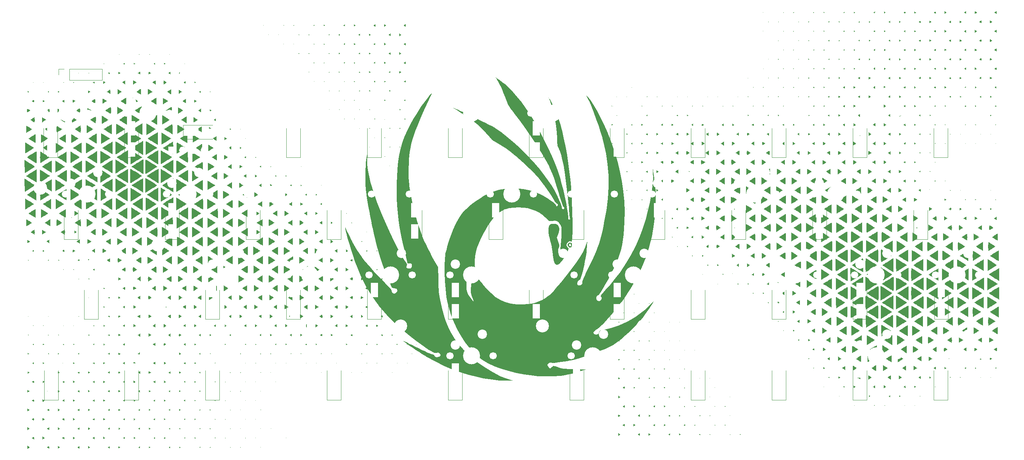
<source format=gbo>
G04 #@! TF.GenerationSoftware,KiCad,Pcbnew,(6.0.2-0)*
G04 #@! TF.CreationDate,2022-07-23T12:51:23+10:00*
G04 #@! TF.ProjectId,keyboard-with-attached-pico,6b657962-6f61-4726-942d-776974682d61,1.01*
G04 #@! TF.SameCoordinates,Original*
G04 #@! TF.FileFunction,Legend,Bot*
G04 #@! TF.FilePolarity,Positive*
%FSLAX46Y46*%
G04 Gerber Fmt 4.6, Leading zero omitted, Abs format (unit mm)*
G04 Created by KiCad (PCBNEW (6.0.2-0)) date 2022-07-23 12:51:23*
%MOMM*%
%LPD*%
G01*
G04 APERTURE LIST*
%ADD10C,0.120000*%
%ADD11R,1.800000X3.500000*%
%ADD12R,3.500000X1.800000*%
%ADD13C,1.700000*%
%ADD14C,4.000000*%
%ADD15C,2.200000*%
%ADD16C,3.200000*%
%ADD17R,1.700000X1.700000*%
%ADD18O,1.700000X1.700000*%
%ADD19C,3.050000*%
G04 APERTURE END LIST*
D10*
X101835999Y-135344060D02*
X101835999Y-128444060D01*
X105135999Y-135344060D02*
X101835999Y-135344060D01*
X105135999Y-135344060D02*
X105135999Y-128444060D01*
X206630000Y-154665052D02*
X206630000Y-147765052D01*
X209930000Y-154665052D02*
X206630000Y-154665052D01*
X209930000Y-154665052D02*
X209930000Y-147765052D01*
X134687092Y-127705560D02*
X141587092Y-127705560D01*
X134687092Y-131005560D02*
X134687092Y-127705560D01*
X134687092Y-131005560D02*
X141587092Y-131005560D01*
X101985770Y-192459831D02*
X101985770Y-185559831D01*
X105285770Y-192459831D02*
X101985770Y-192459831D01*
X105285770Y-192459831D02*
X105285770Y-185559831D01*
X273305000Y-173457650D02*
X273305000Y-166557650D01*
X276605000Y-173457650D02*
X273305000Y-173457650D01*
X276605000Y-173457650D02*
X276605000Y-166557650D01*
X273305000Y-192459831D02*
X273305000Y-185559831D01*
X276605000Y-192459831D02*
X273305000Y-192459831D01*
X276605000Y-192459831D02*
X276605000Y-185559831D01*
X225680000Y-192459831D02*
X225680000Y-185559831D01*
X228980000Y-192459831D02*
X225680000Y-192459831D01*
X228980000Y-192459831D02*
X228980000Y-185559831D01*
X235205000Y-135344060D02*
X235205000Y-128444060D01*
X238505000Y-135344060D02*
X235205000Y-135344060D01*
X238505000Y-135344060D02*
X238505000Y-128444060D01*
X120905000Y-192459831D02*
X120905000Y-185559831D01*
X124205000Y-192459831D02*
X120905000Y-192459831D01*
X124205000Y-192459831D02*
X124205000Y-185559831D01*
X197105000Y-173457650D02*
X197105000Y-166557650D01*
X200405000Y-173457650D02*
X197105000Y-173457650D01*
X200405000Y-173457650D02*
X200405000Y-166557650D01*
X282830000Y-154665052D02*
X282830000Y-147765052D01*
X286130000Y-154665052D02*
X282830000Y-154665052D01*
X286130000Y-154665052D02*
X286130000Y-147765052D01*
X225680000Y-154665052D02*
X225680000Y-147765052D01*
X228980000Y-154665052D02*
X225680000Y-154665052D01*
X228980000Y-154665052D02*
X228980000Y-147765052D01*
X254255000Y-192459831D02*
X254255000Y-185559831D01*
X257555000Y-192459831D02*
X254255000Y-192459831D01*
X257555000Y-192459831D02*
X257555000Y-185559831D01*
X311494667Y-173457650D02*
X311494667Y-166557650D01*
X314794667Y-173457650D02*
X311494667Y-173457650D01*
X314794667Y-173457650D02*
X314794667Y-166557650D01*
X168530000Y-192459831D02*
X168530000Y-185559831D01*
X171830000Y-192459831D02*
X168530000Y-192459831D01*
X171830000Y-192459831D02*
X171830000Y-185559831D01*
X292355000Y-173457650D02*
X292355000Y-166557650D01*
X295655000Y-173457650D02*
X292355000Y-173457650D01*
X295655000Y-173457650D02*
X295655000Y-166557650D01*
X197105000Y-135344060D02*
X197105000Y-128444060D01*
X200405000Y-135344060D02*
X197105000Y-135344060D01*
X200405000Y-135344060D02*
X200405000Y-128444060D01*
X216155000Y-135344060D02*
X216155000Y-128444060D01*
X219455000Y-135344060D02*
X216155000Y-135344060D01*
X219455000Y-135344060D02*
X219455000Y-128444060D01*
X235205000Y-173457650D02*
X235205000Y-166557650D01*
X238505000Y-173457650D02*
X235205000Y-173457650D01*
X238505000Y-173457650D02*
X238505000Y-166557650D01*
X254255000Y-135344060D02*
X254255000Y-128444060D01*
X257555000Y-135344060D02*
X254255000Y-135344060D01*
X257555000Y-135344060D02*
X257555000Y-128444060D01*
X292355000Y-135344060D02*
X292355000Y-128444060D01*
X295655000Y-135344060D02*
X292355000Y-135344060D01*
X295655000Y-135344060D02*
X295655000Y-128444060D01*
X159005000Y-173457650D02*
X159005000Y-166557650D01*
X162305000Y-173457650D02*
X159005000Y-173457650D01*
X162305000Y-173457650D02*
X162305000Y-166557650D01*
X178055000Y-135344060D02*
X178055000Y-128444060D01*
X181355000Y-135344060D02*
X178055000Y-135344060D01*
X181355000Y-135344060D02*
X181355000Y-128444060D01*
X292355000Y-192459831D02*
X292355000Y-185559831D01*
X295655000Y-192459831D02*
X292355000Y-192459831D01*
X295655000Y-192459831D02*
X295655000Y-185559831D01*
X306642500Y-154665052D02*
X306642500Y-147765052D01*
X309942500Y-154665052D02*
X306642500Y-154665052D01*
X309942500Y-154665052D02*
X309942500Y-147765052D01*
X106603648Y-154665052D02*
X106603648Y-147765052D01*
X109903648Y-154665052D02*
X106603648Y-154665052D01*
X109903648Y-154665052D02*
X109903648Y-147765052D01*
X216155000Y-173457650D02*
X216155000Y-166557650D01*
X219455000Y-173457650D02*
X216155000Y-173457650D01*
X219455000Y-173457650D02*
X219455000Y-166557650D01*
X159005000Y-135344060D02*
X159005000Y-128444060D01*
X162305000Y-135344060D02*
X159005000Y-135344060D01*
X162305000Y-135344060D02*
X162305000Y-128444060D01*
X149480000Y-154665052D02*
X149480000Y-147765052D01*
X152780000Y-154665052D02*
X149480000Y-154665052D01*
X152780000Y-154665052D02*
X152780000Y-147765052D01*
X273305000Y-135344060D02*
X273305000Y-128444060D01*
X276605000Y-135344060D02*
X273305000Y-135344060D01*
X276605000Y-135344060D02*
X276605000Y-128444060D01*
X168530000Y-154665052D02*
X168530000Y-147765052D01*
X171830000Y-154665052D02*
X168530000Y-154665052D01*
X171830000Y-154665052D02*
X171830000Y-147765052D01*
X130430000Y-154665052D02*
X130430000Y-147765052D01*
X133730000Y-154665052D02*
X130430000Y-154665052D01*
X133730000Y-154665052D02*
X133730000Y-147765052D01*
X254255000Y-173457650D02*
X254255000Y-166557650D01*
X257555000Y-173457650D02*
X254255000Y-173457650D01*
X257555000Y-173457650D02*
X257555000Y-166557650D01*
X178055000Y-173457650D02*
X178055000Y-166557650D01*
X181355000Y-173457650D02*
X178055000Y-173457650D01*
X181355000Y-173457650D02*
X181355000Y-166557650D01*
X111380000Y-173457650D02*
X111380000Y-166557650D01*
X114680000Y-173457650D02*
X111380000Y-173457650D01*
X114680000Y-173457650D02*
X114680000Y-166557650D01*
X263780000Y-154665052D02*
X263780000Y-147765052D01*
X267080000Y-154665052D02*
X263780000Y-154665052D01*
X267080000Y-154665052D02*
X267080000Y-147765052D01*
X244730000Y-154665052D02*
X244730000Y-147765052D01*
X248030000Y-154665052D02*
X244730000Y-154665052D01*
X248030000Y-154665052D02*
X248030000Y-147765052D01*
X311405000Y-135344060D02*
X311405000Y-128444060D01*
X314705000Y-135344060D02*
X311405000Y-135344060D01*
X314705000Y-135344060D02*
X314705000Y-128444060D01*
X311405000Y-192459831D02*
X311405000Y-185559831D01*
X314705000Y-192459831D02*
X311405000Y-192459831D01*
X314705000Y-192459831D02*
X314705000Y-185559831D01*
X187580000Y-154665052D02*
X187580000Y-147765052D01*
X190880000Y-154665052D02*
X187580000Y-154665052D01*
X190880000Y-154665052D02*
X190880000Y-147765052D01*
X139955000Y-173457650D02*
X139955000Y-166557650D01*
X143255000Y-173457650D02*
X139955000Y-173457650D01*
X143255000Y-173457650D02*
X143255000Y-166557650D01*
X120905000Y-135344060D02*
X120905000Y-128444060D01*
X124205000Y-135344060D02*
X120905000Y-135344060D01*
X124205000Y-135344060D02*
X124205000Y-128444060D01*
X139955000Y-192459831D02*
X139955000Y-185559831D01*
X143255000Y-192459831D02*
X139955000Y-192459831D01*
X143255000Y-192459831D02*
X143255000Y-185559831D01*
X197105000Y-192459831D02*
X197105000Y-185559831D01*
X200405000Y-192459831D02*
X197105000Y-192459831D01*
X200405000Y-192459831D02*
X200405000Y-185559831D01*
G36*
X188430088Y-181535881D02*
G01*
X188459819Y-181591275D01*
X188458649Y-181600407D01*
X188418917Y-181629763D01*
X188399371Y-181621959D01*
X188378016Y-181565997D01*
X188383901Y-181536781D01*
X188418917Y-181527509D01*
X188430088Y-181535881D01*
G37*
G36*
X165589155Y-104121853D02*
G01*
X165595729Y-104223161D01*
X165595143Y-104277615D01*
X165583055Y-104349192D01*
X165541150Y-104353489D01*
X165451134Y-104300261D01*
X165437420Y-104291136D01*
X165364309Y-104228115D01*
X165366204Y-104179276D01*
X165442347Y-104129925D01*
X165478679Y-104112859D01*
X165556570Y-104088995D01*
X165589155Y-104121853D01*
G37*
G36*
X167937809Y-112972056D02*
G01*
X167940689Y-112974257D01*
X167984460Y-113024423D01*
X167958260Y-113066642D01*
X167920251Y-113095282D01*
X167846469Y-113137618D01*
X167812577Y-113119979D01*
X167804425Y-113039907D01*
X167804448Y-113032815D01*
X167815755Y-112941028D01*
X167856113Y-112922859D01*
X167937809Y-112972056D01*
G37*
G36*
X136814601Y-138422259D02*
G01*
X136872842Y-138457406D01*
X136989718Y-138528797D01*
X137155908Y-138630710D01*
X137362089Y-138757423D01*
X137598942Y-138903215D01*
X137857144Y-139062362D01*
X137964901Y-139128928D01*
X138238798Y-139299559D01*
X138450650Y-139434439D01*
X138606706Y-139537982D01*
X138713210Y-139614601D01*
X138776411Y-139668711D01*
X138802553Y-139704723D01*
X138797885Y-139727053D01*
X138765286Y-139750677D01*
X138671646Y-139812206D01*
X138529166Y-139903184D01*
X138348584Y-140016979D01*
X138140638Y-140146956D01*
X137916063Y-140286484D01*
X137685598Y-140428929D01*
X137459979Y-140567658D01*
X137249945Y-140696038D01*
X137066231Y-140807435D01*
X136919575Y-140895217D01*
X136820714Y-140952751D01*
X136780386Y-140973403D01*
X136777710Y-140962271D01*
X136772935Y-140883788D01*
X136768682Y-140738389D01*
X136765106Y-140535822D01*
X136762361Y-140285833D01*
X136760601Y-139998171D01*
X136759980Y-139682583D01*
X136760101Y-139506406D01*
X136761334Y-139169563D01*
X136764125Y-138904641D01*
X136768750Y-138704823D01*
X136775484Y-138563292D01*
X136784605Y-138473231D01*
X136796387Y-138427822D01*
X136811108Y-138420248D01*
X136814601Y-138422259D01*
G37*
G36*
X181569585Y-181493831D02*
G01*
X181588322Y-181588862D01*
X181587756Y-181633313D01*
X181575492Y-181697036D01*
X181533264Y-181698613D01*
X181442996Y-181645032D01*
X181383089Y-181602132D01*
X181368944Y-181566227D01*
X181413759Y-181523627D01*
X181417912Y-181520503D01*
X181512979Y-181471118D01*
X181569585Y-181493831D01*
G37*
G36*
X155313081Y-190343723D02*
G01*
X155349835Y-190382742D01*
X155356226Y-190398586D01*
X155331798Y-190423644D01*
X155319926Y-190422072D01*
X155288483Y-190382742D01*
X155288952Y-190373486D01*
X155306520Y-190341841D01*
X155313081Y-190343723D01*
G37*
G36*
X120944100Y-170263115D02*
G01*
X120958211Y-170312014D01*
X120968142Y-170419333D01*
X120971897Y-170565326D01*
X120971897Y-170871581D01*
X120736711Y-170722950D01*
X120735538Y-170722208D01*
X120615724Y-170646149D01*
X120526775Y-170589056D01*
X120487873Y-170563240D01*
X120508950Y-170539612D01*
X120582553Y-170483720D01*
X120692382Y-170408591D01*
X120799318Y-170340281D01*
X120893459Y-170284550D01*
X120941220Y-170262046D01*
X120944100Y-170263115D01*
G37*
G36*
X151745223Y-201357811D02*
G01*
X151777066Y-201405770D01*
X151775354Y-201417057D01*
X151733096Y-201459283D01*
X151709880Y-201456675D01*
X151689127Y-201405770D01*
X151695800Y-201372001D01*
X151733096Y-201352257D01*
X151745223Y-201357811D01*
G37*
G36*
X158365892Y-112997780D02*
G01*
X158397017Y-113037493D01*
X158395829Y-113047269D01*
X158356116Y-113078395D01*
X158346339Y-113077206D01*
X158315214Y-113037493D01*
X158316402Y-113027716D01*
X158356116Y-112996591D01*
X158365892Y-112997780D01*
G37*
G36*
X161955471Y-119643129D02*
G01*
X161935021Y-119663580D01*
X161914570Y-119643129D01*
X161935021Y-119622678D01*
X161955471Y-119643129D01*
G37*
G36*
X174451793Y-154935163D02*
G01*
X174465897Y-155008894D01*
X174471413Y-155125416D01*
X174470194Y-155198992D01*
X174463636Y-155293111D01*
X174453301Y-155329924D01*
X174420016Y-155319175D01*
X174341185Y-155276164D01*
X174250343Y-155217225D01*
X174175384Y-155160816D01*
X174144199Y-155125392D01*
X174146424Y-155117985D01*
X174191758Y-155069808D01*
X174277130Y-155007416D01*
X174300610Y-154992665D01*
X174389317Y-154942288D01*
X174440737Y-154921596D01*
X174451793Y-154935163D01*
G37*
G36*
X99521343Y-183573465D02*
G01*
X99534333Y-183654326D01*
X99539368Y-183777106D01*
X99537476Y-183869618D01*
X99529752Y-183965064D01*
X99518105Y-184002066D01*
X99509265Y-184000639D01*
X99447233Y-183971320D01*
X99359994Y-183916778D01*
X99271439Y-183853756D01*
X99205454Y-183798998D01*
X99185929Y-183769247D01*
X99193164Y-183762815D01*
X99252378Y-183717204D01*
X99343175Y-183651500D01*
X99371535Y-183631868D01*
X99458565Y-183577127D01*
X99508692Y-183554152D01*
X99521343Y-183573465D01*
G37*
G36*
X121638042Y-142533324D02*
G01*
X121644756Y-142588198D01*
X121650907Y-142714202D01*
X121656324Y-142902544D01*
X121660837Y-143144431D01*
X121664272Y-143431071D01*
X121666459Y-143753671D01*
X121667227Y-144103439D01*
X121667227Y-145679207D01*
X121554747Y-145617901D01*
X121537083Y-145608154D01*
X121416472Y-145538365D01*
X121250321Y-145438622D01*
X121048228Y-145315002D01*
X120819788Y-145173580D01*
X120574597Y-145020434D01*
X120322250Y-144861641D01*
X120072344Y-144703276D01*
X119834475Y-144551417D01*
X119618238Y-144412140D01*
X119433229Y-144291522D01*
X119289044Y-144195640D01*
X119195279Y-144130570D01*
X119161531Y-144102388D01*
X119187504Y-144077351D01*
X119275656Y-144013188D01*
X119418654Y-143915886D01*
X119608656Y-143790610D01*
X119837820Y-143642523D01*
X120098304Y-143476788D01*
X120382264Y-143298571D01*
X120635183Y-143141204D01*
X120901384Y-142976324D01*
X121138629Y-142830177D01*
X121338843Y-142707701D01*
X121493951Y-142613832D01*
X121595878Y-142553507D01*
X121636550Y-142531663D01*
X121638042Y-142533324D01*
G37*
G36*
X187501036Y-174901422D02*
G01*
X187545964Y-174938385D01*
X187556112Y-174974932D01*
X187501036Y-175024127D01*
X187488008Y-175034028D01*
X187407142Y-175079688D01*
X187366580Y-175057461D01*
X187355471Y-174962775D01*
X187355611Y-174947325D01*
X187369703Y-174861641D01*
X187414561Y-174847865D01*
X187501036Y-174901422D01*
G37*
G36*
X118071186Y-140378193D02*
G01*
X118082421Y-140431285D01*
X118091351Y-140528336D01*
X118098184Y-140675651D01*
X118103132Y-140879538D01*
X118106406Y-141146304D01*
X118108216Y-141482253D01*
X118108773Y-141893692D01*
X118108234Y-142299161D01*
X118106444Y-142636322D01*
X118103193Y-142904197D01*
X118098270Y-143109092D01*
X118091464Y-143257312D01*
X118082565Y-143355165D01*
X118071362Y-143408955D01*
X118057645Y-143424990D01*
X118048398Y-143422390D01*
X117979141Y-143387818D01*
X117855368Y-143317756D01*
X117686654Y-143218196D01*
X117482575Y-143095128D01*
X117252707Y-142954543D01*
X117006624Y-142802432D01*
X116753902Y-142644784D01*
X116504116Y-142487592D01*
X116266842Y-142336845D01*
X116051655Y-142198534D01*
X115868130Y-142078650D01*
X115725844Y-141983183D01*
X115634370Y-141918125D01*
X115603285Y-141889465D01*
X115627056Y-141868896D01*
X115713143Y-141808706D01*
X115854376Y-141715010D01*
X116042711Y-141593009D01*
X116270103Y-141447906D01*
X116528510Y-141284901D01*
X116809887Y-141109196D01*
X117036208Y-140969077D01*
X117303167Y-140805206D01*
X117542575Y-140659798D01*
X117746079Y-140537851D01*
X117905327Y-140444361D01*
X118011966Y-140384325D01*
X118057645Y-140362739D01*
X118071186Y-140378193D01*
G37*
G36*
X158375663Y-108587004D02*
G01*
X158397017Y-108642966D01*
X158391132Y-108672182D01*
X158356116Y-108681454D01*
X158344945Y-108673082D01*
X158315214Y-108617688D01*
X158316385Y-108608556D01*
X158356116Y-108579200D01*
X158375663Y-108587004D01*
G37*
G36*
X129569668Y-147043766D02*
G01*
X129662597Y-147098299D01*
X129806030Y-147184549D01*
X129990053Y-147296390D01*
X130204752Y-147427699D01*
X130440213Y-147572351D01*
X130686521Y-147724221D01*
X130933763Y-147877186D01*
X131172025Y-148025122D01*
X131391393Y-148161903D01*
X131581952Y-148281406D01*
X131733788Y-148377506D01*
X131836989Y-148444079D01*
X131881638Y-148475000D01*
X131884292Y-148478574D01*
X131874216Y-148506026D01*
X131823821Y-148554143D01*
X131728072Y-148626390D01*
X131581937Y-148726232D01*
X131380381Y-148857135D01*
X131118372Y-149022564D01*
X130790876Y-149225984D01*
X130618158Y-149332506D01*
X130352380Y-149495719D01*
X130112382Y-149642250D01*
X129906908Y-149766807D01*
X129744704Y-149864097D01*
X129634513Y-149928829D01*
X129585080Y-149955712D01*
X129579163Y-149957401D01*
X129563239Y-149952217D01*
X129550447Y-149925538D01*
X129540451Y-149869826D01*
X129532914Y-149777542D01*
X129527501Y-149641149D01*
X129523876Y-149453106D01*
X129521702Y-149205877D01*
X129520645Y-148891923D01*
X129520367Y-148503705D01*
X129520805Y-148171255D01*
X129522082Y-147859551D01*
X129524095Y-147584085D01*
X129526738Y-147353971D01*
X129529905Y-147178321D01*
X129533492Y-147066248D01*
X129537394Y-147026865D01*
X129569668Y-147043766D01*
G37*
G36*
X162094893Y-154402202D02*
G01*
X162185246Y-154451606D01*
X162316424Y-154529547D01*
X162474585Y-154627148D01*
X162645887Y-154735536D01*
X162816484Y-154845835D01*
X162972536Y-154949171D01*
X163100197Y-155036668D01*
X163185626Y-155099452D01*
X163214978Y-155128648D01*
X163196199Y-155145643D01*
X163119664Y-155199992D01*
X162997441Y-155281626D01*
X162843742Y-155381553D01*
X162672781Y-155490778D01*
X162498770Y-155600310D01*
X162335923Y-155701156D01*
X162198452Y-155784323D01*
X162100569Y-155840817D01*
X162056489Y-155861647D01*
X162050761Y-155828034D01*
X162045366Y-155724820D01*
X162041096Y-155564708D01*
X162038286Y-155360604D01*
X162037275Y-155125416D01*
X162038383Y-154905926D01*
X162041785Y-154699211D01*
X162047063Y-154535578D01*
X162053791Y-154427933D01*
X162061543Y-154389184D01*
X162094893Y-154402202D01*
G37*
G36*
X172650381Y-126215667D02*
G01*
X172671736Y-126271630D01*
X172665850Y-126300845D01*
X172630834Y-126310118D01*
X172619663Y-126301746D01*
X172589932Y-126246351D01*
X172591103Y-126237220D01*
X172630834Y-126207863D01*
X172650381Y-126215667D01*
G37*
G36*
X151300065Y-147681344D02*
G01*
X151344260Y-147703821D01*
X151443239Y-147761411D01*
X151583439Y-147845697D01*
X151751300Y-147948258D01*
X151933257Y-148060678D01*
X152115751Y-148174537D01*
X152285217Y-148281418D01*
X152428095Y-148372902D01*
X152530823Y-148440570D01*
X152579837Y-148476004D01*
X152587345Y-148489749D01*
X152572232Y-148524366D01*
X152515100Y-148577324D01*
X152408675Y-148654141D01*
X152245679Y-148760336D01*
X152018835Y-148901426D01*
X151850154Y-149004455D01*
X151663285Y-149117225D01*
X151508013Y-149209409D01*
X151396989Y-149273512D01*
X151342859Y-149302037D01*
X151325797Y-149303907D01*
X151308629Y-149285257D01*
X151296309Y-149233779D01*
X151288067Y-149139679D01*
X151283133Y-148993162D01*
X151280737Y-148784435D01*
X151280109Y-148503705D01*
X151280151Y-148449412D01*
X151281440Y-148205454D01*
X151284313Y-147994451D01*
X151288481Y-147828616D01*
X151293657Y-147720159D01*
X151299552Y-147681293D01*
X151300065Y-147681344D01*
G37*
G36*
X162297820Y-145939426D02*
G01*
X162385043Y-145987151D01*
X162500947Y-146056447D01*
X162625694Y-146134707D01*
X162739444Y-146209323D01*
X162822357Y-146267687D01*
X162854596Y-146297192D01*
X162823293Y-146328762D01*
X162736474Y-146392461D01*
X162609133Y-146478005D01*
X162456276Y-146575319D01*
X162292911Y-146674326D01*
X162292027Y-146674831D01*
X162267832Y-146669385D01*
X162252377Y-146613788D01*
X162244186Y-146497527D01*
X162241784Y-146310089D01*
X162243076Y-146203033D01*
X162249910Y-146058055D01*
X162261298Y-145961213D01*
X162275740Y-145929334D01*
X162297820Y-145939426D01*
G37*
G36*
X105397124Y-177104661D02*
G01*
X105441576Y-177155037D01*
X105419620Y-177205615D01*
X105351685Y-177249344D01*
X105290099Y-177233660D01*
X105265616Y-177151019D01*
X105275378Y-177073935D01*
X105315487Y-177056027D01*
X105397124Y-177104661D01*
G37*
G36*
X177958464Y-183725657D02*
G01*
X177988966Y-183777106D01*
X177982147Y-183805665D01*
X177930027Y-183838459D01*
X177891026Y-183831662D01*
X177844226Y-183791956D01*
X177853739Y-183741910D01*
X177893970Y-183718523D01*
X177958464Y-183725657D01*
G37*
G36*
X124507657Y-203429442D02*
G01*
X124521446Y-203499347D01*
X124528912Y-203604431D01*
X124529495Y-203715561D01*
X124522637Y-203803604D01*
X124507778Y-203839425D01*
X124507601Y-203839424D01*
X124455489Y-203819909D01*
X124367946Y-203772880D01*
X124271953Y-203714689D01*
X124194493Y-203661687D01*
X124162550Y-203630225D01*
X124169083Y-203618487D01*
X124223661Y-203568994D01*
X124315616Y-203502225D01*
X124361277Y-203473256D01*
X124450333Y-203427273D01*
X124499674Y-203417302D01*
X124507657Y-203429442D01*
G37*
G36*
X186927205Y-143880380D02*
G01*
X186932820Y-143904696D01*
X186926825Y-143909591D01*
X186878284Y-143904696D01*
X186871885Y-143892394D01*
X186905552Y-143877428D01*
X186927205Y-143880380D01*
G37*
G36*
X106852281Y-152613858D02*
G01*
X106856308Y-152778198D01*
X106856804Y-153011270D01*
X106852281Y-153221481D01*
X106840335Y-153526242D01*
X106361121Y-153231706D01*
X106306769Y-153198169D01*
X106139876Y-153093404D01*
X106004982Y-153006026D01*
X105914751Y-152944357D01*
X105881844Y-152916720D01*
X105884858Y-152912581D01*
X105936105Y-152874146D01*
X106041015Y-152804315D01*
X106186896Y-152711380D01*
X106361058Y-152603632D01*
X106840335Y-152310995D01*
X106852281Y-152613858D01*
G37*
G36*
X151717579Y-135141092D02*
G01*
X151811832Y-135205117D01*
X151816579Y-135208779D01*
X151881206Y-135264010D01*
X151885042Y-135300134D01*
X151832283Y-135346063D01*
X151800244Y-135369030D01*
X151712526Y-135406941D01*
X151663484Y-135373828D01*
X151648225Y-135267606D01*
X151649928Y-135205436D01*
X151668168Y-135139458D01*
X151717579Y-135141092D01*
G37*
G36*
X178610265Y-132838565D02*
G01*
X178643394Y-132874852D01*
X178636472Y-132893668D01*
X178582041Y-132915754D01*
X178553818Y-132911139D01*
X178520689Y-132874852D01*
X178527611Y-132856036D01*
X178582041Y-132833950D01*
X178610265Y-132838565D01*
G37*
G36*
X179903303Y-108606789D02*
G01*
X179906812Y-108701071D01*
X179905652Y-108804337D01*
X179897955Y-108851638D01*
X179879823Y-108850303D01*
X179810229Y-108819965D01*
X179712818Y-108767256D01*
X179612470Y-108706726D01*
X179534070Y-108652924D01*
X179502498Y-108620399D01*
X179518989Y-108602765D01*
X179589560Y-108553877D01*
X179696781Y-108489672D01*
X179890898Y-108379694D01*
X179903303Y-108606789D01*
G37*
G36*
X138650920Y-115411367D02*
G01*
X138682364Y-115450697D01*
X138681895Y-115459954D01*
X138664327Y-115491599D01*
X138657766Y-115489717D01*
X138621011Y-115450697D01*
X138614620Y-115434854D01*
X138639048Y-115409796D01*
X138650920Y-115411367D01*
G37*
G36*
X121518236Y-147205459D02*
G01*
X121525326Y-147287425D01*
X121531634Y-147435931D01*
X121536933Y-147641327D01*
X121540998Y-147893959D01*
X121543603Y-148184177D01*
X121544521Y-148502328D01*
X121544081Y-148848900D01*
X121542424Y-149149802D01*
X121539231Y-149383302D01*
X121534183Y-149556864D01*
X121526961Y-149677948D01*
X121517246Y-149754017D01*
X121504720Y-149792533D01*
X121489064Y-149800959D01*
X121483826Y-149799342D01*
X121417032Y-149766499D01*
X121297211Y-149698699D01*
X121134608Y-149602392D01*
X120939468Y-149484034D01*
X120722036Y-149350075D01*
X120492557Y-149206969D01*
X120261276Y-149061169D01*
X120038438Y-148919127D01*
X119834288Y-148787296D01*
X119659070Y-148672128D01*
X119523030Y-148580077D01*
X119436413Y-148517595D01*
X119409463Y-148491134D01*
X119414241Y-148487374D01*
X119472932Y-148448245D01*
X119589812Y-148373312D01*
X119755959Y-148268201D01*
X119962452Y-148138540D01*
X120200368Y-147989955D01*
X120460786Y-147828073D01*
X120536890Y-147780918D01*
X120791592Y-147623819D01*
X121021416Y-147483143D01*
X121217458Y-147364268D01*
X121370813Y-147272570D01*
X121472577Y-147213426D01*
X121513845Y-147192212D01*
X121518236Y-147205459D01*
G37*
G36*
X133083996Y-140361739D02*
G01*
X133146890Y-140394235D01*
X133265937Y-140462564D01*
X133431436Y-140560711D01*
X133633683Y-140682661D01*
X133862977Y-140822399D01*
X134109614Y-140973910D01*
X134363892Y-141131180D01*
X134616107Y-141288193D01*
X134856557Y-141438935D01*
X135075540Y-141577391D01*
X135263352Y-141697546D01*
X135410291Y-141793384D01*
X135506654Y-141858892D01*
X135542738Y-141888054D01*
X135538350Y-141894331D01*
X135482432Y-141937371D01*
X135369882Y-142014518D01*
X135210252Y-142119803D01*
X135013098Y-142247256D01*
X134787971Y-142390905D01*
X134544425Y-142544781D01*
X134292014Y-142702913D01*
X134040291Y-142859331D01*
X133798809Y-143008065D01*
X133577122Y-143143144D01*
X133384783Y-143258598D01*
X133231345Y-143348457D01*
X133126362Y-143406751D01*
X133079386Y-143427509D01*
X133076737Y-143425808D01*
X133064989Y-143368526D01*
X133055316Y-143230676D01*
X133047746Y-143013263D01*
X133042305Y-142717291D01*
X133039020Y-142343766D01*
X133037919Y-141893692D01*
X133038148Y-141691119D01*
X133040143Y-141300668D01*
X133044104Y-140972426D01*
X133049932Y-140710310D01*
X133057523Y-140518235D01*
X133066779Y-140400119D01*
X133077596Y-140359876D01*
X133083996Y-140361739D01*
G37*
G36*
X181520728Y-185956270D02*
G01*
X181524810Y-186009746D01*
X181515599Y-186020463D01*
X181462123Y-186024545D01*
X181451406Y-186015334D01*
X181447325Y-185961858D01*
X181456536Y-185951141D01*
X181510012Y-185947059D01*
X181520728Y-185956270D01*
G37*
G36*
X119505333Y-203389978D02*
G01*
X119568099Y-203415993D01*
X119661065Y-203469775D01*
X119758739Y-203534565D01*
X119835632Y-203593602D01*
X119866256Y-203630126D01*
X119859381Y-203642899D01*
X119803300Y-203689553D01*
X119711906Y-203748180D01*
X119610835Y-203804138D01*
X119525725Y-203842783D01*
X119482213Y-203849474D01*
X119473168Y-203823795D01*
X119462635Y-203734111D01*
X119458531Y-203607648D01*
X119461803Y-203522319D01*
X119476898Y-203426535D01*
X119500310Y-203389506D01*
X119505333Y-203389978D01*
G37*
G36*
X100224977Y-139672978D02*
G01*
X100225149Y-139697610D01*
X100227122Y-140040023D01*
X100228181Y-140355288D01*
X100228350Y-140634296D01*
X100227657Y-140867939D01*
X100226126Y-141047108D01*
X100223784Y-141162694D01*
X100220656Y-141205588D01*
X100189089Y-141191274D01*
X100095281Y-141138539D01*
X99947217Y-141051689D01*
X99752823Y-140935465D01*
X99520025Y-140794607D01*
X99256748Y-140633857D01*
X98970917Y-140457957D01*
X98707169Y-140294591D01*
X98444015Y-140130628D01*
X98211873Y-139984973D01*
X98018480Y-139862528D01*
X97871576Y-139768195D01*
X97778898Y-139706876D01*
X97748186Y-139683472D01*
X97777435Y-139664483D01*
X97869114Y-139606889D01*
X98015374Y-139515682D01*
X98208263Y-139395803D01*
X98439830Y-139252193D01*
X98702125Y-139089793D01*
X98987194Y-138913544D01*
X100214248Y-138155418D01*
X100224977Y-139672978D01*
G37*
G36*
X169728878Y-159263755D02*
G01*
X169854939Y-159341981D01*
X169990017Y-159431291D01*
X170067888Y-159493406D01*
X170097241Y-159535649D01*
X170086768Y-159565344D01*
X170069248Y-159579434D01*
X169992173Y-159632814D01*
X169875894Y-159708673D01*
X169738370Y-159795826D01*
X169597560Y-159883084D01*
X169471423Y-159959262D01*
X169377917Y-160013172D01*
X169335001Y-160033628D01*
X169334274Y-160033174D01*
X169327846Y-159987115D01*
X169322607Y-159876389D01*
X169319082Y-159716492D01*
X169317790Y-159522921D01*
X169317790Y-159012215D01*
X169728878Y-159263755D01*
G37*
G36*
X97527621Y-136032195D02*
G01*
X97777535Y-136183644D01*
X98258424Y-136477378D01*
X98677275Y-136736605D01*
X99032789Y-136960480D01*
X99323669Y-137148159D01*
X99548617Y-137298799D01*
X99706335Y-137411556D01*
X99795527Y-137485584D01*
X99814894Y-137520041D01*
X99813193Y-137521470D01*
X99760870Y-137557149D01*
X99650896Y-137627752D01*
X99493046Y-137727267D01*
X99297097Y-137849680D01*
X99072823Y-137988976D01*
X98830000Y-138139142D01*
X98578405Y-138294163D01*
X98327812Y-138448027D01*
X98087997Y-138594719D01*
X97868736Y-138728226D01*
X97679805Y-138842533D01*
X97530979Y-138931626D01*
X97432034Y-138989492D01*
X97392745Y-139010118D01*
X97392156Y-139009526D01*
X97387435Y-138960859D01*
X97383102Y-138840400D01*
X97379280Y-138657086D01*
X97376094Y-138419852D01*
X97373665Y-138137633D01*
X97372118Y-137819365D01*
X97371575Y-137473983D01*
X97371575Y-135937848D01*
X97527621Y-136032195D01*
G37*
G36*
X167412521Y-150351888D02*
G01*
X167424726Y-150421677D01*
X167433160Y-150546400D01*
X167436309Y-150708024D01*
X167435714Y-150790188D01*
X167431176Y-150936884D01*
X167423144Y-151038284D01*
X167412783Y-151076140D01*
X167378985Y-151063566D01*
X167292958Y-151017972D01*
X167177406Y-150950743D01*
X167052471Y-150874266D01*
X166938294Y-150800931D01*
X166855017Y-150743127D01*
X166822782Y-150713241D01*
X166825047Y-150708473D01*
X166872718Y-150667384D01*
X166969588Y-150599473D01*
X167098869Y-150516692D01*
X167132408Y-150496132D01*
X167261165Y-150419431D01*
X167358551Y-150364887D01*
X167405632Y-150343207D01*
X167412521Y-150351888D01*
G37*
G36*
X174572394Y-167948108D02*
G01*
X174583600Y-168030256D01*
X174591273Y-168165486D01*
X174594119Y-168336688D01*
X174592514Y-168455565D01*
X174584964Y-168605213D01*
X174572635Y-168707697D01*
X174557093Y-168745705D01*
X174515429Y-168730238D01*
X174422615Y-168680933D01*
X174301041Y-168609780D01*
X174170708Y-168529188D01*
X174051618Y-168451567D01*
X173963770Y-168389327D01*
X173927167Y-168354876D01*
X173932399Y-168344131D01*
X173987653Y-168294788D01*
X174090598Y-168219524D01*
X174226003Y-168129814D01*
X174288917Y-168090174D01*
X174419938Y-168009933D01*
X174517280Y-167953541D01*
X174563442Y-167931295D01*
X174572394Y-167948108D01*
G37*
G36*
X119611913Y-176966827D02*
G01*
X119674068Y-177002786D01*
X119809662Y-177088603D01*
X119889797Y-177151915D01*
X119905465Y-177185995D01*
X119850238Y-177226141D01*
X119752965Y-177286751D01*
X119644394Y-177348894D01*
X119551246Y-177397347D01*
X119500246Y-177416881D01*
X119480216Y-177386973D01*
X119464414Y-177291719D01*
X119458531Y-177148402D01*
X119458531Y-176879924D01*
X119611913Y-176966827D01*
G37*
G36*
X176254357Y-123976325D02*
G01*
X176271091Y-124061959D01*
X176269436Y-124107979D01*
X176248581Y-124143753D01*
X176186647Y-124120459D01*
X176174368Y-124113669D01*
X176127937Y-124069586D01*
X176150753Y-124016766D01*
X176207862Y-123966293D01*
X176254357Y-123976325D01*
G37*
G36*
X132108665Y-153984262D02*
G01*
X132116501Y-154034255D01*
X132123532Y-154154160D01*
X132129482Y-154333675D01*
X132134075Y-154562498D01*
X132137033Y-154830325D01*
X132138080Y-155126855D01*
X132138080Y-155172047D01*
X132137907Y-155498244D01*
X132136976Y-155752254D01*
X132134640Y-155942648D01*
X132130251Y-156077996D01*
X132123162Y-156166869D01*
X132112726Y-156217836D01*
X132098297Y-156239468D01*
X132079227Y-156240336D01*
X132054868Y-156229010D01*
X132049909Y-156226344D01*
X131936006Y-156161652D01*
X131779791Y-156068413D01*
X131592464Y-155953763D01*
X131385226Y-155824840D01*
X131169278Y-155688781D01*
X130955822Y-155552724D01*
X130756058Y-155423805D01*
X130581188Y-155309162D01*
X130442413Y-155215932D01*
X130350934Y-155151253D01*
X130317951Y-155122262D01*
X130341333Y-155098528D01*
X130425744Y-155035955D01*
X130562848Y-154942045D01*
X130743348Y-154823012D01*
X130957944Y-154685073D01*
X131197339Y-154534443D01*
X131398529Y-154409546D01*
X131621062Y-154272455D01*
X131812860Y-154155460D01*
X131964279Y-154064398D01*
X132065674Y-154005110D01*
X132107404Y-153983433D01*
X132108665Y-153984262D01*
G37*
G36*
X103600936Y-131896629D02*
G01*
X103608582Y-131955049D01*
X103615428Y-132082495D01*
X103621210Y-132268809D01*
X103625666Y-132503830D01*
X103628532Y-132777401D01*
X103629546Y-133079361D01*
X103629491Y-133159128D01*
X103628293Y-133454821D01*
X103625684Y-133719554D01*
X103621872Y-133943158D01*
X103617064Y-134115465D01*
X103611469Y-134226306D01*
X103605294Y-134265512D01*
X103605257Y-134265511D01*
X103565363Y-134244801D01*
X103466942Y-134187568D01*
X103320874Y-134100453D01*
X103138040Y-133990094D01*
X102929319Y-133863131D01*
X102705594Y-133726203D01*
X102477743Y-133585951D01*
X102256649Y-133449014D01*
X102053190Y-133322030D01*
X101878249Y-133211641D01*
X101660769Y-133073334D01*
X102614481Y-132484062D01*
X102631814Y-132473355D01*
X102881779Y-132319629D01*
X103108572Y-132181372D01*
X103302934Y-132064131D01*
X103455609Y-131973456D01*
X103557340Y-131914896D01*
X103598869Y-131894000D01*
X103600936Y-131896629D01*
G37*
G36*
X176742664Y-185968303D02*
G01*
X176748279Y-185992619D01*
X176742284Y-185997514D01*
X176693743Y-185992619D01*
X176687344Y-185980316D01*
X176721011Y-185965351D01*
X176742664Y-185968303D01*
G37*
G36*
X162487194Y-137476301D02*
G01*
X162466744Y-137496752D01*
X162446293Y-137476301D01*
X162466744Y-137455850D01*
X162487194Y-137476301D01*
G37*
G36*
X183461872Y-115213306D02*
G01*
X183465048Y-115287021D01*
X183463929Y-115389578D01*
X183455198Y-115438034D01*
X183450966Y-115439881D01*
X183397420Y-115425290D01*
X183308797Y-115382914D01*
X183212049Y-115327857D01*
X183134133Y-115275223D01*
X183102002Y-115240116D01*
X183112593Y-115224643D01*
X183175245Y-115174978D01*
X183275520Y-115110682D01*
X183449352Y-115007772D01*
X183461872Y-115213306D01*
G37*
G36*
X130074168Y-165573021D02*
G01*
X130169246Y-165625930D01*
X130298743Y-165704473D01*
X130447768Y-165798894D01*
X130601431Y-165899439D01*
X130744844Y-165996356D01*
X130863117Y-166079889D01*
X130941360Y-166140285D01*
X130964684Y-166167790D01*
X130937122Y-166186493D01*
X130851437Y-166240593D01*
X130724902Y-166318877D01*
X130574170Y-166411193D01*
X130415894Y-166507394D01*
X130266724Y-166597328D01*
X130143314Y-166670846D01*
X130062315Y-166717799D01*
X130041809Y-166712144D01*
X130027157Y-166661973D01*
X130017727Y-166557890D01*
X130012683Y-166390612D01*
X130011188Y-166150857D01*
X130011422Y-166056704D01*
X130013597Y-165858895D01*
X130017687Y-165699836D01*
X130023243Y-165593876D01*
X130029817Y-165555367D01*
X130074168Y-165573021D01*
G37*
G36*
X124545202Y-115128199D02*
G01*
X124558488Y-115186695D01*
X124567765Y-115301925D01*
X124571252Y-115454737D01*
X124571252Y-115785992D01*
X124417871Y-115693925D01*
X124391260Y-115677979D01*
X124262056Y-115601101D01*
X124152268Y-115536503D01*
X124148100Y-115534057D01*
X124071565Y-115481165D01*
X124039788Y-115443761D01*
X124039788Y-115443703D01*
X124072043Y-115409919D01*
X124156419Y-115347898D01*
X124274715Y-115271023D01*
X124396506Y-115198165D01*
X124492603Y-115145198D01*
X124540576Y-115124578D01*
X124545202Y-115128199D01*
G37*
G36*
X193185176Y-168339639D02*
G01*
X193190791Y-168363956D01*
X193184796Y-168368851D01*
X193136255Y-168363956D01*
X193129856Y-168351653D01*
X193163523Y-168336688D01*
X193185176Y-168339639D01*
G37*
G36*
X117385622Y-198997449D02*
G01*
X117408623Y-199074455D01*
X117413442Y-199221901D01*
X117413442Y-199222428D01*
X117411234Y-199357144D01*
X117395339Y-199429475D01*
X117351858Y-199444147D01*
X117266891Y-199405882D01*
X117126537Y-199319405D01*
X116956112Y-199211820D01*
X117133650Y-199095148D01*
X117233816Y-199031539D01*
X117331624Y-198985079D01*
X117385622Y-198997449D01*
G37*
G36*
X158798645Y-179179072D02*
G01*
X158862376Y-179214233D01*
X158956839Y-179275182D01*
X159103302Y-179374706D01*
X158964894Y-179459087D01*
X158937716Y-179475310D01*
X158847479Y-179523962D01*
X158795810Y-179543620D01*
X158786648Y-179535232D01*
X158771228Y-179469469D01*
X158765133Y-179359715D01*
X158766168Y-179304804D01*
X158774259Y-179212244D01*
X158787754Y-179175657D01*
X158798645Y-179179072D01*
G37*
G36*
X128473223Y-156372862D02*
G01*
X128481152Y-156462410D01*
X128487924Y-156614789D01*
X128493192Y-156818856D01*
X128496607Y-157063470D01*
X128497822Y-157337487D01*
X128497822Y-158322506D01*
X128300309Y-158206650D01*
X128260507Y-158183251D01*
X128026482Y-158043786D01*
X127790648Y-157900402D01*
X127563296Y-157759648D01*
X127354721Y-157628075D01*
X127175215Y-157512231D01*
X127035071Y-157418667D01*
X126944583Y-157353931D01*
X126914044Y-157324574D01*
X126920809Y-157317396D01*
X126982154Y-157272457D01*
X127098901Y-157194063D01*
X127260873Y-157088857D01*
X127457894Y-156963484D01*
X127679787Y-156824588D01*
X127772019Y-156767433D01*
X127986836Y-156635400D01*
X128174233Y-156521726D01*
X128323735Y-156432678D01*
X128424864Y-156374523D01*
X128467146Y-156353529D01*
X128473223Y-156372862D01*
G37*
G36*
X115548324Y-125512852D02*
G01*
X115594298Y-125538103D01*
X115695631Y-125598270D01*
X115839923Y-125685680D01*
X116014776Y-125792657D01*
X116207793Y-125911528D01*
X116406574Y-126034616D01*
X116598722Y-126154248D01*
X116771838Y-126262748D01*
X116913523Y-126352441D01*
X117011379Y-126415654D01*
X117053009Y-126444711D01*
X117039580Y-126461469D01*
X116969364Y-126515430D01*
X116850435Y-126598420D01*
X116694879Y-126702697D01*
X116514781Y-126820520D01*
X116322225Y-126944146D01*
X116129298Y-127065833D01*
X115948085Y-127177839D01*
X115790671Y-127272423D01*
X115669141Y-127341841D01*
X115595581Y-127378353D01*
X115588084Y-127380487D01*
X115569364Y-127373962D01*
X115555276Y-127341063D01*
X115545180Y-127272553D01*
X115538439Y-127159195D01*
X115534415Y-126991750D01*
X115532468Y-126760981D01*
X115531961Y-126457650D01*
X115532179Y-126297746D01*
X115533487Y-126045447D01*
X115535816Y-125829384D01*
X115538984Y-125660950D01*
X115542808Y-125551536D01*
X115547106Y-125512533D01*
X115548324Y-125512852D01*
G37*
G36*
X167231800Y-185985802D02*
G01*
X167211349Y-186006253D01*
X167190898Y-185985802D01*
X167211349Y-185965351D01*
X167231800Y-185985802D01*
G37*
G36*
X170864546Y-148484283D02*
G01*
X170869403Y-148568231D01*
X170855663Y-148640380D01*
X170805414Y-148645723D01*
X170706918Y-148592307D01*
X170579251Y-148511474D01*
X170715429Y-148424899D01*
X170851607Y-148338325D01*
X170864546Y-148484283D01*
G37*
G36*
X102984894Y-172714366D02*
G01*
X103016019Y-172754079D01*
X103014830Y-172763856D01*
X102975117Y-172794981D01*
X102965341Y-172793792D01*
X102934215Y-172754079D01*
X102935404Y-172744302D01*
X102975117Y-172713177D01*
X102984894Y-172714366D01*
G37*
G36*
X124522305Y-194785944D02*
G01*
X124525808Y-194881061D01*
X124524575Y-194984444D01*
X124516802Y-195031825D01*
X124491775Y-195028127D01*
X124414223Y-194991264D01*
X124306132Y-194927487D01*
X124113370Y-194805240D01*
X124509900Y-194557970D01*
X124522305Y-194785944D01*
G37*
G36*
X99416663Y-161731052D02*
G01*
X99396212Y-161751502D01*
X99375761Y-161731052D01*
X99396212Y-161710601D01*
X99416663Y-161731052D01*
G37*
G36*
X113765519Y-179344858D02*
G01*
X113767841Y-179382075D01*
X113767940Y-179481775D01*
X113758125Y-179531565D01*
X113741869Y-179533961D01*
X113676223Y-179510491D01*
X113591435Y-179464484D01*
X113518115Y-179413566D01*
X113486872Y-179375364D01*
X113489121Y-179368796D01*
X113534479Y-179323629D01*
X113619803Y-179262814D01*
X113752734Y-179178331D01*
X113765519Y-179344858D01*
G37*
G36*
X160495742Y-163107572D02*
G01*
X160504704Y-163164820D01*
X160512444Y-163288682D01*
X160518519Y-163467138D01*
X160522488Y-163688166D01*
X160523909Y-163939747D01*
X160523851Y-164007663D01*
X160522619Y-164252817D01*
X160519977Y-164464546D01*
X160516183Y-164630754D01*
X160511492Y-164739348D01*
X160506160Y-164778234D01*
X160496117Y-164775214D01*
X160428518Y-164739714D01*
X160312165Y-164670987D01*
X160160211Y-164577499D01*
X159985810Y-164467711D01*
X159802114Y-164350089D01*
X159622277Y-164233096D01*
X159459450Y-164125195D01*
X159326788Y-164034850D01*
X159237444Y-163970525D01*
X159204569Y-163940683D01*
X159233475Y-163910296D01*
X159321637Y-163843481D01*
X159458254Y-163748565D01*
X159632372Y-163633144D01*
X159833041Y-163504813D01*
X160022745Y-163386219D01*
X160203571Y-163274668D01*
X160349958Y-163185968D01*
X160450360Y-163127111D01*
X160493233Y-163105085D01*
X160495742Y-163107572D01*
G37*
G36*
X99554104Y-201103478D02*
G01*
X99567445Y-201161403D01*
X99576765Y-201276158D01*
X99580270Y-201428539D01*
X99580270Y-201758071D01*
X99406438Y-201651000D01*
X99352263Y-201618140D01*
X99230485Y-201547371D01*
X99139517Y-201498478D01*
X99081026Y-201460378D01*
X99057713Y-201420221D01*
X99091370Y-201386419D01*
X99176760Y-201322504D01*
X99293958Y-201244258D01*
X99406583Y-201174905D01*
X99501672Y-201121059D01*
X99549594Y-201100053D01*
X99554104Y-201103478D01*
G37*
G36*
X136870596Y-134145604D02*
G01*
X136934956Y-134180365D01*
X137052258Y-134249323D01*
X137211345Y-134345490D01*
X137401059Y-134461878D01*
X137610241Y-134591501D01*
X137827734Y-134727370D01*
X138042379Y-134862497D01*
X138243019Y-134989897D01*
X138418495Y-135102580D01*
X138557650Y-135193559D01*
X138649325Y-135255847D01*
X138682364Y-135282456D01*
X138681239Y-135284272D01*
X138636875Y-135317727D01*
X138536052Y-135385680D01*
X138389974Y-135481064D01*
X138209847Y-135596810D01*
X138006877Y-135725851D01*
X137792268Y-135861119D01*
X137577225Y-135995545D01*
X137372954Y-136122063D01*
X137190660Y-136233604D01*
X137041548Y-136323101D01*
X136936823Y-136383485D01*
X136841784Y-136435919D01*
X136841784Y-135289363D01*
X136841801Y-135242926D01*
X136842718Y-134949872D01*
X136844898Y-134686909D01*
X136848156Y-134464378D01*
X136852305Y-134292622D01*
X136857156Y-134181985D01*
X136862522Y-134142807D01*
X136870596Y-134145604D01*
G37*
G36*
X128837190Y-142452137D02*
G01*
X128843836Y-142521493D01*
X128849908Y-142660655D01*
X128855243Y-142861017D01*
X128859677Y-143113977D01*
X128863046Y-143410928D01*
X128865188Y-143743267D01*
X128865938Y-144102388D01*
X128865822Y-144246806D01*
X128864537Y-144596315D01*
X128861960Y-144915606D01*
X128858249Y-145196080D01*
X128853565Y-145429141D01*
X128848066Y-145606191D01*
X128841912Y-145718633D01*
X128835262Y-145757869D01*
X128798530Y-145741146D01*
X128700861Y-145686094D01*
X128552553Y-145598265D01*
X128362869Y-145483468D01*
X128141069Y-145347510D01*
X127896416Y-145196198D01*
X127638169Y-145035341D01*
X127375592Y-144870745D01*
X127117945Y-144708219D01*
X126874490Y-144553571D01*
X126654488Y-144412607D01*
X126467201Y-144291136D01*
X126321891Y-144194964D01*
X126227818Y-144129901D01*
X126194244Y-144101753D01*
X126194612Y-144100509D01*
X126234954Y-144066361D01*
X126336626Y-143995001D01*
X126492001Y-143891391D01*
X126693452Y-143760493D01*
X126933351Y-143607266D01*
X127204071Y-143436674D01*
X127497987Y-143253676D01*
X127529292Y-143234303D01*
X127822309Y-143053522D01*
X128092854Y-142887569D01*
X128333097Y-142741176D01*
X128535207Y-142619077D01*
X128691356Y-142526004D01*
X128793713Y-142466690D01*
X128834448Y-142445866D01*
X128837190Y-142452137D01*
G37*
G36*
X165675936Y-165478642D02*
G01*
X165752316Y-165517735D01*
X165871129Y-165587733D01*
X166018362Y-165679414D01*
X166180005Y-165783556D01*
X166342043Y-165890934D01*
X166490465Y-165992326D01*
X166611259Y-166078509D01*
X166690413Y-166140259D01*
X166713913Y-166168354D01*
X166659905Y-166208901D01*
X166553066Y-166279358D01*
X166411220Y-166368143D01*
X166249274Y-166466440D01*
X166082133Y-166565428D01*
X165924707Y-166656290D01*
X165791901Y-166730208D01*
X165698623Y-166778362D01*
X165659780Y-166791935D01*
X165654900Y-166772480D01*
X165647654Y-166683204D01*
X165641862Y-166535278D01*
X165638022Y-166343127D01*
X165636631Y-166121175D01*
X165637145Y-165981188D01*
X165639916Y-165779744D01*
X165644680Y-165618818D01*
X165650977Y-165512171D01*
X165658344Y-165473564D01*
X165675936Y-165478642D01*
G37*
G36*
X178602492Y-137271792D02*
G01*
X178582041Y-137292243D01*
X178561591Y-137271792D01*
X178582041Y-137251341D01*
X178602492Y-137271792D01*
G37*
G36*
X145853807Y-194731191D02*
G01*
X145881075Y-194793317D01*
X145874819Y-194854319D01*
X145835065Y-194898255D01*
X145756040Y-194870990D01*
X145708258Y-194825561D01*
X145724556Y-194771143D01*
X145790907Y-194724047D01*
X145853807Y-194731191D01*
G37*
G36*
X108488187Y-147525593D02*
G01*
X108764797Y-147694202D01*
X109125341Y-147914684D01*
X109421273Y-148096685D01*
X109655955Y-148242310D01*
X109832752Y-148353665D01*
X109955026Y-148432856D01*
X110026141Y-148481990D01*
X110049460Y-148503171D01*
X110020640Y-148526592D01*
X109932983Y-148586111D01*
X109797890Y-148674222D01*
X109626911Y-148783707D01*
X109431602Y-148907347D01*
X109223515Y-149037922D01*
X109014204Y-149168215D01*
X108815221Y-149291006D01*
X108638120Y-149399077D01*
X108494455Y-149485207D01*
X108395779Y-149542180D01*
X108353644Y-149562775D01*
X108348540Y-149528765D01*
X108343583Y-149423136D01*
X108339370Y-149256418D01*
X108336106Y-149039339D01*
X108333998Y-148782628D01*
X108333249Y-148497010D01*
X108333249Y-147431246D01*
X108488187Y-147525593D01*
G37*
G36*
X119514151Y-168095000D02*
G01*
X119588647Y-168128934D01*
X119690047Y-168185893D01*
X119793500Y-168250650D01*
X119874154Y-168307978D01*
X119907158Y-168342649D01*
X119892390Y-168361864D01*
X119826912Y-168414512D01*
X119730176Y-168482460D01*
X119625503Y-168550198D01*
X119536213Y-168602214D01*
X119485627Y-168623000D01*
X119472283Y-168588299D01*
X119462334Y-168492541D01*
X119458531Y-168357139D01*
X119463542Y-168226184D01*
X119477364Y-168128581D01*
X119496905Y-168091277D01*
X119514151Y-168095000D01*
G37*
G36*
X99555754Y-187959857D02*
G01*
X99576295Y-188042591D01*
X99580270Y-188194498D01*
X99576018Y-188325435D01*
X99564286Y-188423050D01*
X99547699Y-188460359D01*
X99507457Y-188444538D01*
X99416244Y-188394964D01*
X99297871Y-188323376D01*
X99080616Y-188186392D01*
X99279316Y-188060360D01*
X99413296Y-187978876D01*
X99505728Y-187940539D01*
X99555754Y-187959857D01*
G37*
G36*
X147765149Y-145482447D02*
G01*
X147834875Y-145519935D01*
X147953282Y-145589143D01*
X148107183Y-145681848D01*
X148283389Y-145789825D01*
X148468709Y-145904849D01*
X148649956Y-146018696D01*
X148813941Y-146123141D01*
X148947474Y-146209959D01*
X149037367Y-146270927D01*
X149070431Y-146297819D01*
X149069608Y-146299437D01*
X149027284Y-146332456D01*
X148929962Y-146399002D01*
X148790310Y-146490998D01*
X148620993Y-146600368D01*
X148434679Y-146719038D01*
X148244035Y-146838929D01*
X148061726Y-146951968D01*
X147900420Y-147050077D01*
X147772782Y-147125180D01*
X147755136Y-147119033D01*
X147741720Y-147071927D01*
X147732175Y-146975627D01*
X147725990Y-146821985D01*
X147722654Y-146602855D01*
X147721655Y-146310089D01*
X147721732Y-146252839D01*
X147724086Y-145999914D01*
X147729370Y-145785216D01*
X147737108Y-145619639D01*
X147746821Y-145514074D01*
X147758033Y-145479414D01*
X147765149Y-145482447D01*
G37*
G36*
X133170850Y-144828151D02*
G01*
X133186716Y-144838300D01*
X133270043Y-144890427D01*
X133409831Y-144977178D01*
X133596739Y-145092779D01*
X133821427Y-145231457D01*
X134074553Y-145387438D01*
X134346776Y-145554949D01*
X134467927Y-145629542D01*
X134729718Y-145791402D01*
X134966374Y-145938630D01*
X135168966Y-146065615D01*
X135328566Y-146166745D01*
X135436242Y-146236410D01*
X135483067Y-146268997D01*
X135486810Y-146282311D01*
X135463837Y-146315748D01*
X135402309Y-146369013D01*
X135296920Y-146445750D01*
X135142366Y-146549602D01*
X134933340Y-146684210D01*
X134664539Y-146853218D01*
X134330657Y-147060269D01*
X134095851Y-147204938D01*
X133830817Y-147367518D01*
X133594746Y-147511552D01*
X133395750Y-147632129D01*
X133241941Y-147724337D01*
X133141433Y-147783265D01*
X133102337Y-147803998D01*
X133101908Y-147803747D01*
X133096618Y-147758300D01*
X133091760Y-147640745D01*
X133087473Y-147460069D01*
X133083897Y-147225261D01*
X133081170Y-146945309D01*
X133079431Y-146629202D01*
X133078821Y-146285929D01*
X133078821Y-144767859D01*
X133170850Y-144828151D01*
G37*
G36*
X106594578Y-117577218D02*
G01*
X106615375Y-117661807D01*
X106610716Y-117707942D01*
X106574925Y-117737841D01*
X106495300Y-117702786D01*
X106492180Y-117700787D01*
X106457838Y-117659532D01*
X106489709Y-117601608D01*
X106542798Y-117560669D01*
X106594578Y-117577218D01*
G37*
G36*
X146348894Y-154098654D02*
G01*
X146356351Y-154203278D01*
X146362689Y-154369080D01*
X146367598Y-154585377D01*
X146370771Y-154841486D01*
X146371897Y-155126722D01*
X146371897Y-156191474D01*
X146276259Y-156139041D01*
X146195982Y-156093028D01*
X146061050Y-156012478D01*
X145890674Y-155908791D01*
X145696544Y-155789282D01*
X145490350Y-155661267D01*
X145283784Y-155532063D01*
X145088536Y-155408984D01*
X144916298Y-155299346D01*
X144778760Y-155210465D01*
X144687612Y-155149656D01*
X144654546Y-155124236D01*
X144669550Y-155110704D01*
X144743844Y-155058632D01*
X144871804Y-154973915D01*
X145043891Y-154862758D01*
X145250564Y-154731365D01*
X145482283Y-154585940D01*
X145637985Y-154489088D01*
X145857440Y-154353577D01*
X146047449Y-154237444D01*
X146198053Y-154146718D01*
X146299296Y-154087434D01*
X146341220Y-154065622D01*
X146348894Y-154098654D01*
G37*
G36*
X101675937Y-187942117D02*
G01*
X101759378Y-187988572D01*
X101873187Y-188056715D01*
X102081342Y-188184795D01*
X101965830Y-188263163D01*
X101856544Y-188333018D01*
X101737839Y-188401996D01*
X101625359Y-188462460D01*
X101625359Y-188195548D01*
X101627967Y-188063645D01*
X101635110Y-187965960D01*
X101645195Y-187928636D01*
X101675937Y-187942117D01*
G37*
G36*
X108934972Y-174901360D02*
G01*
X108967227Y-174962775D01*
X108963596Y-174984116D01*
X108916099Y-175034353D01*
X108883819Y-175027647D01*
X108864972Y-174962775D01*
X108875049Y-174910180D01*
X108916099Y-174891197D01*
X108934972Y-174901360D01*
G37*
G36*
X123128359Y-192383023D02*
G01*
X123211712Y-192434060D01*
X123319670Y-192500923D01*
X123479199Y-192600225D01*
X123289115Y-192718537D01*
X123211453Y-192765803D01*
X123121772Y-192816971D01*
X123078458Y-192836849D01*
X123069004Y-192808945D01*
X123060974Y-192719193D01*
X123057887Y-192589024D01*
X123057962Y-192564891D01*
X123063485Y-192435417D01*
X123079626Y-192374650D01*
X123109014Y-192371410D01*
X123128359Y-192383023D01*
G37*
G36*
X131815205Y-119306051D02*
G01*
X131832423Y-119356055D01*
X131843713Y-119460509D01*
X131849890Y-119628506D01*
X131851768Y-119869139D01*
X131851768Y-120442814D01*
X131739288Y-120381842D01*
X131647553Y-120330156D01*
X131495667Y-120238784D01*
X131336873Y-120138078D01*
X131186572Y-120038335D01*
X131060168Y-119949855D01*
X130973063Y-119882935D01*
X130940660Y-119847874D01*
X130970378Y-119814789D01*
X131056848Y-119747993D01*
X131186376Y-119658187D01*
X131345188Y-119555334D01*
X131497807Y-119461541D01*
X131641212Y-119377686D01*
X131747416Y-119320348D01*
X131800641Y-119298427D01*
X131815205Y-119306051D01*
G37*
G36*
X126343115Y-158726703D02*
G01*
X126409339Y-158758695D01*
X126525196Y-158823648D01*
X126677348Y-158913270D01*
X126852458Y-159019271D01*
X127037189Y-159133361D01*
X127218202Y-159247249D01*
X127382161Y-159352644D01*
X127515728Y-159441256D01*
X127605566Y-159504795D01*
X127638337Y-159534970D01*
X127630794Y-159543219D01*
X127569458Y-159587884D01*
X127457344Y-159662656D01*
X127307619Y-159759336D01*
X127133446Y-159869727D01*
X126947990Y-159985628D01*
X126764416Y-160098842D01*
X126595889Y-160201169D01*
X126455574Y-160284410D01*
X126356635Y-160340368D01*
X126312237Y-160360842D01*
X126310808Y-160359283D01*
X126303925Y-160305810D01*
X126297970Y-160185181D01*
X126293288Y-160009642D01*
X126290225Y-159791436D01*
X126289127Y-159542807D01*
X126290675Y-159245930D01*
X126295770Y-159011054D01*
X126304672Y-158848955D01*
X126317636Y-158755054D01*
X126334919Y-158724771D01*
X126343115Y-158726703D01*
G37*
G36*
X105213959Y-190138557D02*
G01*
X105276582Y-190167143D01*
X105374278Y-190221672D01*
X105480495Y-190286165D01*
X105568679Y-190344640D01*
X105612277Y-190381117D01*
X105599508Y-190403286D01*
X105537526Y-190457727D01*
X105444681Y-190526988D01*
X105343030Y-190595605D01*
X105254633Y-190648115D01*
X105201546Y-190669055D01*
X105192814Y-190634364D01*
X105186302Y-190538604D01*
X105183813Y-190403193D01*
X105186866Y-190272278D01*
X105195291Y-190174647D01*
X105207206Y-190137332D01*
X105213959Y-190138557D01*
G37*
G36*
X140574070Y-158569023D02*
G01*
X140582629Y-158574402D01*
X140658897Y-158621820D01*
X140790043Y-158702984D01*
X140964060Y-158810476D01*
X141168940Y-158936879D01*
X141392678Y-159074774D01*
X141396084Y-159076872D01*
X141638274Y-159226932D01*
X141817984Y-159340970D01*
X141942864Y-159424844D01*
X142020565Y-159484413D01*
X142058738Y-159525533D01*
X142065035Y-159554065D01*
X142047106Y-159575867D01*
X141990426Y-159614055D01*
X141879048Y-159685312D01*
X141726637Y-159781057D01*
X141545464Y-159893757D01*
X141347795Y-160015875D01*
X141145902Y-160139879D01*
X140952053Y-160258232D01*
X140778517Y-160363400D01*
X140637563Y-160447849D01*
X140541460Y-160504043D01*
X140502478Y-160524449D01*
X140498130Y-160501360D01*
X140492936Y-160407198D01*
X140488506Y-160250709D01*
X140485064Y-160042930D01*
X140482834Y-159794899D01*
X140482041Y-159517652D01*
X140482041Y-158510854D01*
X140574070Y-158569023D01*
G37*
G36*
X103198796Y-123855485D02*
G01*
X103210006Y-123937870D01*
X103217681Y-124073283D01*
X103220528Y-124244578D01*
X103220372Y-124291139D01*
X103214229Y-124492738D01*
X103199106Y-124613440D01*
X103174964Y-124653596D01*
X103160808Y-124650154D01*
X103085161Y-124614781D01*
X102966947Y-124549280D01*
X102824868Y-124463789D01*
X102823042Y-124462651D01*
X102680116Y-124372644D01*
X102596004Y-124307280D01*
X102572569Y-124252571D01*
X102611672Y-124194533D01*
X102715175Y-124119180D01*
X102884940Y-124012525D01*
X102917580Y-123992275D01*
X103045805Y-123915038D01*
X103142866Y-123860182D01*
X103189851Y-123838499D01*
X103198796Y-123855485D01*
G37*
G36*
X162028961Y-163142855D02*
G01*
X162083624Y-163167564D01*
X162189886Y-163227472D01*
X162334238Y-163313961D01*
X162503172Y-163418414D01*
X162683178Y-163532212D01*
X162860749Y-163646737D01*
X163022375Y-163753371D01*
X163154547Y-163843496D01*
X163243756Y-163908494D01*
X163276495Y-163939747D01*
X163276218Y-163940941D01*
X163237896Y-163975552D01*
X163144307Y-164043141D01*
X163008961Y-164135088D01*
X162845365Y-164242775D01*
X162667029Y-164357586D01*
X162487461Y-164470900D01*
X162320170Y-164574101D01*
X162178666Y-164658570D01*
X162076456Y-164715690D01*
X162027050Y-164736842D01*
X162025761Y-164736163D01*
X162016453Y-164687670D01*
X162008383Y-164571392D01*
X162002029Y-164399719D01*
X161997867Y-164185041D01*
X161996373Y-163939747D01*
X161996400Y-163906251D01*
X161998271Y-163664269D01*
X162002748Y-163454528D01*
X162009355Y-163289419D01*
X162017614Y-163181330D01*
X162027050Y-163142652D01*
X162028961Y-163142855D01*
G37*
G36*
X140497436Y-140824517D02*
G01*
X140586663Y-140875826D01*
X140724006Y-140957160D01*
X140897867Y-141061444D01*
X141096645Y-141181605D01*
X141308742Y-141310567D01*
X141522556Y-141441256D01*
X141726489Y-141566597D01*
X141908940Y-141679516D01*
X142058310Y-141772939D01*
X142162998Y-141839790D01*
X142211406Y-141872997D01*
X142211426Y-141875037D01*
X142172730Y-141908803D01*
X142077539Y-141976662D01*
X141936990Y-142071555D01*
X141762219Y-142186425D01*
X141564364Y-142314214D01*
X141354560Y-142447864D01*
X141143944Y-142580316D01*
X140943654Y-142704513D01*
X140764826Y-142813397D01*
X140618597Y-142899910D01*
X140516103Y-142956993D01*
X140468481Y-142977589D01*
X140461343Y-142939881D01*
X140454785Y-142830823D01*
X140449218Y-142661038D01*
X140444909Y-142441163D01*
X140442127Y-142181836D01*
X140441140Y-141893692D01*
X140442078Y-141610716D01*
X140444792Y-141350750D01*
X140449017Y-141130038D01*
X140454489Y-140959217D01*
X140460943Y-140848924D01*
X140468114Y-140809796D01*
X140497436Y-140824517D01*
G37*
G36*
X113765346Y-174804597D02*
G01*
X113770947Y-174862025D01*
X113773185Y-174965087D01*
X113773185Y-175131007D01*
X113650479Y-175058523D01*
X113636564Y-175050157D01*
X113559294Y-174997138D01*
X113527774Y-174963429D01*
X113527944Y-174962078D01*
X113562897Y-174925277D01*
X113640254Y-174871082D01*
X113646825Y-174867017D01*
X113725042Y-174820159D01*
X113762959Y-174800256D01*
X113765346Y-174804597D01*
G37*
G36*
X182210922Y-135040559D02*
G01*
X182242750Y-135062465D01*
X182232103Y-135077512D01*
X182181397Y-135124449D01*
X182168015Y-135135145D01*
X182129163Y-135148050D01*
X182120045Y-135089839D01*
X182131709Y-135034164D01*
X182181397Y-135027855D01*
X182210922Y-135040559D01*
G37*
G36*
X152967482Y-185934353D02*
G01*
X152997984Y-185985802D01*
X152991165Y-186014361D01*
X152939045Y-186047155D01*
X152900044Y-186040358D01*
X152853244Y-186000652D01*
X152862756Y-185950605D01*
X152902988Y-185927219D01*
X152967482Y-185934353D01*
G37*
G36*
X139309372Y-140655472D02*
G01*
X139316735Y-140725359D01*
X139323306Y-140863024D01*
X139328840Y-141058579D01*
X139333096Y-141302134D01*
X139335827Y-141583801D01*
X139336792Y-141893692D01*
X139336656Y-142025696D01*
X139335286Y-142325230D01*
X139332598Y-142592537D01*
X139328784Y-142817703D01*
X139324039Y-142990811D01*
X139318553Y-143101948D01*
X139312521Y-143141197D01*
X139311419Y-143141091D01*
X139261942Y-143117631D01*
X139156771Y-143057681D01*
X139006359Y-142967846D01*
X138821160Y-142854728D01*
X138611627Y-142724931D01*
X138388213Y-142585059D01*
X138161370Y-142441715D01*
X137941552Y-142301501D01*
X137739212Y-142171022D01*
X137564804Y-142056881D01*
X137428780Y-141965681D01*
X137341593Y-141904025D01*
X137313696Y-141878516D01*
X137314895Y-141877482D01*
X137362231Y-141845610D01*
X137468980Y-141777115D01*
X137626000Y-141677759D01*
X137824153Y-141553305D01*
X138054297Y-141409513D01*
X138307294Y-141252147D01*
X138337567Y-141233364D01*
X138588419Y-141078363D01*
X138815723Y-140939000D01*
X139010312Y-140820815D01*
X139163018Y-140729346D01*
X139264676Y-140670131D01*
X139306116Y-140648708D01*
X139309372Y-140655472D01*
G37*
G36*
X188440571Y-159504857D02*
G01*
X188446185Y-159529173D01*
X188440190Y-159534068D01*
X188391650Y-159529173D01*
X188385251Y-159516870D01*
X188418917Y-159501905D01*
X188440571Y-159504857D01*
G37*
G36*
X177957297Y-152868690D02*
G01*
X177971488Y-152889814D01*
X177968515Y-152957622D01*
X177948069Y-152979428D01*
X177897929Y-152964749D01*
X177883739Y-152943626D01*
X177886711Y-152875818D01*
X177907157Y-152854012D01*
X177957297Y-152868690D01*
G37*
G36*
X140780775Y-167820279D02*
G01*
X140869099Y-167870198D01*
X140994440Y-167944614D01*
X141139691Y-168033000D01*
X141287746Y-168124834D01*
X141421500Y-168209591D01*
X141523846Y-168276746D01*
X141577678Y-168315774D01*
X141583655Y-168322299D01*
X141583739Y-168355854D01*
X141537389Y-168405289D01*
X141435987Y-168478074D01*
X141270915Y-168581681D01*
X141170078Y-168643132D01*
X141016648Y-168737103D01*
X140893104Y-168813334D01*
X140819481Y-168859497D01*
X140727452Y-168918721D01*
X140727452Y-168361843D01*
X140727571Y-168301080D01*
X140729694Y-168106289D01*
X140734066Y-167948780D01*
X140740154Y-167843392D01*
X140747426Y-167804965D01*
X140780775Y-167820279D01*
G37*
G36*
X183399794Y-132809051D02*
G01*
X183428901Y-132874852D01*
X183417744Y-132922600D01*
X183369963Y-132956655D01*
X183333604Y-132950508D01*
X183280415Y-132902554D01*
X183285745Y-132833950D01*
X183337802Y-132794679D01*
X183399794Y-132809051D01*
G37*
G36*
X173052167Y-174686314D02*
G01*
X173151232Y-174736754D01*
X173266453Y-174802482D01*
X173375900Y-174870637D01*
X173457649Y-174928355D01*
X173489771Y-174962775D01*
X173485318Y-174971654D01*
X173432834Y-175015929D01*
X173338605Y-175078880D01*
X173224558Y-175147643D01*
X173112620Y-175209357D01*
X173024718Y-175251158D01*
X172982779Y-175260184D01*
X172970545Y-175212013D01*
X172961503Y-175104804D01*
X172958048Y-174962775D01*
X172961307Y-174824628D01*
X172970211Y-174716024D01*
X172982779Y-174665365D01*
X172991182Y-174664027D01*
X173052167Y-174686314D01*
G37*
G36*
X185627974Y-115010209D02*
G01*
X185714989Y-115053159D01*
X185827923Y-115119089D01*
X186018008Y-115237401D01*
X185845140Y-115346528D01*
X185840208Y-115349641D01*
X185700885Y-115435341D01*
X185616632Y-115472877D01*
X185573599Y-115457656D01*
X185557937Y-115385082D01*
X185555794Y-115250565D01*
X185560212Y-115136238D01*
X185574979Y-115038141D01*
X185596816Y-115000778D01*
X185627974Y-115010209D01*
G37*
G36*
X174420717Y-181494722D02*
G01*
X174430512Y-181587985D01*
X174426705Y-181663216D01*
X174399968Y-181689051D01*
X174328257Y-181663223D01*
X174249016Y-181615907D01*
X174234146Y-181565190D01*
X174297581Y-181510334D01*
X174380622Y-181472632D01*
X174420717Y-181494722D01*
G37*
G36*
X98000057Y-123839121D02*
G01*
X98073861Y-123874439D01*
X98187393Y-123937711D01*
X98320366Y-124016703D01*
X98452491Y-124099183D01*
X98563484Y-124172918D01*
X98633057Y-124225674D01*
X98641530Y-124235244D01*
X98642094Y-124268719D01*
X98598401Y-124315997D01*
X98501156Y-124385331D01*
X98341064Y-124484977D01*
X98243829Y-124543114D01*
X98109650Y-124621113D01*
X98012689Y-124674626D01*
X97969195Y-124694498D01*
X97961197Y-124671816D01*
X97952410Y-124582559D01*
X97946416Y-124441331D01*
X97944199Y-124265029D01*
X97945053Y-124163306D01*
X97952319Y-123987105D01*
X97966289Y-123874916D01*
X97986104Y-123835560D01*
X98000057Y-123839121D01*
G37*
G36*
X137319195Y-121717714D02*
G01*
X137400240Y-121759507D01*
X137512576Y-121824013D01*
X137635679Y-121898683D01*
X137749023Y-121970966D01*
X137832081Y-122028313D01*
X137864328Y-122058173D01*
X137843595Y-122076812D01*
X137769026Y-122126538D01*
X137659440Y-122194265D01*
X137535247Y-122267934D01*
X137416853Y-122335486D01*
X137324668Y-122384860D01*
X137279099Y-122403998D01*
X137273881Y-122398032D01*
X137262078Y-122333605D01*
X137253875Y-122213446D01*
X137250802Y-122056333D01*
X137250960Y-122021339D01*
X137257253Y-121855738D01*
X137271657Y-121747462D01*
X137292706Y-121708668D01*
X137319195Y-121717714D01*
G37*
G36*
X166045649Y-139684997D02*
G01*
X166025198Y-139705448D01*
X166004747Y-139684997D01*
X166025198Y-139664546D01*
X166045649Y-139684997D01*
G37*
G36*
X163788943Y-143959687D02*
G01*
X163796051Y-144102388D01*
X163793640Y-144194915D01*
X163783803Y-144290350D01*
X163768968Y-144327348D01*
X163750859Y-144323463D01*
X163679204Y-144290343D01*
X163584853Y-144235747D01*
X163491480Y-144174753D01*
X163422759Y-144122437D01*
X163402363Y-144093875D01*
X163409510Y-144087538D01*
X163468359Y-144042298D01*
X163558956Y-143976782D01*
X163588373Y-143956280D01*
X163696848Y-143892855D01*
X163759790Y-143891916D01*
X163788943Y-143959687D01*
G37*
G36*
X164020054Y-156635348D02*
G01*
X164028621Y-156738429D01*
X164035400Y-156898440D01*
X164039858Y-157102599D01*
X164041462Y-157338128D01*
X164041462Y-158078376D01*
X163908531Y-157993068D01*
X163904863Y-157990720D01*
X163814987Y-157934581D01*
X163674674Y-157848400D01*
X163502421Y-157743489D01*
X163316729Y-157631161D01*
X163281237Y-157609663D01*
X163116432Y-157506859D01*
X162983917Y-157419349D01*
X162896454Y-157355818D01*
X162866809Y-157324954D01*
X162881579Y-157310584D01*
X162954650Y-157257464D01*
X163078049Y-157174421D01*
X163239801Y-157069443D01*
X163427935Y-156950520D01*
X163546355Y-156876920D01*
X163722613Y-156768787D01*
X163867082Y-156681914D01*
X163967296Y-156623761D01*
X164010785Y-156601787D01*
X164020054Y-156635348D01*
G37*
G36*
X103393471Y-127885006D02*
G01*
X103403445Y-127928672D01*
X103412109Y-128040763D01*
X103418944Y-128208717D01*
X103423427Y-128419974D01*
X103425037Y-128661969D01*
X103424372Y-128848003D01*
X103419965Y-129110230D01*
X103411310Y-129294546D01*
X103398269Y-129403366D01*
X103380705Y-129439103D01*
X103377033Y-129438452D01*
X103320011Y-129411506D01*
X103211555Y-129351063D01*
X103065212Y-129265461D01*
X102894528Y-129163035D01*
X102713048Y-129052120D01*
X102534318Y-128941053D01*
X102371885Y-128838168D01*
X102239294Y-128751802D01*
X102150091Y-128690291D01*
X102117822Y-128661969D01*
X102144676Y-128639994D01*
X102231278Y-128581657D01*
X102366821Y-128494631D01*
X102540123Y-128386081D01*
X102740001Y-128263177D01*
X102918209Y-128155344D01*
X103099933Y-128047270D01*
X103247483Y-127961594D01*
X103349042Y-127905167D01*
X103392793Y-127884836D01*
X103393471Y-127885006D01*
G37*
G36*
X154877879Y-149894222D02*
G01*
X154948816Y-149931521D01*
X155068279Y-150000592D01*
X155223081Y-150093235D01*
X155400033Y-150201245D01*
X155585946Y-150316423D01*
X155767631Y-150430565D01*
X155931900Y-150535470D01*
X156065564Y-150622936D01*
X156155434Y-150684760D01*
X156188322Y-150712741D01*
X156183650Y-150719002D01*
X156128098Y-150761285D01*
X156020375Y-150834043D01*
X155873767Y-150929051D01*
X155701561Y-151038082D01*
X155517042Y-151152909D01*
X155333498Y-151265306D01*
X155164213Y-151367046D01*
X155022475Y-151449902D01*
X154921569Y-151505649D01*
X154874782Y-151526060D01*
X154872541Y-151524499D01*
X154861754Y-151471022D01*
X154852421Y-151350392D01*
X154845084Y-151174854D01*
X154840284Y-150956650D01*
X154838563Y-150708024D01*
X154838614Y-150657420D01*
X154840365Y-150413796D01*
X154844315Y-150202996D01*
X154850062Y-150037266D01*
X154857206Y-149928849D01*
X154865347Y-149889989D01*
X154877879Y-149894222D01*
G37*
G36*
X117397884Y-163709101D02*
G01*
X117409141Y-163804521D01*
X117413442Y-163939747D01*
X117410089Y-164070668D01*
X117400833Y-164168295D01*
X117387745Y-164205609D01*
X117342654Y-164187618D01*
X117253449Y-164141430D01*
X117143591Y-164080314D01*
X117036332Y-164017543D01*
X116954924Y-163966388D01*
X116922621Y-163940122D01*
X116946610Y-163919693D01*
X117024394Y-163868839D01*
X117137355Y-163800870D01*
X117237096Y-163744547D01*
X117333613Y-163694439D01*
X117382766Y-163674788D01*
X117397884Y-163709101D01*
G37*
G36*
X167256213Y-181483907D02*
G01*
X167272702Y-181568411D01*
X167266639Y-181634631D01*
X167231074Y-181666873D01*
X167152626Y-181632254D01*
X167148528Y-181629617D01*
X167115102Y-181588631D01*
X167147409Y-181530626D01*
X167209700Y-181474933D01*
X167256213Y-181483907D01*
G37*
G36*
X179788644Y-139480488D02*
G01*
X179768193Y-139500939D01*
X179747742Y-139480488D01*
X179768193Y-139460037D01*
X179788644Y-139480488D01*
G37*
G36*
X113796032Y-161526238D02*
G01*
X113809043Y-161607875D01*
X113814087Y-161731052D01*
X113811675Y-161823579D01*
X113801838Y-161919014D01*
X113787004Y-161956011D01*
X113764751Y-161948724D01*
X113686492Y-161910136D01*
X113578110Y-161849463D01*
X113396300Y-161742915D01*
X113574517Y-161624679D01*
X113642575Y-161580963D01*
X113734489Y-161527297D01*
X113783410Y-161506267D01*
X113796032Y-161526238D01*
G37*
G36*
X137412573Y-183606420D02*
G01*
X137496267Y-183647144D01*
X137591021Y-183699841D01*
X137668588Y-183748676D01*
X137700721Y-183777811D01*
X137682446Y-183798422D01*
X137614069Y-183845171D01*
X137521613Y-183898745D01*
X137433688Y-183942843D01*
X137378905Y-183961164D01*
X137367383Y-183956508D01*
X137342060Y-183895237D01*
X137332605Y-183777106D01*
X137334374Y-183722116D01*
X137348169Y-183629611D01*
X137371169Y-183593048D01*
X137412573Y-183606420D01*
G37*
G36*
X104890387Y-132002313D02*
G01*
X104931361Y-132026460D01*
X105104774Y-132130160D01*
X105305944Y-132252293D01*
X105524026Y-132386079D01*
X105748175Y-132524738D01*
X105967548Y-132661491D01*
X106171298Y-132789556D01*
X106348583Y-132902156D01*
X106488556Y-132992510D01*
X106580373Y-133053838D01*
X106613191Y-133079361D01*
X106602510Y-133088638D01*
X106534290Y-133134992D01*
X106411468Y-133214257D01*
X106243898Y-133320304D01*
X106041431Y-133447003D01*
X105813921Y-133588228D01*
X105571220Y-133737848D01*
X105323180Y-133889737D01*
X105079654Y-134037764D01*
X104850495Y-134175801D01*
X104692992Y-134270149D01*
X104692992Y-131886457D01*
X104890387Y-132002313D01*
G37*
G36*
X167940409Y-117399994D02*
G01*
X167946938Y-117410145D01*
X167935699Y-117461609D01*
X167890193Y-117507491D01*
X167840692Y-117513373D01*
X167826362Y-117499692D01*
X167804425Y-117432019D01*
X167818376Y-117395300D01*
X167875616Y-117372883D01*
X167940409Y-117399994D01*
G37*
G36*
X133869622Y-199071361D02*
G01*
X133983576Y-199132732D01*
X134113175Y-199211545D01*
X133974339Y-199296186D01*
X133946761Y-199312645D01*
X133856474Y-199361320D01*
X133804827Y-199380979D01*
X133797960Y-199376853D01*
X133780958Y-199319962D01*
X133774151Y-199217525D01*
X133779032Y-199122352D01*
X133806119Y-199066007D01*
X133869622Y-199071361D01*
G37*
G36*
X142477441Y-170532827D02*
G01*
X142480123Y-170671444D01*
X142480140Y-170827895D01*
X142476454Y-170938328D01*
X142469386Y-170984878D01*
X142448273Y-170981022D01*
X142369846Y-170943508D01*
X142248865Y-170875591D01*
X142100847Y-170785661D01*
X142034498Y-170744200D01*
X141898997Y-170656843D01*
X141823903Y-170591871D01*
X141810787Y-170535790D01*
X141861219Y-170475106D01*
X141976772Y-170396328D01*
X142159014Y-170285962D01*
X142465777Y-170100497D01*
X142477441Y-170532827D01*
G37*
G36*
X176221451Y-132853579D02*
G01*
X176216556Y-132902120D01*
X176204253Y-132908519D01*
X176189288Y-132874852D01*
X176192240Y-132853199D01*
X176216556Y-132847584D01*
X176221451Y-132853579D01*
G37*
G36*
X155374121Y-181509110D02*
G01*
X155424788Y-181550961D01*
X155416070Y-181607526D01*
X155327107Y-181671884D01*
X155282693Y-181691109D01*
X155253758Y-181673444D01*
X155247581Y-181590301D01*
X155247616Y-181577274D01*
X155255684Y-181490869D01*
X155291377Y-181472303D01*
X155374121Y-181509110D01*
G37*
G36*
X122276471Y-137987722D02*
G01*
X122325820Y-138011963D01*
X122433941Y-138073694D01*
X122591644Y-138167200D01*
X122789741Y-138286764D01*
X123019042Y-138426670D01*
X123270359Y-138581200D01*
X123534503Y-138744639D01*
X123802285Y-138911269D01*
X124064517Y-139075375D01*
X124312009Y-139231240D01*
X124535573Y-139373147D01*
X124726020Y-139495379D01*
X124874162Y-139592221D01*
X124970808Y-139657955D01*
X125006771Y-139686866D01*
X125006523Y-139688216D01*
X124967279Y-139721443D01*
X124868280Y-139790618D01*
X124718627Y-139890073D01*
X124527418Y-140014140D01*
X124303756Y-140157153D01*
X124056739Y-140313443D01*
X123795468Y-140477343D01*
X123529044Y-140643187D01*
X123266566Y-140805305D01*
X123017136Y-140958031D01*
X122789853Y-141095698D01*
X122593818Y-141212638D01*
X122438131Y-141303183D01*
X122331892Y-141361666D01*
X122284201Y-141382420D01*
X122282891Y-141382117D01*
X122270994Y-141345350D01*
X122261146Y-141245112D01*
X122253267Y-141078349D01*
X122247278Y-140842009D01*
X122243099Y-140533039D01*
X122240650Y-140148386D01*
X122239851Y-139684997D01*
X122240049Y-139505810D01*
X122241639Y-139154014D01*
X122244673Y-138833019D01*
X122248975Y-138551326D01*
X122254367Y-138317434D01*
X122260671Y-138139845D01*
X122267711Y-138027058D01*
X122275307Y-137987573D01*
X122276471Y-137987722D01*
G37*
G36*
X98053464Y-198892811D02*
G01*
X98118177Y-198924875D01*
X98219220Y-198983341D01*
X98335144Y-199054770D01*
X98444502Y-199125726D01*
X98525845Y-199182771D01*
X98557726Y-199212467D01*
X98553765Y-199227043D01*
X98531173Y-199250028D01*
X98476777Y-199287234D01*
X98377505Y-199347453D01*
X98220286Y-199439479D01*
X98026003Y-199552512D01*
X98026003Y-199221412D01*
X98026200Y-199171801D01*
X98029315Y-199028247D01*
X98035429Y-198928002D01*
X98043522Y-198890311D01*
X98053464Y-198892811D01*
G37*
G36*
X153464206Y-154164171D02*
G01*
X153472135Y-154253726D01*
X153478907Y-154406111D01*
X153484174Y-154610183D01*
X153487589Y-154854802D01*
X153488805Y-155128824D01*
X153488432Y-155280396D01*
X153485544Y-155555870D01*
X153480077Y-155784272D01*
X153472364Y-155956922D01*
X153462737Y-156065138D01*
X153451531Y-156100241D01*
X153445303Y-156097692D01*
X153374716Y-156060191D01*
X153254378Y-155989576D01*
X153096233Y-155893440D01*
X152912229Y-155779374D01*
X152714312Y-155654970D01*
X152514428Y-155527819D01*
X152324524Y-155405514D01*
X152156545Y-155295646D01*
X152022438Y-155205806D01*
X151934151Y-155143586D01*
X151903628Y-155116579D01*
X151910533Y-155109341D01*
X151972230Y-155064229D01*
X152089302Y-154985671D01*
X152251550Y-154880324D01*
X152448773Y-154754845D01*
X152670769Y-154615892D01*
X152763001Y-154558738D01*
X152977818Y-154426705D01*
X153165216Y-154313030D01*
X153314717Y-154223982D01*
X153415847Y-154165827D01*
X153458128Y-154144834D01*
X153464206Y-154164171D01*
G37*
G36*
X111876355Y-145082229D02*
G01*
X111953420Y-145126842D01*
X112083096Y-145204474D01*
X112254249Y-145308255D01*
X112455744Y-145431315D01*
X112676448Y-145566785D01*
X112905226Y-145707794D01*
X113130942Y-145847473D01*
X113342464Y-145978952D01*
X113528656Y-146095362D01*
X113678385Y-146189831D01*
X113780515Y-146255492D01*
X113823912Y-146285473D01*
X113811772Y-146298900D01*
X113742401Y-146350323D01*
X113621081Y-146433584D01*
X113458232Y-146542021D01*
X113264274Y-146668973D01*
X113049627Y-146807778D01*
X112824712Y-146951776D01*
X112599947Y-147094305D01*
X112385753Y-147228704D01*
X112192550Y-147348311D01*
X112030758Y-147446465D01*
X111910797Y-147516506D01*
X111843086Y-147551771D01*
X111839360Y-147545381D01*
X111831443Y-147476355D01*
X111824382Y-147339599D01*
X111818437Y-147144856D01*
X111813867Y-146901866D01*
X111810935Y-146620372D01*
X111809900Y-146310116D01*
X111809963Y-146185066D01*
X111811064Y-145843269D01*
X111813760Y-145574106D01*
X111818339Y-145370627D01*
X111825091Y-145225881D01*
X111834304Y-145132918D01*
X111846268Y-145084788D01*
X111861270Y-145074540D01*
X111876355Y-145082229D01*
G37*
G36*
X131801904Y-168324842D02*
G01*
X131802354Y-168345700D01*
X131804877Y-168539673D01*
X131804092Y-168700609D01*
X131800253Y-168812264D01*
X131793612Y-168858397D01*
X131786285Y-168858700D01*
X131725921Y-168832842D01*
X131619875Y-168775614D01*
X131484741Y-168697190D01*
X131337110Y-168607744D01*
X131193574Y-168517451D01*
X131070725Y-168436484D01*
X130985155Y-168375017D01*
X130953456Y-168343225D01*
X130953456Y-168343224D01*
X130987013Y-168312813D01*
X131077243Y-168249966D01*
X131210390Y-168163854D01*
X131372700Y-168063653D01*
X131790415Y-167811068D01*
X131801904Y-168324842D01*
G37*
G36*
X142704670Y-160858891D02*
G01*
X142713289Y-160927103D01*
X142720704Y-161060626D01*
X142726506Y-161247698D01*
X142730288Y-161476554D01*
X142731639Y-161735428D01*
X142731572Y-161873717D01*
X142730656Y-162131211D01*
X142728029Y-162320910D01*
X142722896Y-162452522D01*
X142714461Y-162535754D01*
X142701928Y-162580311D01*
X142684501Y-162595902D01*
X142661384Y-162592233D01*
X142630434Y-162576990D01*
X142538088Y-162524808D01*
X142402371Y-162444585D01*
X142235890Y-162344122D01*
X142051250Y-162231224D01*
X141861058Y-162113695D01*
X141677919Y-161999338D01*
X141514441Y-161895956D01*
X141383228Y-161811354D01*
X141296888Y-161753334D01*
X141268026Y-161729700D01*
X141269937Y-161728291D01*
X141318483Y-161696978D01*
X141423888Y-161630430D01*
X141575523Y-161535319D01*
X141762756Y-161418315D01*
X141974956Y-161286090D01*
X142014697Y-161261389D01*
X142224692Y-161131884D01*
X142409283Y-161019697D01*
X142557502Y-160931376D01*
X142658384Y-160873471D01*
X142700963Y-160852530D01*
X142704670Y-160858891D01*
G37*
G36*
X105429223Y-199043437D02*
G01*
X105439567Y-199049922D01*
X105558215Y-199127279D01*
X105642042Y-199187280D01*
X105673474Y-199217409D01*
X105641983Y-199246198D01*
X105561630Y-199301448D01*
X105455253Y-199368899D01*
X105345689Y-199434490D01*
X105255773Y-199484157D01*
X105208342Y-199503837D01*
X105206042Y-199502489D01*
X105194757Y-199452124D01*
X105186815Y-199343610D01*
X105183813Y-199196935D01*
X105183813Y-198890033D01*
X105429223Y-199043437D01*
G37*
G36*
X145868111Y-185903715D02*
G01*
X145881075Y-185985802D01*
X145881048Y-185994801D01*
X145872496Y-186068508D01*
X145834899Y-186081361D01*
X145748310Y-186041771D01*
X145702948Y-186015844D01*
X145686490Y-185984512D01*
X145738365Y-185939516D01*
X145822373Y-185890567D01*
X145868111Y-185903715D01*
G37*
G36*
X105138085Y-154718064D02*
G01*
X105200186Y-154748006D01*
X105304310Y-154806644D01*
X105431629Y-154882407D01*
X105563313Y-154963726D01*
X105680535Y-155039031D01*
X105764466Y-155096753D01*
X105796279Y-155125323D01*
X105793202Y-155129873D01*
X105743280Y-155167882D01*
X105646824Y-155231743D01*
X105522720Y-155309901D01*
X105389852Y-155390803D01*
X105267109Y-155462895D01*
X105173375Y-155514623D01*
X105127537Y-155534433D01*
X105120119Y-155516717D01*
X105110779Y-155433317D01*
X105104382Y-155297111D01*
X105102009Y-155125416D01*
X105103256Y-155006559D01*
X105109124Y-154856900D01*
X105118707Y-154754409D01*
X105130788Y-154716398D01*
X105138085Y-154718064D01*
G37*
G36*
X169321029Y-167836184D02*
G01*
X169398196Y-167869616D01*
X169517813Y-167934428D01*
X169663845Y-168022323D01*
X169754525Y-168078829D01*
X169934700Y-168190404D01*
X170051962Y-168270287D01*
X170108446Y-168330434D01*
X170106287Y-168382801D01*
X170047622Y-168439343D01*
X169934586Y-168512015D01*
X169769314Y-168612775D01*
X169611097Y-168709432D01*
X169469775Y-168792002D01*
X169366974Y-168847870D01*
X169317929Y-168868411D01*
X169310126Y-168857651D01*
X169297167Y-168784565D01*
X169287008Y-168658300D01*
X169279947Y-168497623D01*
X169276281Y-168321299D01*
X169276310Y-168148095D01*
X169280329Y-167996776D01*
X169288637Y-167886108D01*
X169301532Y-167834857D01*
X169321029Y-167836184D01*
G37*
G36*
X123040391Y-179053145D02*
G01*
X123088688Y-179077124D01*
X123184661Y-179133380D01*
X123309147Y-179210720D01*
X123557286Y-179368488D01*
X123440517Y-179448943D01*
X123421003Y-179462233D01*
X123299154Y-179541716D01*
X123170367Y-179621725D01*
X123016985Y-179714052D01*
X123016985Y-179383502D01*
X123017230Y-179334360D01*
X123021137Y-179190862D01*
X123028820Y-179090639D01*
X123038996Y-179052952D01*
X123040391Y-179053145D01*
G37*
G36*
X115950655Y-187942117D02*
G01*
X116034096Y-187988572D01*
X116147905Y-188056715D01*
X116356060Y-188184795D01*
X116240548Y-188263163D01*
X116131262Y-188333018D01*
X116012557Y-188401996D01*
X115900077Y-188462460D01*
X115900077Y-188195548D01*
X115902686Y-188063645D01*
X115909828Y-187965960D01*
X115919913Y-187928636D01*
X115950655Y-187942117D01*
G37*
G36*
X156525312Y-201386507D02*
G01*
X156556438Y-201426221D01*
X156555249Y-201435997D01*
X156515536Y-201467122D01*
X156505759Y-201465934D01*
X156474634Y-201426221D01*
X156475823Y-201416444D01*
X156515536Y-201385319D01*
X156525312Y-201386507D01*
G37*
G36*
X145980079Y-132723906D02*
G01*
X145992242Y-132793954D01*
X146000645Y-132918906D01*
X146003781Y-133080800D01*
X146003781Y-133450355D01*
X145911752Y-133401879D01*
X145849222Y-133366514D01*
X145732251Y-133296216D01*
X145600320Y-133213903D01*
X145380917Y-133074404D01*
X145661672Y-132896657D01*
X145700924Y-132871958D01*
X145829502Y-132793287D01*
X145926402Y-132737394D01*
X145973104Y-132715078D01*
X145980079Y-132723906D01*
G37*
G36*
X130093360Y-117198776D02*
G01*
X130165633Y-117229474D01*
X130277078Y-117289360D01*
X130409658Y-117367329D01*
X130545333Y-117452274D01*
X130666063Y-117533089D01*
X130753808Y-117598669D01*
X130790529Y-117637908D01*
X130783794Y-117650453D01*
X130726535Y-117701150D01*
X130625600Y-117776305D01*
X130498617Y-117864195D01*
X130363215Y-117953096D01*
X130237020Y-118031284D01*
X130137661Y-118087034D01*
X130082766Y-118108624D01*
X130082534Y-118108617D01*
X130070466Y-118070147D01*
X130061374Y-117970230D01*
X130055390Y-117828833D01*
X130052647Y-117665923D01*
X130053278Y-117501464D01*
X130057414Y-117355424D01*
X130065189Y-117247769D01*
X130076733Y-117198464D01*
X130093360Y-117198776D01*
G37*
G36*
X192009535Y-174941502D02*
G01*
X192004639Y-174990042D01*
X191992337Y-174996441D01*
X191977372Y-174962775D01*
X191980323Y-174941121D01*
X192004639Y-174935507D01*
X192009535Y-174941502D01*
G37*
G36*
X144592030Y-126338573D02*
G01*
X144674280Y-126385109D01*
X144746026Y-126436891D01*
X144776727Y-126475460D01*
X144773626Y-126480708D01*
X144725883Y-126514522D01*
X144645154Y-126559938D01*
X144563478Y-126599783D01*
X144512897Y-126616881D01*
X144504517Y-126609414D01*
X144493017Y-126549607D01*
X144491450Y-126458234D01*
X144499406Y-126369632D01*
X144516474Y-126318143D01*
X144529817Y-126315743D01*
X144592030Y-126338573D01*
G37*
G36*
X179926011Y-103985998D02*
G01*
X179947899Y-104069642D01*
X179952251Y-104227537D01*
X179951434Y-104312508D01*
X179943943Y-104422554D01*
X179925897Y-104472196D01*
X179894011Y-104475426D01*
X179820338Y-104439746D01*
X179716659Y-104378182D01*
X179613343Y-104309099D01*
X179534023Y-104248393D01*
X179502331Y-104211961D01*
X179513481Y-104194214D01*
X179576348Y-104140578D01*
X179676164Y-104072485D01*
X179776631Y-104011698D01*
X179873338Y-103969163D01*
X179926011Y-103985998D01*
G37*
G36*
X133704481Y-167854786D02*
G01*
X133860835Y-167944357D01*
X134045744Y-168055952D01*
X134210584Y-168161211D01*
X134342570Y-168251650D01*
X134428921Y-168318783D01*
X134456851Y-168354127D01*
X134419340Y-168389161D01*
X134325771Y-168456786D01*
X134190355Y-168547114D01*
X134027262Y-168650371D01*
X133610544Y-168908000D01*
X133610544Y-167802352D01*
X133704481Y-167854786D01*
G37*
G36*
X104745951Y-145127962D02*
G01*
X104835210Y-145180681D01*
X104972829Y-145263998D01*
X105148074Y-145371239D01*
X105350212Y-145495729D01*
X105568510Y-145630796D01*
X105792235Y-145769766D01*
X106010653Y-145905965D01*
X106213032Y-146032718D01*
X106388639Y-146143354D01*
X106526739Y-146231197D01*
X106616601Y-146289574D01*
X106647491Y-146311811D01*
X106622936Y-146327661D01*
X106537035Y-146381406D01*
X106398605Y-146467399D01*
X106217130Y-146579760D01*
X106002094Y-146712613D01*
X105762980Y-146860077D01*
X105579672Y-146973115D01*
X105347340Y-147116634D01*
X105141590Y-147244013D01*
X104973195Y-147348573D01*
X104852928Y-147423631D01*
X104791563Y-147462508D01*
X104692992Y-147527094D01*
X104692992Y-146313374D01*
X104693108Y-146207567D01*
X104694737Y-145911605D01*
X104698089Y-145648061D01*
X104702912Y-145426813D01*
X104708951Y-145257736D01*
X104715954Y-145150708D01*
X104723668Y-145115605D01*
X104745951Y-145127962D01*
G37*
G36*
X122559398Y-125273572D02*
G01*
X122631495Y-125315205D01*
X122755880Y-125389660D01*
X122921559Y-125490151D01*
X123117540Y-125609893D01*
X123332828Y-125742101D01*
X123556430Y-125879990D01*
X123777354Y-126016774D01*
X123984606Y-126145669D01*
X124167193Y-126259889D01*
X124314122Y-126352648D01*
X124414398Y-126417163D01*
X124457030Y-126446646D01*
X124451920Y-126454770D01*
X124394673Y-126499575D01*
X124283587Y-126576705D01*
X124129419Y-126679371D01*
X123942929Y-126800782D01*
X123734875Y-126934150D01*
X123516015Y-127072685D01*
X123297107Y-127209598D01*
X123088911Y-127338099D01*
X122902184Y-127451399D01*
X122747685Y-127542708D01*
X122636173Y-127605238D01*
X122578406Y-127632199D01*
X122575362Y-127632507D01*
X122560364Y-127614960D01*
X122548563Y-127559416D01*
X122539634Y-127458577D01*
X122533255Y-127305143D01*
X122529099Y-127091814D01*
X122526844Y-126811291D01*
X122526164Y-126456273D01*
X122526211Y-126373972D01*
X122527198Y-126078083D01*
X122529335Y-125813219D01*
X122532453Y-125589535D01*
X122536381Y-125417188D01*
X122540952Y-125306331D01*
X122545995Y-125267122D01*
X122559398Y-125273572D01*
G37*
G36*
X181565539Y-159438222D02*
G01*
X181588322Y-159515539D01*
X181575182Y-159612402D01*
X181528725Y-159638695D01*
X181439747Y-159596848D01*
X181383069Y-159556413D01*
X181368424Y-159520560D01*
X181413759Y-159477573D01*
X181500892Y-159428772D01*
X181565539Y-159438222D01*
G37*
G36*
X183448300Y-119468010D02*
G01*
X183463712Y-119533512D01*
X183469803Y-119643129D01*
X183468398Y-119698089D01*
X183457424Y-119790556D01*
X183439127Y-119827034D01*
X183413212Y-119819355D01*
X183338569Y-119781984D01*
X183249138Y-119729169D01*
X183174088Y-119678544D01*
X183142589Y-119647747D01*
X183145018Y-119642951D01*
X183190552Y-119603955D01*
X183275520Y-119545580D01*
X183299000Y-119530830D01*
X183387707Y-119480452D01*
X183439127Y-119459760D01*
X183448300Y-119468010D01*
G37*
G36*
X188633203Y-159503094D02*
G01*
X188664328Y-159542807D01*
X188663140Y-159552583D01*
X188623426Y-159583709D01*
X188613650Y-159582520D01*
X188582525Y-159542807D01*
X188583713Y-159533030D01*
X188623426Y-159501905D01*
X188633203Y-159503094D01*
G37*
G36*
X149504838Y-135071872D02*
G01*
X149516754Y-135161334D01*
X149521333Y-135291465D01*
X149517753Y-135406167D01*
X149506655Y-135496997D01*
X149490657Y-135526650D01*
X149427669Y-135494742D01*
X149325829Y-135435245D01*
X149223436Y-135369636D01*
X149144399Y-135313390D01*
X149112630Y-135281984D01*
X149123392Y-135266219D01*
X149186071Y-135215900D01*
X149286148Y-135150650D01*
X149346784Y-135115091D01*
X149440446Y-135064717D01*
X149490657Y-135044242D01*
X149504838Y-135071872D01*
G37*
G36*
X128861363Y-137993110D02*
G01*
X128873516Y-138023137D01*
X128883455Y-138092687D01*
X128891363Y-138207800D01*
X128897423Y-138374515D01*
X128901817Y-138598871D01*
X128904730Y-138886908D01*
X128906343Y-139244664D01*
X128906840Y-139678180D01*
X128906727Y-139847858D01*
X128905737Y-140201057D01*
X128903822Y-140524468D01*
X128901095Y-140809422D01*
X128897670Y-141047250D01*
X128893661Y-141229281D01*
X128889182Y-141346848D01*
X128884346Y-141391281D01*
X128878477Y-141390461D01*
X128817665Y-141360624D01*
X128697543Y-141293459D01*
X128525604Y-141193405D01*
X128309341Y-141064902D01*
X128056246Y-140912387D01*
X127773813Y-140740301D01*
X127469534Y-140553083D01*
X127204657Y-140388720D01*
X126857829Y-140170937D01*
X126579840Y-139992715D01*
X126369478Y-139853244D01*
X126225533Y-139751715D01*
X126146793Y-139687317D01*
X126132045Y-139659242D01*
X126133704Y-139658232D01*
X126186446Y-139625582D01*
X126299789Y-139555130D01*
X126465740Y-139451854D01*
X126676304Y-139320733D01*
X126923487Y-139166745D01*
X127199293Y-138994868D01*
X127495729Y-138810080D01*
X127529596Y-138788975D01*
X127823617Y-138606563D01*
X128096011Y-138438976D01*
X128338841Y-138290997D01*
X128544166Y-138167409D01*
X128704047Y-138072995D01*
X128810542Y-138012537D01*
X128855713Y-137990820D01*
X128861363Y-137993110D01*
G37*
G36*
X187452469Y-161683093D02*
G01*
X187484312Y-161731052D01*
X187482601Y-161742339D01*
X187440343Y-161784565D01*
X187417127Y-161781957D01*
X187396373Y-161731052D01*
X187403047Y-161697283D01*
X187440343Y-161677538D01*
X187452469Y-161683093D01*
G37*
G36*
X160537854Y-158651994D02*
G01*
X160546469Y-158719707D01*
X160553881Y-158852766D01*
X160559681Y-159039443D01*
X160563461Y-159268008D01*
X160564811Y-159526732D01*
X160564810Y-159539829D01*
X160564190Y-159829116D01*
X160561939Y-160046471D01*
X160557364Y-160201382D01*
X160549771Y-160303338D01*
X160538465Y-160361829D01*
X160522753Y-160386343D01*
X160501940Y-160386370D01*
X160489513Y-160381105D01*
X160404183Y-160336552D01*
X160273841Y-160261388D01*
X160111275Y-160163703D01*
X159929276Y-160051582D01*
X159740633Y-159933114D01*
X159558136Y-159816384D01*
X159394575Y-159709480D01*
X159262738Y-159620490D01*
X159175416Y-159557500D01*
X159145398Y-159528598D01*
X159146131Y-159527214D01*
X159189224Y-159491676D01*
X159289965Y-159421092D01*
X159437536Y-159322688D01*
X159621123Y-159203689D01*
X159829907Y-159071320D01*
X159852329Y-159057261D01*
X160060172Y-158927817D01*
X160243401Y-158815230D01*
X160390889Y-158726222D01*
X160491510Y-158667516D01*
X160534135Y-158645835D01*
X160537854Y-158651994D01*
G37*
G36*
X123038506Y-183470493D02*
G01*
X123091121Y-183494745D01*
X123182981Y-183550194D01*
X123292274Y-183622071D01*
X123397189Y-183695608D01*
X123475917Y-183756036D01*
X123506646Y-183788589D01*
X123478392Y-183817994D01*
X123400202Y-183875212D01*
X123294678Y-183944845D01*
X123184562Y-184012456D01*
X123092594Y-184063610D01*
X123041514Y-184083870D01*
X123039222Y-184082532D01*
X123027934Y-184032217D01*
X123019989Y-183923745D01*
X123016985Y-183777106D01*
X123017071Y-183748456D01*
X123020295Y-183607277D01*
X123027245Y-183507909D01*
X123036642Y-183470343D01*
X123038506Y-183470493D01*
G37*
G36*
X131985276Y-123414647D02*
G01*
X131996636Y-123462907D01*
X132005286Y-123576294D01*
X132011311Y-123740118D01*
X132014794Y-123939688D01*
X132015819Y-124160312D01*
X132014470Y-124387301D01*
X132010831Y-124605962D01*
X132004985Y-124801605D01*
X131997018Y-124959539D01*
X131987012Y-125065073D01*
X131975051Y-125103515D01*
X131943354Y-125093161D01*
X131852263Y-125046760D01*
X131718405Y-124970363D01*
X131554337Y-124871959D01*
X131372618Y-124759539D01*
X131185804Y-124641092D01*
X131006454Y-124524608D01*
X130847125Y-124418076D01*
X130720375Y-124329486D01*
X130638761Y-124266828D01*
X130614841Y-124238091D01*
X130658858Y-124206788D01*
X130761089Y-124140014D01*
X130909964Y-124045149D01*
X131093933Y-123929554D01*
X131301447Y-123800587D01*
X131305702Y-123797957D01*
X131511826Y-123672419D01*
X131694131Y-123564865D01*
X131841273Y-123481708D01*
X131941910Y-123429362D01*
X131984698Y-123414242D01*
X131985276Y-123414647D01*
G37*
G36*
X161985610Y-106352538D02*
G01*
X161996373Y-106433296D01*
X161994837Y-106477391D01*
X161974584Y-106514906D01*
X161914570Y-106493209D01*
X161863492Y-106458461D01*
X161835757Y-106401549D01*
X161883893Y-106356691D01*
X161939571Y-106338216D01*
X161985610Y-106352538D01*
G37*
G36*
X185607432Y-110555622D02*
G01*
X185689310Y-110602235D01*
X185793140Y-110668137D01*
X185895860Y-110738051D01*
X185974406Y-110796698D01*
X186005713Y-110828797D01*
X185985882Y-110851259D01*
X185915521Y-110905500D01*
X185816041Y-110974286D01*
X185710507Y-111042335D01*
X185621980Y-111094369D01*
X185573527Y-111115110D01*
X185572823Y-111114886D01*
X185564217Y-111072190D01*
X185558113Y-110969929D01*
X185555794Y-110828797D01*
X185555807Y-110817442D01*
X185558452Y-110678484D01*
X185564785Y-110579934D01*
X185573527Y-110542485D01*
X185607432Y-110555622D01*
G37*
G36*
X149424355Y-130801541D02*
G01*
X149439529Y-130870665D01*
X149434011Y-130921402D01*
X149397140Y-130948723D01*
X149316824Y-130910941D01*
X149308639Y-130905485D01*
X149276036Y-130868891D01*
X149316824Y-130830390D01*
X149372029Y-130799584D01*
X149424355Y-130801541D01*
G37*
G36*
X129955982Y-160966394D02*
G01*
X130054022Y-161024940D01*
X130193837Y-161109540D01*
X130361464Y-161211632D01*
X130542942Y-161322651D01*
X130724307Y-161434036D01*
X130891597Y-161537222D01*
X131030848Y-161623647D01*
X131128098Y-161684747D01*
X131169384Y-161711959D01*
X131167373Y-161717663D01*
X131119166Y-161758708D01*
X131019183Y-161830983D01*
X130880361Y-161926113D01*
X130715634Y-162035727D01*
X130537940Y-162151449D01*
X130360213Y-162264908D01*
X130195389Y-162367729D01*
X130056405Y-162451540D01*
X129956197Y-162507966D01*
X129907700Y-162528636D01*
X129906849Y-162527856D01*
X129901030Y-162478659D01*
X129895987Y-162361757D01*
X129892016Y-162189531D01*
X129889416Y-161974365D01*
X129888483Y-161728638D01*
X129888518Y-161690309D01*
X129890429Y-161449937D01*
X129894921Y-161243200D01*
X129901520Y-161082140D01*
X129909757Y-160978797D01*
X129919159Y-160945213D01*
X129955982Y-160966394D01*
G37*
G36*
X104616198Y-140495794D02*
G01*
X104706373Y-140546896D01*
X104846425Y-140630559D01*
X105026396Y-140740490D01*
X105236328Y-140870398D01*
X105466261Y-141013989D01*
X105706237Y-141164974D01*
X105946298Y-141317059D01*
X106176485Y-141463953D01*
X106386838Y-141599365D01*
X106567400Y-141717001D01*
X106708213Y-141810570D01*
X106799316Y-141873781D01*
X106830752Y-141900342D01*
X106812630Y-141915538D01*
X106734427Y-141969268D01*
X106603743Y-142055044D01*
X106430670Y-142166540D01*
X106225303Y-142297433D01*
X105997736Y-142441397D01*
X105758061Y-142592110D01*
X105516372Y-142743247D01*
X105282764Y-142888482D01*
X105067330Y-143021493D01*
X104880163Y-143135955D01*
X104731357Y-143225544D01*
X104631006Y-143283935D01*
X104589203Y-143304804D01*
X104585526Y-143277863D01*
X104581390Y-143178073D01*
X104577726Y-143013491D01*
X104574659Y-142793439D01*
X104572313Y-142527240D01*
X104570814Y-142224217D01*
X104570286Y-141893692D01*
X104570601Y-141619417D01*
X104571765Y-141310896D01*
X104573686Y-141037564D01*
X104576255Y-140808743D01*
X104579361Y-140633757D01*
X104582898Y-140521929D01*
X104586756Y-140482581D01*
X104616198Y-140495794D01*
G37*
G36*
X158600837Y-170016212D02*
G01*
X158668048Y-170049159D01*
X158779638Y-170112151D01*
X158919166Y-170195018D01*
X159070192Y-170287590D01*
X159216275Y-170379699D01*
X159340975Y-170461173D01*
X159427851Y-170521845D01*
X159460463Y-170551543D01*
X159459276Y-170554697D01*
X159415262Y-170593021D01*
X159319970Y-170659652D01*
X159190116Y-170744292D01*
X159042417Y-170836639D01*
X158893589Y-170926393D01*
X158760348Y-171003256D01*
X158659411Y-171056927D01*
X158607494Y-171077106D01*
X158586913Y-171048400D01*
X158572003Y-170953701D01*
X158563393Y-170787759D01*
X158560624Y-170545383D01*
X158560707Y-170506055D01*
X158563677Y-170313411D01*
X158570276Y-170157007D01*
X158579640Y-170052028D01*
X158590904Y-170013660D01*
X158600837Y-170016212D01*
G37*
G36*
X155035461Y-145731436D02*
G01*
X155120790Y-145773328D01*
X155244895Y-145843856D01*
X155392150Y-145933023D01*
X155546932Y-146030835D01*
X155693617Y-146127295D01*
X155816582Y-146212409D01*
X155900202Y-146276179D01*
X155928854Y-146308610D01*
X155915711Y-146322937D01*
X155846391Y-146375435D01*
X155731882Y-146453962D01*
X155588186Y-146548363D01*
X155431304Y-146648485D01*
X155277237Y-146744175D01*
X155141988Y-146825280D01*
X155041556Y-146881645D01*
X154991945Y-146903117D01*
X154987064Y-146895690D01*
X154976885Y-146826342D01*
X154968701Y-146695752D01*
X154963250Y-146518230D01*
X154961269Y-146308085D01*
X154961326Y-146249324D01*
X154963312Y-146027668D01*
X154968867Y-145874954D01*
X154978997Y-145780660D01*
X154994709Y-145734261D01*
X155017009Y-145725234D01*
X155035461Y-145731436D01*
G37*
G36*
X182093113Y-117259110D02*
G01*
X182169806Y-117299867D01*
X182259588Y-117357328D01*
X182334140Y-117412900D01*
X182365140Y-117447995D01*
X182357423Y-117460586D01*
X182298811Y-117507660D01*
X182201533Y-117568585D01*
X182038241Y-117661836D01*
X182038241Y-117456105D01*
X182040016Y-117381382D01*
X182049378Y-117287194D01*
X182064090Y-117250375D01*
X182093113Y-117259110D01*
G37*
G36*
X167925132Y-104112542D02*
G01*
X168015451Y-104166864D01*
X168044778Y-104208476D01*
X168020254Y-104249051D01*
X167949020Y-104300261D01*
X167889885Y-104336170D01*
X167811728Y-104359916D01*
X167773585Y-104316458D01*
X167763523Y-104199302D01*
X167764500Y-104158013D01*
X167775301Y-104073717D01*
X167794199Y-104047233D01*
X167925132Y-104112542D01*
G37*
G36*
X110759614Y-131859435D02*
G01*
X110767054Y-131926264D01*
X110773699Y-132061205D01*
X110779301Y-132254292D01*
X110783610Y-132495558D01*
X110786378Y-132775039D01*
X110787355Y-133082769D01*
X110787269Y-133171649D01*
X110785514Y-133482073D01*
X110781699Y-133755460D01*
X110776092Y-133982860D01*
X110768957Y-134155318D01*
X110760562Y-134263881D01*
X110751172Y-134299597D01*
X110720238Y-134283496D01*
X110627787Y-134229720D01*
X110487020Y-134145263D01*
X110308677Y-134036788D01*
X110103498Y-133910962D01*
X109882222Y-133774447D01*
X109655590Y-133633908D01*
X109434339Y-133496008D01*
X109229211Y-133367413D01*
X109050945Y-133254787D01*
X108910280Y-133164793D01*
X108817957Y-133104096D01*
X108784714Y-133079361D01*
X108785315Y-133078242D01*
X108827197Y-133046953D01*
X108928749Y-132979234D01*
X109081144Y-132880745D01*
X109275551Y-132757148D01*
X109503140Y-132614102D01*
X109755083Y-132457269D01*
X109787394Y-132437256D01*
X110038517Y-132282387D01*
X110266020Y-132143225D01*
X110460747Y-132025285D01*
X110613538Y-131934085D01*
X110715235Y-131875140D01*
X110756679Y-131853968D01*
X110759614Y-131859435D01*
G37*
G36*
X145910689Y-128548051D02*
G01*
X145921977Y-128661969D01*
X145916737Y-128749557D01*
X145886148Y-128814310D01*
X145818883Y-128812716D01*
X145704389Y-128748994D01*
X145589055Y-128672951D01*
X145704389Y-128586952D01*
X145792825Y-128527650D01*
X145870701Y-128504333D01*
X145910689Y-128548051D01*
G37*
G36*
X138751169Y-199112982D02*
G01*
X138764167Y-199219939D01*
X138763949Y-199233664D01*
X138741507Y-199318768D01*
X138680864Y-199332531D01*
X138580109Y-199275531D01*
X138578322Y-199274174D01*
X138526522Y-199228567D01*
X138532198Y-199192540D01*
X138599416Y-199136875D01*
X138624313Y-199118801D01*
X138707092Y-199080550D01*
X138751169Y-199112982D01*
G37*
G36*
X153138876Y-141520659D02*
G01*
X153150563Y-141596935D01*
X153158601Y-141727140D01*
X153161591Y-141893692D01*
X153160735Y-141994118D01*
X153155737Y-142142354D01*
X153147269Y-142244322D01*
X153136478Y-142282259D01*
X153132590Y-142281845D01*
X153074134Y-142256262D01*
X152975886Y-142199679D01*
X152856167Y-142124282D01*
X152733297Y-142042255D01*
X152625598Y-141965783D01*
X152551390Y-141907050D01*
X152528995Y-141878242D01*
X152533511Y-141874318D01*
X152590897Y-141833987D01*
X152695009Y-141765737D01*
X152827124Y-141681897D01*
X152858950Y-141662091D01*
X152986971Y-141584744D01*
X153083937Y-141529791D01*
X153130914Y-141508064D01*
X153138876Y-141520659D01*
G37*
G36*
X128203236Y-117170077D02*
G01*
X128226310Y-117195975D01*
X128241504Y-117275352D01*
X128249858Y-117417604D01*
X128252412Y-117632125D01*
X128250800Y-117799350D01*
X128245650Y-117958987D01*
X128237802Y-118071666D01*
X128228123Y-118119967D01*
X128227559Y-118120441D01*
X128181685Y-118110107D01*
X128086454Y-118064403D01*
X127959182Y-117993943D01*
X127817180Y-117909342D01*
X127677765Y-117821214D01*
X127558250Y-117740174D01*
X127475949Y-117676836D01*
X127448177Y-117641815D01*
X127465019Y-117622715D01*
X127539060Y-117564895D01*
X127657561Y-117482834D01*
X127804943Y-117387632D01*
X127901080Y-117328600D01*
X128040660Y-117247354D01*
X128146566Y-117191290D01*
X128201285Y-117170025D01*
X128203236Y-117170077D01*
G37*
G36*
X108735933Y-121710213D02*
G01*
X108797510Y-121739902D01*
X108905014Y-121799597D01*
X109039830Y-121879073D01*
X109321860Y-122049478D01*
X109042289Y-122226279D01*
X109003901Y-122250379D01*
X108875535Y-122328250D01*
X108778733Y-122382835D01*
X108732041Y-122403539D01*
X108726378Y-122397643D01*
X108713586Y-122333391D01*
X108704696Y-122213373D01*
X108701365Y-122056333D01*
X108701849Y-121992224D01*
X108707079Y-121847212D01*
X108716831Y-121746434D01*
X108729583Y-121708668D01*
X108735933Y-121710213D01*
G37*
G36*
X128162520Y-174758327D02*
G01*
X128164812Y-174805092D01*
X128167535Y-174991409D01*
X128162520Y-175167223D01*
X128150157Y-175371671D01*
X127833290Y-175177448D01*
X127761910Y-175133169D01*
X127635953Y-175052011D01*
X127548912Y-174991682D01*
X127516423Y-174962775D01*
X127524585Y-174953165D01*
X127585828Y-174907497D01*
X127693942Y-174835611D01*
X127833290Y-174748101D01*
X128150157Y-174553878D01*
X128162520Y-174758327D01*
G37*
G36*
X122364630Y-142497800D02*
G01*
X122450240Y-142546565D01*
X122588263Y-142628891D01*
X122769305Y-142738903D01*
X122983973Y-142870726D01*
X123222874Y-143018484D01*
X123476613Y-143176302D01*
X123735797Y-143338305D01*
X123991034Y-143498618D01*
X124232928Y-143651364D01*
X124452088Y-143790669D01*
X124639118Y-143910658D01*
X124784627Y-144005454D01*
X124879220Y-144069184D01*
X124913504Y-144095971D01*
X124900501Y-144108465D01*
X124828915Y-144159532D01*
X124703086Y-144243779D01*
X124532438Y-144355262D01*
X124326395Y-144488035D01*
X124094380Y-144636153D01*
X123845818Y-144793671D01*
X123590132Y-144954644D01*
X123336745Y-145113127D01*
X123095082Y-145263175D01*
X122874565Y-145398843D01*
X122684620Y-145514185D01*
X122534668Y-145603258D01*
X122434135Y-145660115D01*
X122321655Y-145720109D01*
X122321655Y-144103439D01*
X122321699Y-143993026D01*
X122322437Y-143645666D01*
X122324005Y-143327850D01*
X122326299Y-143048287D01*
X122329218Y-142815688D01*
X122332659Y-142638761D01*
X122336518Y-142526218D01*
X122340695Y-142486768D01*
X122364630Y-142497800D01*
G37*
G36*
X119210481Y-145079167D02*
G01*
X119527196Y-145274587D01*
X119836682Y-145465976D01*
X120131134Y-145648478D01*
X120402748Y-145817237D01*
X120643720Y-145967397D01*
X120846244Y-146094104D01*
X121002517Y-146192499D01*
X121104733Y-146257729D01*
X121145088Y-146284937D01*
X121120647Y-146308367D01*
X121036150Y-146368948D01*
X120900979Y-146460256D01*
X120724930Y-146576100D01*
X120517798Y-146710290D01*
X120289376Y-146856636D01*
X120049460Y-147008948D01*
X119807845Y-147161036D01*
X119574324Y-147306709D01*
X119358693Y-147439776D01*
X119170746Y-147554049D01*
X119020277Y-147643337D01*
X118917081Y-147701449D01*
X118870954Y-147722195D01*
X118865625Y-147691593D01*
X118860022Y-147587918D01*
X118855062Y-147419824D01*
X118850913Y-147196559D01*
X118847742Y-146927371D01*
X118845717Y-146621508D01*
X118845004Y-146288219D01*
X118845425Y-145939265D01*
X118847072Y-145612555D01*
X118850188Y-145355426D01*
X118855013Y-145161368D01*
X118861782Y-145023872D01*
X118870733Y-144936430D01*
X118882104Y-144892533D01*
X118896132Y-144885673D01*
X119210481Y-145079167D01*
G37*
G36*
X167904932Y-121828547D02*
G01*
X167910491Y-121843295D01*
X167886895Y-121892314D01*
X167865450Y-121896365D01*
X167845327Y-121854238D01*
X167846127Y-121833588D01*
X167865448Y-121792280D01*
X167904932Y-121828547D01*
G37*
G36*
X169092873Y-119596617D02*
G01*
X169113281Y-119668588D01*
X169112963Y-119687832D01*
X169099054Y-119730729D01*
X169052379Y-119704855D01*
X169022037Y-119670111D01*
X169013891Y-119618044D01*
X169047264Y-119585235D01*
X169092873Y-119596617D01*
G37*
G36*
X115272692Y-138168685D02*
G01*
X115347897Y-138208019D01*
X115476072Y-138282089D01*
X115647779Y-138384933D01*
X115853580Y-138510589D01*
X116084036Y-138653092D01*
X116329710Y-138806482D01*
X116581162Y-138964795D01*
X116828956Y-139122069D01*
X117063651Y-139272340D01*
X117275811Y-139409647D01*
X117455997Y-139528027D01*
X117594770Y-139621517D01*
X117682693Y-139684154D01*
X117710327Y-139709976D01*
X117708962Y-139711063D01*
X117661736Y-139741976D01*
X117555789Y-139809077D01*
X117400705Y-139906414D01*
X117206069Y-140028038D01*
X116981464Y-140167999D01*
X116736475Y-140320346D01*
X116480687Y-140479129D01*
X116223682Y-140638398D01*
X115975046Y-140792202D01*
X115744364Y-140934593D01*
X115541218Y-141059618D01*
X115375193Y-141161329D01*
X115255874Y-141233775D01*
X115252675Y-141234991D01*
X115239732Y-141220185D01*
X115229194Y-141167446D01*
X115220852Y-141070507D01*
X115214496Y-140923101D01*
X115209916Y-140718962D01*
X115206905Y-140451824D01*
X115205251Y-140115421D01*
X115204747Y-139703486D01*
X115204783Y-139547310D01*
X115205337Y-139174057D01*
X115206789Y-138872688D01*
X115209432Y-138635946D01*
X115213559Y-138456572D01*
X115219460Y-138327308D01*
X115227429Y-138240896D01*
X115237759Y-138190077D01*
X115250741Y-138167595D01*
X115266667Y-138166189D01*
X115272692Y-138168685D01*
G37*
G36*
X101682030Y-196740993D02*
G01*
X101776645Y-196789142D01*
X101889951Y-196853485D01*
X101999134Y-196920537D01*
X102081376Y-196976814D01*
X102113860Y-197008829D01*
X102082599Y-197039914D01*
X102001135Y-197095835D01*
X101892271Y-197162803D01*
X101778822Y-197227334D01*
X101683605Y-197275942D01*
X101629437Y-197295142D01*
X101608267Y-197270505D01*
X101590626Y-197172920D01*
X101584457Y-197008829D01*
X101588327Y-196874079D01*
X101603658Y-196761785D01*
X101629437Y-196722517D01*
X101682030Y-196740993D01*
G37*
G36*
X185139995Y-174847952D02*
G01*
X185146776Y-174962775D01*
X185144667Y-175040887D01*
X185125991Y-175110211D01*
X185076660Y-175108913D01*
X184983169Y-175043669D01*
X184880914Y-174962775D01*
X184983169Y-174881881D01*
X185045229Y-174835496D01*
X185110647Y-174807751D01*
X185139995Y-174847952D01*
G37*
G36*
X105328002Y-181438208D02*
G01*
X105442610Y-181502038D01*
X105558250Y-181578283D01*
X105417331Y-181665376D01*
X105386932Y-181683801D01*
X105298686Y-181732809D01*
X105250563Y-181752469D01*
X105244785Y-181748320D01*
X105230452Y-181691352D01*
X105224715Y-181588862D01*
X105229998Y-181500983D01*
X105260653Y-181436454D01*
X105328002Y-181438208D01*
G37*
G36*
X183881966Y-172618836D02*
G01*
X183890706Y-172623985D01*
X184004311Y-172699060D01*
X184045478Y-172755890D01*
X184016301Y-172808857D01*
X183918875Y-172872346D01*
X183756116Y-172963822D01*
X183756116Y-172544945D01*
X183881966Y-172618836D01*
G37*
G36*
X149744687Y-165462221D02*
G01*
X149753495Y-165560631D01*
X149760482Y-165716517D01*
X149765085Y-165916810D01*
X149766744Y-166148443D01*
X149765954Y-166349431D01*
X149763260Y-166555018D01*
X149758996Y-166718073D01*
X149753521Y-166825504D01*
X149747192Y-166864224D01*
X149709196Y-166849728D01*
X149616029Y-166799009D01*
X149483821Y-166720271D01*
X149326183Y-166622340D01*
X149156725Y-166514041D01*
X148989058Y-166404199D01*
X148836794Y-166301640D01*
X148713542Y-166215189D01*
X148632915Y-166153670D01*
X148608522Y-166125911D01*
X148623422Y-166114605D01*
X148698737Y-166064217D01*
X148824188Y-165983471D01*
X148986818Y-165880663D01*
X149173668Y-165764089D01*
X149273202Y-165702689D01*
X149448164Y-165596419D01*
X149592139Y-165511132D01*
X149692362Y-165454332D01*
X149736067Y-165433522D01*
X149744687Y-165462221D01*
G37*
G36*
X108218361Y-133949750D02*
G01*
X108286714Y-133989309D01*
X108412307Y-134064435D01*
X108586288Y-134169756D01*
X108799804Y-134299902D01*
X109044003Y-134449499D01*
X109310034Y-134613177D01*
X109515570Y-134740415D01*
X109794388Y-134915499D01*
X110009618Y-135054559D01*
X110165716Y-135160669D01*
X110267140Y-135236901D01*
X110318345Y-135286327D01*
X110323789Y-135312020D01*
X110314884Y-135318599D01*
X110248136Y-135362288D01*
X110126437Y-135439531D01*
X109960394Y-135543767D01*
X109760616Y-135668429D01*
X109537709Y-135806955D01*
X109302281Y-135952781D01*
X109064939Y-136099341D01*
X108836289Y-136240073D01*
X108626941Y-136368412D01*
X108447500Y-136477793D01*
X108308573Y-136561654D01*
X108220769Y-136613429D01*
X108211197Y-136612618D01*
X108198629Y-136581898D01*
X108188700Y-136509418D01*
X108181153Y-136388504D01*
X108175731Y-136212484D01*
X108172177Y-135974685D01*
X108170233Y-135668435D01*
X108169642Y-135287062D01*
X108169652Y-135248064D01*
X108171030Y-134863073D01*
X108174644Y-134539886D01*
X108180376Y-134282501D01*
X108188109Y-134094913D01*
X108197725Y-133981119D01*
X108209107Y-133945115D01*
X108218361Y-133949750D01*
G37*
G36*
X123112419Y-113045965D02*
G01*
X123189209Y-113086703D01*
X123279145Y-113144518D01*
X123353889Y-113200695D01*
X123385101Y-113236519D01*
X123383408Y-113242792D01*
X123338897Y-113286413D01*
X123256781Y-113340361D01*
X123167802Y-113386229D01*
X123102703Y-113405609D01*
X123090529Y-113399474D01*
X123066928Y-113336131D01*
X123057887Y-113221551D01*
X123059069Y-113166627D01*
X123068315Y-113074076D01*
X123083735Y-113037493D01*
X123112419Y-113045965D01*
G37*
G36*
X114478888Y-138193691D02*
G01*
X114485870Y-138234289D01*
X114492289Y-138347454D01*
X114497959Y-138524134D01*
X114502692Y-138755280D01*
X114506304Y-139031839D01*
X114508607Y-139344762D01*
X114509417Y-139684997D01*
X114509416Y-139691892D01*
X114508495Y-140031760D01*
X114505941Y-140344207D01*
X114501956Y-140620171D01*
X114496747Y-140850587D01*
X114490515Y-141026391D01*
X114483467Y-141138521D01*
X114475805Y-141177911D01*
X114474416Y-141177683D01*
X114425097Y-141152772D01*
X114317758Y-141090992D01*
X114162239Y-140998446D01*
X113968381Y-140881239D01*
X113746026Y-140745474D01*
X113505013Y-140597255D01*
X113255183Y-140442686D01*
X113006376Y-140287871D01*
X112768434Y-140138915D01*
X112551197Y-140001920D01*
X112364506Y-139882991D01*
X112218201Y-139788231D01*
X112122123Y-139723746D01*
X112086112Y-139695638D01*
X112104876Y-139677192D01*
X112184989Y-139619452D01*
X112320743Y-139528150D01*
X112504225Y-139408436D01*
X112727522Y-139265461D01*
X112982723Y-139104375D01*
X113261913Y-138930328D01*
X113480316Y-138795282D01*
X113744879Y-138632539D01*
X113981148Y-138488144D01*
X114180897Y-138367081D01*
X114335897Y-138274328D01*
X114437921Y-138214868D01*
X114478740Y-138193681D01*
X114478888Y-138193691D01*
G37*
G36*
X104924298Y-127884893D02*
G01*
X104970540Y-127907335D01*
X105071382Y-127964565D01*
X105212979Y-128048096D01*
X105381490Y-128149443D01*
X105563070Y-128260121D01*
X105743878Y-128371644D01*
X105910069Y-128475526D01*
X106047800Y-128563283D01*
X106143229Y-128626428D01*
X106182512Y-128656477D01*
X106157242Y-128683026D01*
X106074816Y-128743646D01*
X105948343Y-128829593D01*
X105791197Y-128932432D01*
X105616751Y-129043729D01*
X105438378Y-129155050D01*
X105269452Y-129257960D01*
X105123346Y-129344024D01*
X105013434Y-129404808D01*
X104953088Y-129431877D01*
X104952402Y-129432029D01*
X104932785Y-129422397D01*
X104918264Y-129378027D01*
X104908157Y-129289509D01*
X104901782Y-129147432D01*
X104898457Y-128942389D01*
X104897500Y-128664969D01*
X104897508Y-128646143D01*
X104898996Y-128405507D01*
X104902776Y-128196520D01*
X104908426Y-128031721D01*
X104915526Y-127923647D01*
X104923656Y-127884836D01*
X104924298Y-127884893D01*
G37*
G36*
X111810583Y-131811491D02*
G01*
X111862188Y-131834640D01*
X111969817Y-131894292D01*
X112122964Y-131983887D01*
X112311120Y-132096863D01*
X112523779Y-132226660D01*
X112750434Y-132366717D01*
X112980577Y-132510473D01*
X113203702Y-132651366D01*
X113409300Y-132782836D01*
X113586866Y-132898322D01*
X113725892Y-132991263D01*
X113815871Y-133055098D01*
X113846295Y-133083266D01*
X113812504Y-133110763D01*
X113718853Y-133174504D01*
X113576127Y-133267501D01*
X113395033Y-133383121D01*
X113186280Y-133514732D01*
X112960578Y-133655700D01*
X112728633Y-133799392D01*
X112501156Y-133939176D01*
X112288853Y-134068418D01*
X112102434Y-134180487D01*
X111952608Y-134268747D01*
X111850081Y-134326568D01*
X111805564Y-134347316D01*
X111802166Y-134342302D01*
X111793107Y-134276202D01*
X111785116Y-134140409D01*
X111778452Y-133943875D01*
X111773372Y-133695554D01*
X111770134Y-133404399D01*
X111768998Y-133079361D01*
X111769833Y-132763567D01*
X111773141Y-132429759D01*
X111778864Y-132164276D01*
X111786896Y-131970479D01*
X111797129Y-131851735D01*
X111809456Y-131811406D01*
X111810583Y-131811491D01*
G37*
G36*
X124914788Y-154164055D02*
G01*
X124922712Y-154253881D01*
X124929479Y-154406509D01*
X124934742Y-154610798D01*
X124938154Y-154855606D01*
X124939368Y-155129792D01*
X124939217Y-155276196D01*
X124937535Y-155564548D01*
X124933666Y-155782007D01*
X124927207Y-155936208D01*
X124917753Y-156034790D01*
X124904899Y-156085389D01*
X124888241Y-156095642D01*
X124829368Y-156066033D01*
X124714794Y-156000096D01*
X124560791Y-155907116D01*
X124379487Y-155794853D01*
X124183010Y-155671065D01*
X123983487Y-155543513D01*
X123793046Y-155419954D01*
X123623814Y-155308149D01*
X123487919Y-155215857D01*
X123397489Y-155150836D01*
X123364650Y-155120847D01*
X123370204Y-155112332D01*
X123428842Y-155064350D01*
X123543353Y-154983551D01*
X123703658Y-154876712D01*
X123899677Y-154750611D01*
X124121333Y-154612026D01*
X124212504Y-154555917D01*
X124427617Y-154424625D01*
X124615298Y-154311601D01*
X124765041Y-154223081D01*
X124866341Y-154165305D01*
X124908692Y-154144510D01*
X124914788Y-154164055D01*
G37*
G36*
X125927778Y-144742373D02*
G01*
X126004855Y-144783924D01*
X126135480Y-144859972D01*
X126310161Y-144964591D01*
X126519406Y-145091851D01*
X126753721Y-145235824D01*
X127003615Y-145390583D01*
X127259595Y-145550198D01*
X127512168Y-145708742D01*
X127751841Y-145860287D01*
X127969123Y-145998903D01*
X128154520Y-146118664D01*
X128298540Y-146213640D01*
X128391690Y-146277904D01*
X128424478Y-146305527D01*
X128413935Y-146317019D01*
X128345661Y-146367318D01*
X128222155Y-146450419D01*
X128052974Y-146560423D01*
X127847676Y-146691425D01*
X127615817Y-146837523D01*
X127366955Y-146992817D01*
X127110647Y-147151403D01*
X126856449Y-147307379D01*
X126613919Y-147454843D01*
X126392614Y-147587893D01*
X126202092Y-147700627D01*
X126051908Y-147787143D01*
X125951620Y-147841538D01*
X125910785Y-147857910D01*
X125909743Y-147856414D01*
X125902940Y-147801580D01*
X125896699Y-147675304D01*
X125891197Y-147486612D01*
X125886611Y-147244530D01*
X125883116Y-146958087D01*
X125880890Y-146636307D01*
X125880109Y-146288219D01*
X125880130Y-146232322D01*
X125881182Y-145888776D01*
X125883699Y-145573692D01*
X125887497Y-145295961D01*
X125892394Y-145064473D01*
X125898209Y-144888118D01*
X125904760Y-144775785D01*
X125911866Y-144736366D01*
X125927778Y-144742373D01*
G37*
G36*
X163664644Y-139658891D02*
G01*
X163669657Y-139696930D01*
X163648332Y-139742154D01*
X163607897Y-139735437D01*
X163600377Y-139719271D01*
X163615386Y-139659056D01*
X163642116Y-139628102D01*
X163664644Y-139658891D01*
G37*
G36*
X113839432Y-201175205D02*
G01*
X113850687Y-201270571D01*
X113854988Y-201405770D01*
X113852385Y-201513586D01*
X113836766Y-201631695D01*
X113807442Y-201671631D01*
X113769515Y-201659993D01*
X113677360Y-201613696D01*
X113561254Y-201544164D01*
X113362613Y-201416696D01*
X113578124Y-201279349D01*
X113681448Y-201215618D01*
X113776139Y-201161969D01*
X113824312Y-201140955D01*
X113839432Y-201175205D01*
G37*
G36*
X155163949Y-141587709D02*
G01*
X155230424Y-141615515D01*
X155329240Y-141672851D01*
X155439781Y-141745593D01*
X155541435Y-141819615D01*
X155613586Y-141880792D01*
X155635619Y-141914999D01*
X155607453Y-141939939D01*
X155525197Y-141995509D01*
X155414029Y-142063677D01*
X155298302Y-142130111D01*
X155202366Y-142180481D01*
X155150573Y-142200456D01*
X155148172Y-142199118D01*
X155136346Y-142148802D01*
X155128022Y-142040330D01*
X155124876Y-141893692D01*
X155125015Y-141865003D01*
X155130257Y-141723843D01*
X155141557Y-141624489D01*
X155156832Y-141586929D01*
X155163949Y-141587709D01*
G37*
G36*
X112507559Y-190225359D02*
G01*
X112593725Y-190275307D01*
X112690532Y-190344588D01*
X112717775Y-190400149D01*
X112678467Y-190455154D01*
X112575621Y-190522764D01*
X112509770Y-190560308D01*
X112416765Y-190609069D01*
X112368706Y-190628153D01*
X112356246Y-190600167D01*
X112345683Y-190510347D01*
X112341623Y-190380125D01*
X112341623Y-190132098D01*
X112507559Y-190225359D01*
G37*
G36*
X142518168Y-130855183D02*
G01*
X142518695Y-130879727D01*
X142521481Y-131073525D01*
X142521439Y-131233663D01*
X142518710Y-131344104D01*
X142513438Y-131388813D01*
X142505454Y-131388026D01*
X142444434Y-131359073D01*
X142337961Y-131299666D01*
X142202539Y-131219930D01*
X142054671Y-131129989D01*
X141910861Y-131039968D01*
X141787612Y-130959991D01*
X141701428Y-130900182D01*
X141668812Y-130870665D01*
X141668819Y-130870508D01*
X141702508Y-130841886D01*
X141792544Y-130780287D01*
X141925372Y-130694671D01*
X142087439Y-130593994D01*
X142506679Y-130337773D01*
X142518168Y-130855183D01*
G37*
G36*
X98169159Y-185776589D02*
G01*
X98260631Y-185835689D01*
X98377460Y-185911187D01*
X98483507Y-185979729D01*
X98390387Y-186049969D01*
X98297453Y-186115125D01*
X98182086Y-186188249D01*
X98066905Y-186256288D01*
X98066905Y-185710532D01*
X98169159Y-185776589D01*
G37*
G36*
X121698372Y-135260424D02*
G01*
X121699132Y-135383986D01*
X121700740Y-135733663D01*
X121701428Y-136054213D01*
X121701228Y-136336855D01*
X121700173Y-136572812D01*
X121698295Y-136753305D01*
X121695628Y-136869556D01*
X121692204Y-136912784D01*
X121692127Y-136912852D01*
X121652857Y-136896762D01*
X121554047Y-136842424D01*
X121404948Y-136755596D01*
X121214811Y-136642034D01*
X120992888Y-136507495D01*
X120748429Y-136357739D01*
X120490687Y-136198521D01*
X120228911Y-136035599D01*
X119972354Y-135874731D01*
X119730266Y-135721674D01*
X119511899Y-135582186D01*
X119326503Y-135462023D01*
X119183331Y-135366944D01*
X119091633Y-135302705D01*
X119060661Y-135275065D01*
X119061361Y-135273948D01*
X119104717Y-135241099D01*
X119209259Y-135170947D01*
X119367275Y-135068413D01*
X119571055Y-134938421D01*
X119812886Y-134785893D01*
X120085059Y-134615751D01*
X120379862Y-134432919D01*
X121687678Y-133624928D01*
X121698372Y-135260424D01*
G37*
G36*
X128069205Y-196819347D02*
G01*
X128083295Y-196892570D01*
X128088805Y-197008829D01*
X128087285Y-197082418D01*
X128079112Y-197176528D01*
X128066232Y-197213338D01*
X128065172Y-197213295D01*
X128013402Y-197192904D01*
X127926129Y-197146242D01*
X127830364Y-197089329D01*
X127753119Y-197038185D01*
X127721404Y-197008829D01*
X127727040Y-197000039D01*
X127781299Y-196957354D01*
X127874471Y-196898160D01*
X127914359Y-196875173D01*
X128006780Y-196826410D01*
X128058128Y-196806131D01*
X128069205Y-196819347D01*
G37*
G36*
X101777162Y-174901360D02*
G01*
X101809417Y-174962775D01*
X101805786Y-174984116D01*
X101758289Y-175034353D01*
X101726009Y-175027647D01*
X101707162Y-174962775D01*
X101717239Y-174910180D01*
X101758289Y-174891197D01*
X101777162Y-174901360D01*
G37*
G36*
X99572396Y-196845650D02*
G01*
X99572984Y-196853643D01*
X99577580Y-197012970D01*
X99572396Y-197168666D01*
X99559819Y-197328503D01*
X99305030Y-197178892D01*
X99290152Y-197170120D01*
X99168724Y-197095654D01*
X99082846Y-197037936D01*
X99050286Y-197008829D01*
X99050788Y-197007248D01*
X99090475Y-196973725D01*
X99181114Y-196912452D01*
X99305075Y-196835425D01*
X99559819Y-196682471D01*
X99572396Y-196845650D01*
G37*
G36*
X178641731Y-115127463D02*
G01*
X178690281Y-115156700D01*
X178764251Y-115212849D01*
X178785018Y-115248668D01*
X178778108Y-115256691D01*
X178718060Y-115302989D01*
X178623074Y-115363397D01*
X178479787Y-115447938D01*
X178479787Y-115036445D01*
X178641731Y-115127463D01*
G37*
G36*
X151290335Y-156360327D02*
G01*
X151298687Y-156365577D01*
X151374684Y-156412838D01*
X151505593Y-156493877D01*
X151679396Y-156601267D01*
X151884072Y-156727580D01*
X152107600Y-156865387D01*
X152337497Y-157008377D01*
X152530855Y-157132565D01*
X152665557Y-157225092D01*
X152748078Y-157290706D01*
X152784894Y-157334155D01*
X152782480Y-157360186D01*
X152770614Y-157369553D01*
X152696906Y-157419659D01*
X152568648Y-157502671D01*
X152396703Y-157611678D01*
X152191937Y-157739769D01*
X151965214Y-157880035D01*
X151198306Y-158351976D01*
X151198306Y-156302159D01*
X151290335Y-156360327D01*
G37*
G36*
X119672886Y-199070913D02*
G01*
X119731862Y-199107586D01*
X119818365Y-199168438D01*
X119857027Y-199206410D01*
X119846958Y-199227268D01*
X119784877Y-199281851D01*
X119683573Y-199349697D01*
X119499433Y-199460922D01*
X119499433Y-198967478D01*
X119672886Y-199070913D01*
G37*
G36*
X152948343Y-133058088D02*
G01*
X152943448Y-133106629D01*
X152931145Y-133113028D01*
X152916180Y-133079361D01*
X152919132Y-133057708D01*
X152943448Y-133052093D01*
X152948343Y-133058088D01*
G37*
G36*
X166027460Y-143970057D02*
G01*
X166142774Y-144051442D01*
X166164064Y-144067985D01*
X166189273Y-144102820D01*
X166161427Y-144139274D01*
X166071196Y-144196216D01*
X165922943Y-144283687D01*
X165922943Y-144099570D01*
X165923113Y-144069176D01*
X165931237Y-143975945D01*
X165961483Y-143943899D01*
X166027460Y-143970057D01*
G37*
G36*
X138754127Y-203509662D02*
G01*
X138764167Y-203614465D01*
X138762996Y-203651955D01*
X138738675Y-203737368D01*
X138679290Y-203750155D01*
X138580109Y-203692316D01*
X138579658Y-203691971D01*
X138526460Y-203645200D01*
X138530466Y-203608244D01*
X138594866Y-203550461D01*
X138642666Y-203513427D01*
X138717087Y-203477291D01*
X138754127Y-203509662D01*
G37*
G36*
X169438497Y-154747351D02*
G01*
X169535144Y-154804573D01*
X169656699Y-154880445D01*
X169784217Y-154962708D01*
X169898757Y-155039106D01*
X169981372Y-155097379D01*
X170013120Y-155125269D01*
X169981286Y-155155122D01*
X169896735Y-155213154D01*
X169777935Y-155286584D01*
X169658801Y-155357688D01*
X169534076Y-155433197D01*
X169450721Y-155484902D01*
X169358692Y-155543841D01*
X169358692Y-155126711D01*
X169360296Y-154999335D01*
X169367118Y-154852844D01*
X169378063Y-154755336D01*
X169391784Y-154723215D01*
X169438497Y-154747351D01*
G37*
G36*
X129704385Y-151705184D02*
G01*
X129798011Y-151757974D01*
X129939868Y-151841766D01*
X130119213Y-151949889D01*
X130325299Y-152075670D01*
X130547381Y-152212437D01*
X130774714Y-152353519D01*
X130996554Y-152492245D01*
X131202154Y-152621941D01*
X131380769Y-152735937D01*
X131521656Y-152827561D01*
X131614067Y-152890141D01*
X131647259Y-152917005D01*
X131638486Y-152925773D01*
X131574010Y-152971693D01*
X131455967Y-153049975D01*
X131295170Y-153153867D01*
X131102432Y-153276620D01*
X130888568Y-153411481D01*
X130664390Y-153551701D01*
X130440713Y-153690528D01*
X130228349Y-153821212D01*
X130038112Y-153937001D01*
X129880816Y-154031145D01*
X129767274Y-154096893D01*
X129708300Y-154127495D01*
X129697958Y-154129861D01*
X129681462Y-154121124D01*
X129668608Y-154088164D01*
X129658953Y-154022756D01*
X129652050Y-153916674D01*
X129647455Y-153761693D01*
X129644723Y-153549586D01*
X129643411Y-153272129D01*
X129643072Y-152921096D01*
X129643199Y-152802842D01*
X129644704Y-152504287D01*
X129647730Y-152237636D01*
X129652054Y-152012869D01*
X129657453Y-151839965D01*
X129663704Y-151728905D01*
X129670584Y-151689667D01*
X129704385Y-151705184D01*
G37*
G36*
X138759229Y-185864568D02*
G01*
X138764167Y-185985802D01*
X138763278Y-186040702D01*
X138756316Y-186133270D01*
X138744705Y-186169860D01*
X138727975Y-186166519D01*
X138658532Y-186131747D01*
X138575220Y-186075519D01*
X138506485Y-186018257D01*
X138480771Y-185980381D01*
X138518239Y-185935214D01*
X138596172Y-185876312D01*
X138675586Y-185828705D01*
X138734605Y-185815398D01*
X138759229Y-185864568D01*
G37*
G36*
X149839661Y-148056808D02*
G01*
X149841693Y-148151700D01*
X149844291Y-148418619D01*
X149843614Y-148700585D01*
X149839661Y-148950421D01*
X149828096Y-149401513D01*
X149122541Y-148966651D01*
X149073569Y-148936402D01*
X148865057Y-148806053D01*
X148684908Y-148690966D01*
X148543509Y-148597947D01*
X148451245Y-148533801D01*
X148418502Y-148505333D01*
X148420149Y-148502628D01*
X148467308Y-148466102D01*
X148571748Y-148395427D01*
X148722999Y-148297411D01*
X148910592Y-148178861D01*
X149124057Y-148046583D01*
X149828096Y-147614288D01*
X149839661Y-148056808D01*
G37*
G36*
X179796253Y-135047652D02*
G01*
X179829546Y-135083548D01*
X179828444Y-135093252D01*
X179791058Y-135124449D01*
X179779582Y-135122889D01*
X179727291Y-135083548D01*
X179723443Y-135062475D01*
X179765779Y-135042646D01*
X179796253Y-135047652D01*
G37*
G36*
X135361002Y-121787479D02*
G01*
X135364698Y-121900659D01*
X135365708Y-122106497D01*
X135361002Y-122298591D01*
X135348869Y-122564701D01*
X134980753Y-122336595D01*
X134864620Y-122264118D01*
X134726573Y-122176442D01*
X134625897Y-122110648D01*
X134578773Y-122077178D01*
X134596176Y-122046346D01*
X134671335Y-121982363D01*
X134792364Y-121895134D01*
X134946889Y-121794172D01*
X135348869Y-121542478D01*
X135361002Y-121787479D01*
G37*
G36*
X124543462Y-185681344D02*
G01*
X124557570Y-185731229D01*
X124567499Y-185839347D01*
X124571252Y-185985802D01*
X124571117Y-186014658D01*
X124566080Y-186155566D01*
X124555234Y-186254485D01*
X124540576Y-186291518D01*
X124537220Y-186291096D01*
X124479993Y-186265555D01*
X124385658Y-186210681D01*
X124275743Y-186140623D01*
X124171780Y-186069533D01*
X124095301Y-186011558D01*
X124067836Y-185980849D01*
X124097146Y-185953711D01*
X124178673Y-185894857D01*
X124292796Y-185819484D01*
X124397691Y-185754791D01*
X124492448Y-185701101D01*
X124540576Y-185680086D01*
X124543462Y-185681344D01*
G37*
G36*
X180320367Y-188194498D02*
G01*
X180299916Y-188214949D01*
X180279465Y-188194498D01*
X180299916Y-188174047D01*
X180320367Y-188194498D01*
G37*
G36*
X169072380Y-128477911D02*
G01*
X169051929Y-128498362D01*
X169031478Y-128477911D01*
X169051929Y-128457461D01*
X169072380Y-128477911D01*
G37*
G36*
X176560680Y-168010436D02*
G01*
X176623470Y-168038832D01*
X176731177Y-168098656D01*
X176864172Y-168179133D01*
X177134762Y-168348793D01*
X176856309Y-168525734D01*
X176818666Y-168549487D01*
X176690530Y-168627701D01*
X176593848Y-168682680D01*
X176547178Y-168703740D01*
X176541507Y-168697938D01*
X176528719Y-168633918D01*
X176519832Y-168514085D01*
X176516502Y-168357139D01*
X176517164Y-168292995D01*
X176524307Y-168147999D01*
X176537626Y-168047234D01*
X176555042Y-168009473D01*
X176560680Y-168010436D01*
G37*
G36*
X167964267Y-108568974D02*
G01*
X168051368Y-108640552D01*
X167927896Y-108710228D01*
X167804425Y-108779904D01*
X167804425Y-108638650D01*
X167805422Y-108596536D01*
X167824084Y-108515909D01*
X167873799Y-108508131D01*
X167964267Y-108568974D01*
G37*
G36*
X103415696Y-150693097D02*
G01*
X103416176Y-150729034D01*
X103418529Y-150973371D01*
X103419048Y-151186663D01*
X103417815Y-151356225D01*
X103414911Y-151469370D01*
X103410417Y-151513411D01*
X103409938Y-151513664D01*
X103367697Y-151495849D01*
X103267754Y-151441434D01*
X103121091Y-151356749D01*
X102938688Y-151248128D01*
X102731527Y-151121903D01*
X102638278Y-151064454D01*
X102432903Y-150937027D01*
X102286526Y-150843334D01*
X102191279Y-150776877D01*
X102139290Y-150731159D01*
X102122691Y-150699680D01*
X102133611Y-150675942D01*
X102164181Y-150653449D01*
X102198173Y-150632111D01*
X102300800Y-150568400D01*
X102450113Y-150476133D01*
X102631904Y-150364084D01*
X102831961Y-150241031D01*
X103404586Y-149889172D01*
X103415696Y-150693097D01*
G37*
G36*
X137690496Y-161279631D02*
G01*
X137722018Y-161299156D01*
X137929024Y-161429319D01*
X138108267Y-161545304D01*
X138249204Y-161640049D01*
X138341290Y-161706489D01*
X138373983Y-161737560D01*
X138347943Y-161761308D01*
X138263652Y-161821614D01*
X138133130Y-161909686D01*
X137968838Y-162017507D01*
X137783238Y-162137058D01*
X137588790Y-162260320D01*
X137397955Y-162379275D01*
X137223195Y-162485904D01*
X137076969Y-162572188D01*
X137063562Y-162578823D01*
X137043206Y-162578849D01*
X137028233Y-162554670D01*
X137017822Y-162496686D01*
X137011153Y-162395297D01*
X137007405Y-162240903D01*
X137005758Y-162023907D01*
X137005391Y-161734707D01*
X137005391Y-160856096D01*
X137690496Y-161279631D01*
G37*
G36*
X183382035Y-137255209D02*
G01*
X183386775Y-137274787D01*
X183366614Y-137322393D01*
X183304551Y-137311677D01*
X183279724Y-137285897D01*
X183312055Y-137247539D01*
X183341851Y-137235195D01*
X183382035Y-137255209D01*
G37*
G36*
X171067604Y-166114235D02*
G01*
X171068081Y-166136528D01*
X171070485Y-166330849D01*
X171069461Y-166492160D01*
X171065293Y-166604211D01*
X171058263Y-166650750D01*
X171055592Y-166651842D01*
X171004459Y-166634330D01*
X170905182Y-166583186D01*
X170774617Y-166508760D01*
X170629620Y-166421404D01*
X170487049Y-166331472D01*
X170363760Y-166249315D01*
X170276609Y-166185285D01*
X170242453Y-166149734D01*
X170271970Y-166115553D01*
X170358227Y-166048295D01*
X170487773Y-165958161D01*
X170647098Y-165854994D01*
X171056116Y-165598550D01*
X171067604Y-166114235D01*
G37*
G36*
X165859832Y-174608988D02*
G01*
X165945697Y-174656475D01*
X166060715Y-174725211D01*
X166184924Y-174802702D01*
X166298360Y-174876456D01*
X166381061Y-174933977D01*
X166413064Y-174962775D01*
X166390168Y-174984662D01*
X166314288Y-175038399D01*
X166204456Y-175110381D01*
X166080635Y-175188114D01*
X165962786Y-175259105D01*
X165870873Y-175310862D01*
X165824858Y-175330891D01*
X165819363Y-175321585D01*
X165809552Y-175250575D01*
X165802770Y-175124888D01*
X165800238Y-174962775D01*
X165800860Y-174880608D01*
X165805610Y-174733914D01*
X165814016Y-174632514D01*
X165824858Y-174594659D01*
X165859832Y-174608988D01*
G37*
G36*
X180327309Y-161615182D02*
G01*
X180412286Y-161668477D01*
X180465713Y-161722300D01*
X180455522Y-161772154D01*
X180377726Y-161829796D01*
X180228338Y-161906980D01*
X180218169Y-161901071D01*
X180203448Y-161839317D01*
X180197661Y-161730695D01*
X180197661Y-161539463D01*
X180327309Y-161615182D01*
G37*
G36*
X117867149Y-127531744D02*
G01*
X117879788Y-127584067D01*
X117889430Y-127682715D01*
X117896387Y-127834782D01*
X117900971Y-128047359D01*
X117903492Y-128327541D01*
X117904264Y-128682420D01*
X117904233Y-128744932D01*
X117903244Y-129039279D01*
X117900993Y-129303109D01*
X117897668Y-129526166D01*
X117893454Y-129698191D01*
X117888538Y-129808929D01*
X117883105Y-129848121D01*
X117862695Y-129838853D01*
X117782149Y-129793094D01*
X117651415Y-129715156D01*
X117481402Y-129611843D01*
X117283017Y-129489959D01*
X117067166Y-129356310D01*
X116844758Y-129217700D01*
X116626698Y-129080934D01*
X116423894Y-128952817D01*
X116247254Y-128840153D01*
X116107685Y-128749747D01*
X116016092Y-128688403D01*
X115983385Y-128662927D01*
X116012626Y-128639766D01*
X116102972Y-128579027D01*
X116245399Y-128486893D01*
X116430735Y-128369231D01*
X116649809Y-128231908D01*
X116893449Y-128080790D01*
X117117986Y-127943131D01*
X117345168Y-127805864D01*
X117542043Y-127689032D01*
X117698842Y-127598359D01*
X117805796Y-127539570D01*
X117853136Y-127518391D01*
X117867149Y-127531744D01*
G37*
G36*
X106567656Y-174923184D02*
G01*
X106576278Y-174965512D01*
X106554009Y-175014643D01*
X106492670Y-175002366D01*
X106484714Y-174997156D01*
X106451875Y-174961083D01*
X106492670Y-174923184D01*
X106528197Y-174906042D01*
X106567656Y-174923184D01*
G37*
G36*
X113796067Y-117435556D02*
G01*
X113809053Y-117516248D01*
X113814087Y-117638942D01*
X113812077Y-117731457D01*
X113803878Y-117826900D01*
X113791514Y-117863902D01*
X113739657Y-117845276D01*
X113651809Y-117797869D01*
X113555691Y-117738354D01*
X113478213Y-117683421D01*
X113446286Y-117649763D01*
X113452528Y-117637079D01*
X113507001Y-117585871D01*
X113599352Y-117519239D01*
X113642767Y-117491494D01*
X113733242Y-117438527D01*
X113783410Y-117416389D01*
X113796067Y-117435556D01*
G37*
G36*
X145856557Y-190321052D02*
G01*
X145881075Y-190403193D01*
X145881075Y-190404566D01*
X145873472Y-190483575D01*
X145837483Y-190499561D01*
X145753040Y-190461694D01*
X145743825Y-190456634D01*
X145696774Y-190412703D01*
X145719836Y-190359439D01*
X145720850Y-190358224D01*
X145796432Y-190304240D01*
X145856557Y-190321052D01*
G37*
G36*
X113721520Y-170486515D02*
G01*
X113732283Y-170567273D01*
X113730747Y-170611368D01*
X113710494Y-170648883D01*
X113650479Y-170627187D01*
X113599402Y-170592439D01*
X113571666Y-170535526D01*
X113619803Y-170490668D01*
X113675481Y-170472193D01*
X113721520Y-170486515D01*
G37*
G36*
X141115573Y-119801352D02*
G01*
X141155399Y-119832338D01*
X141165610Y-119865254D01*
X141105628Y-119903606D01*
X141096207Y-119908623D01*
X141014384Y-119944231D01*
X140979918Y-119926706D01*
X140972863Y-119847638D01*
X140984685Y-119767608D01*
X141028826Y-119751605D01*
X141115573Y-119801352D01*
G37*
G36*
X121698372Y-139670316D02*
G01*
X121699168Y-139800354D01*
X121700781Y-140150417D01*
X121701503Y-140471204D01*
X121701363Y-140753961D01*
X121700390Y-140989934D01*
X121698614Y-141170369D01*
X121696064Y-141286512D01*
X121692771Y-141329608D01*
X121690711Y-141329515D01*
X121640780Y-141304464D01*
X121530504Y-141241656D01*
X121367501Y-141145648D01*
X121159392Y-141020999D01*
X120913795Y-140872266D01*
X120638331Y-140704008D01*
X120340620Y-140520782D01*
X120279420Y-140482958D01*
X119986779Y-140301469D01*
X119719206Y-140134511D01*
X119484142Y-139986798D01*
X119289025Y-139863045D01*
X119141295Y-139767963D01*
X119048392Y-139706267D01*
X119017755Y-139682670D01*
X119019271Y-139681540D01*
X119066900Y-139651003D01*
X119175194Y-139583058D01*
X119336513Y-139482455D01*
X119543214Y-139353947D01*
X119787658Y-139202285D01*
X120062204Y-139032219D01*
X120359211Y-138848501D01*
X121687678Y-138027321D01*
X121698372Y-139670316D01*
G37*
G36*
X100165591Y-133888778D02*
G01*
X100174601Y-133951239D01*
X100181892Y-134080459D01*
X100187509Y-134265009D01*
X100191499Y-134493464D01*
X100193906Y-134754394D01*
X100194778Y-135036374D01*
X100194158Y-135327976D01*
X100192094Y-135617772D01*
X100188631Y-135894336D01*
X100183815Y-136146241D01*
X100177691Y-136362058D01*
X100170306Y-136530361D01*
X100161705Y-136639723D01*
X100151933Y-136678717D01*
X100144104Y-136676025D01*
X100079024Y-136641545D01*
X99958485Y-136572297D01*
X99792777Y-136474565D01*
X99592192Y-136354633D01*
X99367022Y-136218784D01*
X99127559Y-136073305D01*
X98884092Y-135924477D01*
X98646914Y-135778586D01*
X98426316Y-135641916D01*
X98232589Y-135520751D01*
X98076025Y-135421375D01*
X97966915Y-135350072D01*
X97915551Y-135313127D01*
X97914768Y-135312327D01*
X97920310Y-135287106D01*
X97967663Y-135240328D01*
X98061623Y-135168696D01*
X98206986Y-135068910D01*
X98408547Y-134937674D01*
X98671102Y-134771688D01*
X98999448Y-134567654D01*
X99171721Y-134461645D01*
X99433190Y-134302436D01*
X99667393Y-134161878D01*
X99865908Y-134044912D01*
X100020315Y-133956477D01*
X100122193Y-133901514D01*
X100163120Y-133884963D01*
X100165591Y-133888778D01*
G37*
G36*
X119497138Y-194557477D02*
G01*
X119564239Y-194590625D01*
X119659643Y-194648432D01*
X119758530Y-194714564D01*
X119836080Y-194772688D01*
X119867476Y-194806473D01*
X119863463Y-194813812D01*
X119812943Y-194855533D01*
X119724309Y-194915205D01*
X119622781Y-194977190D01*
X119533579Y-195025849D01*
X119481924Y-195045544D01*
X119471282Y-195018510D01*
X119462074Y-194929583D01*
X119458531Y-194800134D01*
X119461438Y-194688489D01*
X119471000Y-194591889D01*
X119484918Y-194554723D01*
X119497138Y-194557477D01*
G37*
G36*
X110250490Y-119617921D02*
G01*
X110254211Y-119714241D01*
X110255632Y-119850255D01*
X110255632Y-120118733D01*
X110089697Y-120025472D01*
X109993562Y-119969497D01*
X109901563Y-119901094D01*
X109879798Y-119844112D01*
X109925934Y-119784289D01*
X110037637Y-119707364D01*
X110122625Y-119654541D01*
X110208209Y-119602854D01*
X110245407Y-119582553D01*
X110250490Y-119617921D01*
G37*
G36*
X122884054Y-147380153D02*
G01*
X122982457Y-147440956D01*
X123201090Y-147575725D01*
X123452421Y-147730344D01*
X123712587Y-147890136D01*
X123957726Y-148040426D01*
X124144887Y-148155708D01*
X124331347Y-148272018D01*
X124484408Y-148369069D01*
X124591894Y-148439133D01*
X124641628Y-148474482D01*
X124641734Y-148474581D01*
X124639248Y-148498654D01*
X124596440Y-148543189D01*
X124508271Y-148611675D01*
X124369701Y-148707602D01*
X124175692Y-148834458D01*
X123921206Y-148995733D01*
X123601202Y-149194917D01*
X123468315Y-149277085D01*
X123208690Y-149437310D01*
X122975335Y-149580915D01*
X122776898Y-149702603D01*
X122622031Y-149797074D01*
X122519384Y-149859030D01*
X122477607Y-149883172D01*
X122471368Y-149860945D01*
X122464045Y-149766727D01*
X122457553Y-149607289D01*
X122452115Y-149391887D01*
X122447956Y-149129777D01*
X122445296Y-148830217D01*
X122444360Y-148502464D01*
X122444360Y-147108122D01*
X122884054Y-147380153D01*
G37*
G36*
X152970921Y-199166529D02*
G01*
X152997984Y-199219939D01*
X152991081Y-199237622D01*
X152936631Y-199258427D01*
X152920331Y-199257240D01*
X152876553Y-199223475D01*
X152901434Y-199164101D01*
X152918462Y-199153738D01*
X152970921Y-199166529D01*
G37*
G36*
X117395515Y-194581771D02*
G01*
X117408462Y-194670697D01*
X117413442Y-194800134D01*
X117409089Y-194911821D01*
X117394783Y-195008391D01*
X117373961Y-195045544D01*
X117342904Y-195035719D01*
X117256626Y-194991924D01*
X117144287Y-194924928D01*
X116954095Y-194804311D01*
X117150875Y-194679517D01*
X117235631Y-194627664D01*
X117330479Y-194575090D01*
X117380548Y-194554723D01*
X117395515Y-194581771D01*
G37*
G36*
X151659787Y-174674839D02*
G01*
X151761211Y-174734830D01*
X151876903Y-174807156D01*
X151985718Y-174878280D01*
X152066514Y-174934666D01*
X152098145Y-174962775D01*
X152071681Y-174987000D01*
X151994439Y-175041398D01*
X151887276Y-175111752D01*
X151771337Y-175184524D01*
X151667767Y-175246176D01*
X151597710Y-175283172D01*
X151592619Y-175280940D01*
X151579245Y-175226416D01*
X151569922Y-175114318D01*
X151566422Y-174962775D01*
X151566838Y-174908613D01*
X151572491Y-174768293D01*
X151583372Y-174673506D01*
X151597710Y-174642377D01*
X151659787Y-174674839D01*
G37*
G36*
X108990565Y-188057004D02*
G01*
X109197961Y-188184617D01*
X109021241Y-188301862D01*
X108954644Y-188344648D01*
X108862823Y-188398257D01*
X108813845Y-188419282D01*
X108799908Y-188392443D01*
X108787820Y-188303717D01*
X108783169Y-188174425D01*
X108783169Y-187929392D01*
X108990565Y-188057004D01*
G37*
G36*
X185734595Y-137223834D02*
G01*
X185766438Y-137271792D01*
X185764726Y-137283079D01*
X185722468Y-137325305D01*
X185699252Y-137322697D01*
X185678499Y-137271792D01*
X185685172Y-137238023D01*
X185722468Y-137218279D01*
X185734595Y-137223834D01*
G37*
G36*
X137032273Y-129989893D02*
G01*
X137129426Y-130045059D01*
X137269733Y-130128510D01*
X137440620Y-130232400D01*
X137629515Y-130348884D01*
X137823844Y-130470117D01*
X138011035Y-130588252D01*
X138178515Y-130695446D01*
X138313709Y-130783852D01*
X138404047Y-130845626D01*
X138436953Y-130872921D01*
X138406902Y-130898065D01*
X138318842Y-130958215D01*
X138185298Y-131045248D01*
X138018867Y-131151341D01*
X137832151Y-131268669D01*
X137637747Y-131389411D01*
X137448255Y-131505743D01*
X137276275Y-131609841D01*
X137134405Y-131693883D01*
X137035246Y-131750045D01*
X136991395Y-131770504D01*
X136987791Y-131762405D01*
X136980333Y-131690460D01*
X136973925Y-131553639D01*
X136968916Y-131363616D01*
X136965654Y-131132067D01*
X136964489Y-130870665D01*
X136964730Y-130750131D01*
X136966869Y-130500713D01*
X136970938Y-130286399D01*
X136976588Y-130118864D01*
X136983474Y-130009781D01*
X136991247Y-129970826D01*
X137032273Y-129989893D01*
G37*
G36*
X110247876Y-194661601D02*
G01*
X110253103Y-194794552D01*
X110247876Y-194941441D01*
X110235182Y-195082748D01*
X110013398Y-194945599D01*
X109791613Y-194808450D01*
X110013398Y-194665759D01*
X110235182Y-194523069D01*
X110247876Y-194661601D01*
G37*
G36*
X189645971Y-166148443D02*
G01*
X189641640Y-166176631D01*
X189607483Y-166209796D01*
X189584829Y-166205573D01*
X189543373Y-166164232D01*
X189551645Y-166113246D01*
X189564380Y-166102141D01*
X189620852Y-166092034D01*
X189645971Y-166148443D01*
G37*
G36*
X174561347Y-163564569D02*
G01*
X174580399Y-163623948D01*
X174590900Y-163745827D01*
X174594119Y-163939747D01*
X174592856Y-164040202D01*
X174585488Y-164188424D01*
X174573002Y-164290382D01*
X174557093Y-164328314D01*
X174516338Y-164312442D01*
X174424358Y-164263356D01*
X174303055Y-164193014D01*
X174172558Y-164113681D01*
X174052992Y-164037626D01*
X173964486Y-163977113D01*
X173927167Y-163944410D01*
X173929728Y-163938165D01*
X173978133Y-163895471D01*
X174075314Y-163825571D01*
X174205552Y-163740006D01*
X174247535Y-163713742D01*
X174381391Y-163634084D01*
X174486484Y-163577552D01*
X174542992Y-163555014D01*
X174561347Y-163564569D01*
G37*
G36*
X167448097Y-172364076D02*
G01*
X167465020Y-172434956D01*
X167474350Y-172568636D01*
X167477211Y-172774530D01*
X167476152Y-172911943D01*
X167471987Y-173062931D01*
X167465397Y-173165915D01*
X167457171Y-173203998D01*
X167436080Y-173195885D01*
X167359220Y-173153949D01*
X167245033Y-173086231D01*
X167111460Y-173003996D01*
X166976443Y-172918505D01*
X166857922Y-172841021D01*
X166773840Y-172782807D01*
X166742136Y-172755127D01*
X166750295Y-172745519D01*
X166811615Y-172699717D01*
X166919810Y-172627806D01*
X167059124Y-172540455D01*
X167126270Y-172500054D01*
X167264008Y-172421546D01*
X167370206Y-172366938D01*
X167426083Y-172346172D01*
X167448097Y-172364076D01*
G37*
G36*
X179854544Y-126175195D02*
G01*
X179870447Y-126271630D01*
X179857919Y-126351111D01*
X179812792Y-126364487D01*
X179724883Y-126312647D01*
X179679772Y-126276931D01*
X179670461Y-126241669D01*
X179726840Y-126193568D01*
X179804322Y-126152597D01*
X179854544Y-126175195D01*
G37*
G36*
X174903547Y-108415603D02*
G01*
X174955442Y-108435470D01*
X175042871Y-108482336D01*
X175138822Y-108539988D01*
X175216280Y-108592212D01*
X175248232Y-108622795D01*
X175217923Y-108652408D01*
X175141253Y-108703664D01*
X175045457Y-108760153D01*
X174957798Y-108805820D01*
X174905539Y-108824610D01*
X174896503Y-108810837D01*
X174884950Y-108736793D01*
X174880431Y-108620102D01*
X174881951Y-108546513D01*
X174890124Y-108452402D01*
X174903004Y-108415593D01*
X174903547Y-108415603D01*
G37*
G36*
X142314857Y-183673430D02*
G01*
X142322621Y-183777106D01*
X142321581Y-183826945D01*
X142304878Y-183902541D01*
X142256680Y-183908941D01*
X142162801Y-183852869D01*
X142066583Y-183785475D01*
X142163926Y-183710622D01*
X142211845Y-183675343D01*
X142282477Y-183641412D01*
X142314857Y-183673430D01*
G37*
G36*
X114112534Y-125638540D02*
G01*
X114121667Y-125691538D01*
X114129568Y-125811717D01*
X114135780Y-125986871D01*
X114139844Y-126204793D01*
X114141301Y-126453274D01*
X114139858Y-126701163D01*
X114134856Y-126938780D01*
X114126640Y-127118264D01*
X114115587Y-127231734D01*
X114102075Y-127271309D01*
X114092050Y-127268485D01*
X114023893Y-127234236D01*
X113906629Y-127167634D01*
X113753528Y-127076918D01*
X113577860Y-126970325D01*
X113392896Y-126856094D01*
X113211906Y-126742463D01*
X113048159Y-126637670D01*
X112914925Y-126549952D01*
X112825476Y-126487547D01*
X112793080Y-126458694D01*
X112825558Y-126430884D01*
X112917154Y-126367430D01*
X113056933Y-126275656D01*
X113233955Y-126162742D01*
X113437283Y-126035867D01*
X113637241Y-125913198D01*
X113819470Y-125803064D01*
X113966774Y-125715793D01*
X114067657Y-125658194D01*
X114110624Y-125637075D01*
X114112534Y-125638540D01*
G37*
G36*
X120918755Y-113126034D02*
G01*
X120930995Y-113242002D01*
X120930187Y-113278610D01*
X120919113Y-113369302D01*
X120899194Y-113405609D01*
X120883984Y-113401614D01*
X120814645Y-113366352D01*
X120724437Y-113310329D01*
X120645293Y-113252767D01*
X120644370Y-113251771D01*
X120662631Y-113216567D01*
X120727097Y-113158310D01*
X120797104Y-113109602D01*
X120876763Y-113082984D01*
X120918755Y-113126034D01*
G37*
G36*
X126082108Y-149407302D02*
G01*
X126141611Y-149440083D01*
X126256060Y-149507907D01*
X126415065Y-149604285D01*
X126608239Y-149722733D01*
X126825192Y-149856763D01*
X127055536Y-149999891D01*
X127288883Y-150145628D01*
X127514843Y-150287490D01*
X127723029Y-150418991D01*
X127903051Y-150533643D01*
X128044521Y-150624960D01*
X128137050Y-150686458D01*
X128170250Y-150711648D01*
X128167207Y-150715262D01*
X128115235Y-150752741D01*
X128006888Y-150824351D01*
X127852566Y-150923633D01*
X127662671Y-151044124D01*
X127447604Y-151179363D01*
X127217767Y-151322890D01*
X126983561Y-151468243D01*
X126755387Y-151608961D01*
X126543647Y-151738582D01*
X126358743Y-151850646D01*
X126211075Y-151938691D01*
X126111044Y-151996257D01*
X126069054Y-152016881D01*
X126065427Y-152003379D01*
X126059571Y-151920983D01*
X126054361Y-151772071D01*
X126049984Y-151566311D01*
X126046626Y-151313370D01*
X126044475Y-151022916D01*
X126043716Y-150704616D01*
X126044088Y-150514716D01*
X126046316Y-150212816D01*
X126050327Y-149945049D01*
X126055865Y-149720949D01*
X126062668Y-149550048D01*
X126070478Y-149441882D01*
X126079035Y-149405984D01*
X126082108Y-149407302D01*
G37*
G36*
X105340684Y-203397413D02*
G01*
X105373323Y-203417175D01*
X105496522Y-203493614D01*
X105594355Y-203556797D01*
X105691155Y-203621834D01*
X105457141Y-203771531D01*
X105456118Y-203772185D01*
X105335995Y-203847287D01*
X105245254Y-203900818D01*
X105203470Y-203921229D01*
X105201522Y-203919712D01*
X105192528Y-203868562D01*
X105186203Y-203759402D01*
X105183813Y-203612147D01*
X105183813Y-203303066D01*
X105340684Y-203397413D01*
G37*
G36*
X126609192Y-185682027D02*
G01*
X126671097Y-185714207D01*
X126770320Y-185771234D01*
X126885198Y-185840007D01*
X126994071Y-185907426D01*
X127075279Y-185960391D01*
X127107162Y-185985802D01*
X127102221Y-185991391D01*
X127049014Y-186028832D01*
X126954724Y-186088842D01*
X126841012Y-186158320D01*
X126729539Y-186224167D01*
X126641965Y-186273282D01*
X126599951Y-186292565D01*
X126597660Y-186291227D01*
X126586380Y-186240912D01*
X126578441Y-186132440D01*
X126575439Y-185985802D01*
X126575546Y-185957139D01*
X126579566Y-185815966D01*
X126588234Y-185716602D01*
X126599951Y-185679039D01*
X126609192Y-185682027D01*
G37*
G36*
X140949247Y-124011663D02*
G01*
X141033117Y-124058320D01*
X141145502Y-124127669D01*
X141345755Y-124256171D01*
X141230887Y-124334117D01*
X141122487Y-124403410D01*
X141003539Y-124472527D01*
X140891059Y-124532991D01*
X140891059Y-124266079D01*
X140894623Y-124134162D01*
X140904379Y-124036488D01*
X140918155Y-123999168D01*
X140949247Y-124011663D01*
G37*
G36*
X175075786Y-121797679D02*
G01*
X175101083Y-121835750D01*
X175078959Y-121899933D01*
X175006968Y-121951259D01*
X174946354Y-121934057D01*
X174921333Y-121851825D01*
X174939372Y-121777368D01*
X174996523Y-121751405D01*
X175075786Y-121797679D01*
G37*
G36*
X165542565Y-112972362D02*
G01*
X165554827Y-113037493D01*
X165545033Y-113094455D01*
X165502258Y-113115009D01*
X165435423Y-113061921D01*
X165409127Y-113015636D01*
X165440640Y-112983347D01*
X165492332Y-112965510D01*
X165542565Y-112972362D01*
G37*
G36*
X163828969Y-174778494D02*
G01*
X163830535Y-174805007D01*
X163834075Y-174979409D01*
X163828969Y-175147056D01*
X163816502Y-175331337D01*
X163550641Y-175167561D01*
X163525297Y-175151763D01*
X163403183Y-175069792D01*
X163317257Y-175002364D01*
X163284779Y-174962775D01*
X163285986Y-174958122D01*
X163329723Y-174912342D01*
X163423695Y-174841199D01*
X163550641Y-174757988D01*
X163816502Y-174594213D01*
X163828969Y-174778494D01*
G37*
G36*
X115797867Y-156791663D02*
G01*
X115928706Y-156868950D01*
X116081298Y-156962467D01*
X116240377Y-157062412D01*
X116390673Y-157158986D01*
X116516920Y-157242389D01*
X116603849Y-157302820D01*
X116636192Y-157330481D01*
X116631278Y-157336992D01*
X116576181Y-157378492D01*
X116473012Y-157447214D01*
X116338205Y-157533061D01*
X116188193Y-157625938D01*
X116039410Y-157715749D01*
X115908287Y-157792399D01*
X115811260Y-157845793D01*
X115764760Y-157865834D01*
X115761760Y-157862715D01*
X115751833Y-157804158D01*
X115743804Y-157682815D01*
X115738430Y-157513554D01*
X115736470Y-157311246D01*
X115737522Y-157118395D01*
X115742206Y-156948008D01*
X115751496Y-156842119D01*
X115766318Y-156791217D01*
X115787597Y-156785791D01*
X115797867Y-156791663D01*
G37*
G36*
X110555773Y-149856090D02*
G01*
X110564422Y-149923348D01*
X110571865Y-150056032D01*
X110577692Y-150242352D01*
X110581489Y-150470520D01*
X110582847Y-150728748D01*
X110582847Y-151608410D01*
X110143153Y-151335679D01*
X109976141Y-151232340D01*
X109768445Y-151104396D01*
X109577046Y-150987045D01*
X109428516Y-150896612D01*
X109421273Y-150892216D01*
X109283108Y-150800761D01*
X109204155Y-150731967D01*
X109191714Y-150692136D01*
X109235062Y-150660744D01*
X109337025Y-150593372D01*
X109485576Y-150497880D01*
X109669022Y-150381783D01*
X109875674Y-150252593D01*
X110079283Y-150126950D01*
X110261416Y-150016307D01*
X110408563Y-149928757D01*
X110509292Y-149871100D01*
X110552170Y-149850138D01*
X110555773Y-149856090D01*
G37*
G36*
X149594401Y-139672778D02*
G01*
X149597006Y-139792273D01*
X149597609Y-139946923D01*
X149594504Y-140056379D01*
X149587965Y-140102369D01*
X149570622Y-140099578D01*
X149498611Y-140065589D01*
X149388982Y-140005017D01*
X149260786Y-139929241D01*
X149133076Y-139849641D01*
X149024902Y-139777597D01*
X148955316Y-139724487D01*
X148947663Y-139716104D01*
X148945527Y-139682818D01*
X148987606Y-139635942D01*
X149083204Y-139567143D01*
X149241628Y-139468089D01*
X149582686Y-139261339D01*
X149594401Y-139672778D01*
G37*
G36*
X117611456Y-154431608D02*
G01*
X117630206Y-154458399D01*
X117643688Y-154532585D01*
X117652535Y-154662756D01*
X117657379Y-154857502D01*
X117658853Y-155125416D01*
X117658576Y-155225110D01*
X117654644Y-155477514D01*
X117646310Y-155664560D01*
X117633898Y-155780790D01*
X117617731Y-155820746D01*
X117595694Y-155812721D01*
X117514152Y-155770185D01*
X117388278Y-155698757D01*
X117232452Y-155607187D01*
X117061056Y-155504225D01*
X116888474Y-155398622D01*
X116729085Y-155299129D01*
X116597274Y-155214495D01*
X116507421Y-155153472D01*
X116473908Y-155124809D01*
X116484984Y-155113517D01*
X116552515Y-155064791D01*
X116671188Y-154985757D01*
X116829175Y-154884219D01*
X117014650Y-154767981D01*
X117121336Y-154702471D01*
X117300425Y-154595305D01*
X117449989Y-154509363D01*
X117556825Y-154452144D01*
X117607726Y-154431148D01*
X117611456Y-154431608D01*
G37*
G36*
X131638864Y-203513526D02*
G01*
X131647259Y-203637330D01*
X131643036Y-203739270D01*
X131619120Y-203787389D01*
X131559545Y-203777028D01*
X131448363Y-203714363D01*
X131374858Y-203666688D01*
X131340897Y-203622877D01*
X131372844Y-203577661D01*
X131473116Y-203511203D01*
X131537511Y-203475193D01*
X131606080Y-203462232D01*
X131638864Y-203513526D01*
G37*
G36*
X119488528Y-190138485D02*
G01*
X119551245Y-190166961D01*
X119649094Y-190221665D01*
X119755530Y-190286554D01*
X119844010Y-190345588D01*
X119887990Y-190382726D01*
X119887525Y-190392458D01*
X119845363Y-190437482D01*
X119762302Y-190498498D01*
X119661807Y-190560572D01*
X119567342Y-190608769D01*
X119502375Y-190628153D01*
X119484046Y-190609706D01*
X119465359Y-190524219D01*
X119458531Y-190382742D01*
X119461108Y-190271105D01*
X119469585Y-190174500D01*
X119481924Y-190137332D01*
X119488528Y-190138485D01*
G37*
G36*
X108593970Y-125813010D02*
G01*
X108682441Y-125862604D01*
X108811902Y-125938870D01*
X108967012Y-126032394D01*
X109132431Y-126133764D01*
X109292817Y-126233566D01*
X109432830Y-126322388D01*
X109537130Y-126390817D01*
X109590377Y-126429440D01*
X109596210Y-126453789D01*
X109562037Y-126498215D01*
X109477491Y-126565624D01*
X109335506Y-126661561D01*
X109129017Y-126791572D01*
X109048426Y-126841042D01*
X108873469Y-126946239D01*
X108727761Y-127030844D01*
X108624641Y-127087214D01*
X108577445Y-127107702D01*
X108571708Y-127102539D01*
X108557659Y-127036032D01*
X108546960Y-126899761D01*
X108540148Y-126702563D01*
X108537758Y-126453274D01*
X108538388Y-126307232D01*
X108541597Y-126105347D01*
X108547062Y-125944194D01*
X108554262Y-125837464D01*
X108562675Y-125798845D01*
X108593970Y-125813010D01*
G37*
G36*
X175044038Y-135063097D02*
G01*
X175023587Y-135083548D01*
X175003136Y-135063097D01*
X175023587Y-135042646D01*
X175044038Y-135063097D01*
G37*
G36*
X163673346Y-183779520D02*
G01*
X163667347Y-183808709D01*
X163631777Y-183817596D01*
X163618869Y-183806361D01*
X163613740Y-183753829D01*
X163624450Y-183738139D01*
X163659866Y-183720424D01*
X163673346Y-183779520D01*
G37*
G36*
X156527081Y-188134316D02*
G01*
X156556438Y-188174047D01*
X156548633Y-188193594D01*
X156492671Y-188214949D01*
X156463456Y-188209063D01*
X156454183Y-188174047D01*
X156462555Y-188162876D01*
X156517950Y-188133145D01*
X156527081Y-188134316D01*
G37*
G36*
X120955220Y-196792360D02*
G01*
X120967264Y-196880029D01*
X120971897Y-197008829D01*
X120969828Y-197120457D01*
X120963021Y-197217069D01*
X120953113Y-197254240D01*
X120937145Y-197249369D01*
X120868280Y-197213622D01*
X120771719Y-197156134D01*
X120672164Y-197092449D01*
X120594317Y-197038111D01*
X120562879Y-197008666D01*
X120574226Y-196994041D01*
X120637119Y-196944819D01*
X120736711Y-196878604D01*
X120798412Y-196840953D01*
X120891389Y-196788527D01*
X120941220Y-196766586D01*
X120955220Y-196792360D01*
G37*
G36*
X128101916Y-183472648D02*
G01*
X128116024Y-183522533D01*
X128125953Y-183630651D01*
X128129707Y-183777106D01*
X128129596Y-183805772D01*
X128125442Y-183946944D01*
X128116487Y-184046306D01*
X128104381Y-184083870D01*
X128091431Y-184080789D01*
X128023822Y-184048077D01*
X127923687Y-183990159D01*
X127811721Y-183920221D01*
X127708620Y-183851443D01*
X127635082Y-183797011D01*
X127611801Y-183770106D01*
X127646562Y-183744775D01*
X127732853Y-183687208D01*
X127849385Y-183611964D01*
X127956122Y-183546144D01*
X128050955Y-183492406D01*
X128099030Y-183471390D01*
X128101916Y-183472648D01*
G37*
G36*
X160769320Y-117434433D02*
G01*
X160748869Y-117454884D01*
X160728418Y-117434433D01*
X160748869Y-117413982D01*
X160769320Y-117434433D01*
G37*
G36*
X164308656Y-106319443D02*
G01*
X164399806Y-106382257D01*
X164401861Y-106383869D01*
X164425683Y-106425970D01*
X164379355Y-106476842D01*
X164373746Y-106481070D01*
X164294568Y-106526828D01*
X164256072Y-106504886D01*
X164245971Y-106408992D01*
X164246787Y-106373604D01*
X164262367Y-106315738D01*
X164308656Y-106319443D01*
G37*
G36*
X160190735Y-141690316D02*
G01*
X160195031Y-141772329D01*
X160196695Y-141896011D01*
X160196695Y-142123289D01*
X160038482Y-142028942D01*
X159993878Y-142001117D01*
X159909318Y-141939810D01*
X159871925Y-141899031D01*
X159876180Y-141884688D01*
X159927684Y-141832282D01*
X160019913Y-141767377D01*
X160065575Y-141739525D01*
X160148820Y-141690144D01*
X160186470Y-141670009D01*
X160190735Y-141690316D01*
G37*
G36*
X128192368Y-170130904D02*
G01*
X128202309Y-170231933D01*
X128209036Y-170383373D01*
X128211510Y-170569170D01*
X128211510Y-171042876D01*
X128058128Y-170949150D01*
X127962551Y-170890308D01*
X127814679Y-170798489D01*
X127664113Y-170704356D01*
X127423479Y-170553289D01*
X127582309Y-170453273D01*
X127649950Y-170410721D01*
X127798473Y-170317434D01*
X127945649Y-170225138D01*
X128037563Y-170169399D01*
X128132139Y-170116842D01*
X128180834Y-170096241D01*
X128192368Y-170130904D01*
G37*
G36*
X137518102Y-196911279D02*
G01*
X137552430Y-196934971D01*
X137609842Y-196996171D01*
X137591637Y-197050000D01*
X137496212Y-197111084D01*
X137373507Y-197174537D01*
X137373507Y-197009880D01*
X137374782Y-196926524D01*
X137388801Y-196861048D01*
X137431331Y-196859542D01*
X137518102Y-196911279D01*
G37*
G36*
X124563287Y-176813078D02*
G01*
X124567372Y-176883343D01*
X124570198Y-177008425D01*
X124571252Y-177170091D01*
X124571252Y-177536828D01*
X124284940Y-177364586D01*
X124241661Y-177338308D01*
X124117706Y-177259978D01*
X124031163Y-177200549D01*
X123998628Y-177171229D01*
X124001043Y-177166931D01*
X124048988Y-177127631D01*
X124145761Y-177060613D01*
X124274715Y-176977555D01*
X124311541Y-176954587D01*
X124435217Y-176878257D01*
X124524122Y-176824643D01*
X124561027Y-176804176D01*
X124563287Y-176813078D01*
G37*
G36*
X160433473Y-150366388D02*
G01*
X160437790Y-150584174D01*
X160437814Y-150832176D01*
X160433473Y-151054280D01*
X160421655Y-151400535D01*
X159879707Y-151065666D01*
X159769922Y-150997366D01*
X159598814Y-150888839D01*
X159462058Y-150799429D01*
X159371495Y-150736943D01*
X159338967Y-150709185D01*
X159350045Y-150698241D01*
X159417787Y-150650100D01*
X159536820Y-150571846D01*
X159695183Y-150471270D01*
X159880915Y-150356162D01*
X160421655Y-150024751D01*
X160433473Y-150366388D01*
G37*
G36*
X158903033Y-183729148D02*
G01*
X158934876Y-183777106D01*
X158933164Y-183788393D01*
X158890906Y-183830619D01*
X158867690Y-183828011D01*
X158846937Y-183777106D01*
X158853610Y-183743337D01*
X158890906Y-183723593D01*
X158903033Y-183729148D01*
G37*
G36*
X189614527Y-161712172D02*
G01*
X189645971Y-161751502D01*
X189645502Y-161760759D01*
X189627934Y-161792404D01*
X189621373Y-161790522D01*
X189584618Y-161751502D01*
X189578227Y-161735659D01*
X189602655Y-161710601D01*
X189614527Y-161712172D01*
G37*
G36*
X132354629Y-135905997D02*
G01*
X132361277Y-135965048D01*
X132367364Y-136094859D01*
X132372721Y-136286679D01*
X132377181Y-136531760D01*
X132380574Y-136821352D01*
X132382734Y-137146705D01*
X132383491Y-137499070D01*
X132383491Y-139096558D01*
X132227562Y-139002210D01*
X132175475Y-138970677D01*
X131816633Y-138752457D01*
X131467228Y-138538377D01*
X131133990Y-138332678D01*
X130823650Y-138139603D01*
X130542936Y-137963395D01*
X130298578Y-137808297D01*
X130097305Y-137678552D01*
X129945848Y-137578402D01*
X129850935Y-137512090D01*
X129819296Y-137483860D01*
X129851403Y-137457990D01*
X129945772Y-137393665D01*
X130094506Y-137296316D01*
X130289726Y-137170998D01*
X130523555Y-137022765D01*
X130788113Y-136856675D01*
X131075523Y-136677781D01*
X131347748Y-136509453D01*
X131615390Y-136344830D01*
X131853664Y-136199169D01*
X132054556Y-136077329D01*
X132210053Y-135984167D01*
X132312144Y-135924543D01*
X132352814Y-135903314D01*
X132354629Y-135905997D01*
G37*
G36*
X126041775Y-127312723D02*
G01*
X126093837Y-127339461D01*
X126203198Y-127402183D01*
X126359411Y-127494488D01*
X126552028Y-127609974D01*
X126770601Y-127742237D01*
X127004683Y-127884876D01*
X127243826Y-128031488D01*
X127477583Y-128175672D01*
X127695506Y-128311024D01*
X127887147Y-128431144D01*
X128042059Y-128529628D01*
X128149794Y-128600074D01*
X128199904Y-128636081D01*
X128204185Y-128646608D01*
X128183461Y-128681016D01*
X128119653Y-128737027D01*
X128007232Y-128818540D01*
X127840672Y-128929460D01*
X127614444Y-129073687D01*
X127323022Y-129255125D01*
X127101319Y-129391953D01*
X126852420Y-129545188D01*
X126626043Y-129684167D01*
X126433944Y-129801685D01*
X126287879Y-129890539D01*
X126199605Y-129943526D01*
X126002814Y-130059382D01*
X126002814Y-128685797D01*
X126003173Y-128483878D01*
X126005390Y-128160676D01*
X126009441Y-127877506D01*
X126015103Y-127642720D01*
X126022150Y-127464673D01*
X126030362Y-127351719D01*
X126039514Y-127312211D01*
X126041775Y-127312723D01*
G37*
G36*
X149474942Y-179269726D02*
G01*
X149480431Y-179383574D01*
X149479454Y-179424863D01*
X149468653Y-179509159D01*
X149449755Y-179535644D01*
X149320838Y-179470968D01*
X149227620Y-179413947D01*
X149198201Y-179370421D01*
X149226540Y-179329640D01*
X149306599Y-179280855D01*
X149377777Y-179244160D01*
X149446641Y-179226751D01*
X149474942Y-179269726D01*
G37*
G36*
X110347991Y-154635864D02*
G01*
X110359787Y-154675558D01*
X110369435Y-154780882D01*
X110375948Y-154936085D01*
X110378338Y-155125416D01*
X110378337Y-155130437D01*
X110376930Y-155319264D01*
X110373224Y-155473711D01*
X110367771Y-155577971D01*
X110361127Y-155616237D01*
X110351198Y-155612268D01*
X110286743Y-155576600D01*
X110178794Y-155512829D01*
X110045199Y-155431912D01*
X109903807Y-155344808D01*
X109772469Y-155262474D01*
X109669034Y-155195868D01*
X109611350Y-155155947D01*
X109607247Y-155124871D01*
X109655950Y-155071293D01*
X109764282Y-154990199D01*
X109938565Y-154876186D01*
X110067656Y-154795689D01*
X110204089Y-154713295D01*
X110302568Y-154656993D01*
X110347661Y-154635850D01*
X110347991Y-154635864D01*
G37*
G36*
X192018273Y-161731052D02*
G01*
X191997822Y-161751502D01*
X191977372Y-161731052D01*
X191997822Y-161710601D01*
X192018273Y-161731052D01*
G37*
G36*
X148124420Y-132892795D02*
G01*
X148211537Y-132937995D01*
X148307460Y-132994410D01*
X148384925Y-133045986D01*
X148416670Y-133076667D01*
X148416648Y-133076995D01*
X148383392Y-133108235D01*
X148305230Y-133160756D01*
X148209176Y-133218344D01*
X148122242Y-133264786D01*
X148071442Y-133283870D01*
X148063320Y-133270099D01*
X148052932Y-133196056D01*
X148048869Y-133079361D01*
X148050560Y-133005764D01*
X148059650Y-132911659D01*
X148073977Y-132874852D01*
X148124420Y-132892795D01*
G37*
G36*
X149439529Y-192591438D02*
G01*
X149437154Y-192644198D01*
X149412659Y-192669923D01*
X149339576Y-192648014D01*
X149298208Y-192618721D01*
X149320788Y-192566211D01*
X149368789Y-192521978D01*
X149419985Y-192520668D01*
X149439529Y-192591438D01*
G37*
G36*
X175065928Y-117357334D02*
G01*
X175086869Y-117371384D01*
X175154759Y-117432551D01*
X175146756Y-117480387D01*
X175062565Y-117530122D01*
X175013918Y-117551994D01*
X174948366Y-117570699D01*
X174924562Y-117536294D01*
X174921333Y-117434433D01*
X174921919Y-117379979D01*
X174934007Y-117308403D01*
X174975912Y-117304106D01*
X175065928Y-117357334D01*
G37*
G36*
X115892552Y-161426301D02*
G01*
X115954151Y-161456520D01*
X116053349Y-161512757D01*
X116168384Y-161581755D01*
X116277495Y-161650258D01*
X116358921Y-161705010D01*
X116390898Y-161732756D01*
X116390209Y-161734979D01*
X116349991Y-161770319D01*
X116263638Y-161830013D01*
X116153269Y-161900337D01*
X116041007Y-161967562D01*
X115948971Y-162017964D01*
X115899283Y-162037815D01*
X115896465Y-162037118D01*
X115877349Y-161989946D01*
X115864119Y-161881803D01*
X115859175Y-161731052D01*
X115859286Y-161702386D01*
X115863440Y-161561214D01*
X115872395Y-161461851D01*
X115884501Y-161424288D01*
X115892552Y-161426301D01*
G37*
G36*
X129530592Y-133700850D02*
G01*
X129570650Y-133725814D01*
X129676323Y-133791204D01*
X129835924Y-133889740D01*
X130040745Y-134016052D01*
X130282078Y-134164771D01*
X130551215Y-134330527D01*
X130839449Y-134507950D01*
X131084609Y-134659357D01*
X131348491Y-134823626D01*
X131582114Y-134970458D01*
X131777566Y-135094814D01*
X131926937Y-135191657D01*
X132022314Y-135255946D01*
X132055785Y-135282642D01*
X132047961Y-135290045D01*
X131984514Y-135334203D01*
X131865148Y-135412308D01*
X131699291Y-135518507D01*
X131496371Y-135646950D01*
X131265814Y-135791784D01*
X131017049Y-135947157D01*
X130759503Y-136107218D01*
X130502603Y-136266115D01*
X130255777Y-136417997D01*
X130028452Y-136557011D01*
X129830056Y-136677306D01*
X129670016Y-136773031D01*
X129557760Y-136838333D01*
X129502715Y-136867360D01*
X129490334Y-136868671D01*
X129476393Y-136854961D01*
X129465172Y-136816973D01*
X129456383Y-136747517D01*
X129449737Y-136639403D01*
X129444946Y-136485439D01*
X129441721Y-136278435D01*
X129439774Y-136011201D01*
X129438818Y-135676545D01*
X129438563Y-135267277D01*
X129438563Y-133642577D01*
X129530592Y-133700850D01*
G37*
G36*
X171485584Y-110726543D02*
G01*
X171496189Y-110732142D01*
X171575704Y-110783172D01*
X171608289Y-110821029D01*
X171607565Y-110824828D01*
X171567683Y-110868029D01*
X171485584Y-110924545D01*
X171362879Y-110997029D01*
X171362879Y-110663089D01*
X171485584Y-110726543D01*
G37*
G36*
X141121250Y-185911187D02*
G01*
X141225858Y-185979729D01*
X141130037Y-186053434D01*
X141080171Y-186089025D01*
X140993784Y-186124751D01*
X140946405Y-186091034D01*
X140931961Y-185985802D01*
X140934062Y-185929941D01*
X140957431Y-185858647D01*
X141015993Y-185853907D01*
X141121250Y-185911187D01*
G37*
G36*
X176344849Y-106397216D02*
G01*
X176348301Y-106492319D01*
X176346865Y-106595952D01*
X176338779Y-106643665D01*
X176313074Y-106640206D01*
X176234592Y-106603925D01*
X176125548Y-106540920D01*
X175930792Y-106419701D01*
X176131618Y-106294472D01*
X176332444Y-106169242D01*
X176344849Y-106397216D01*
G37*
G36*
X181621178Y-172739889D02*
G01*
X181624681Y-172835006D01*
X181623448Y-172938389D01*
X181615675Y-172985770D01*
X181590647Y-172982073D01*
X181513095Y-172945209D01*
X181405005Y-172881432D01*
X181212243Y-172759186D01*
X181608773Y-172511916D01*
X181621178Y-172739889D01*
G37*
G36*
X140633292Y-163183639D02*
G01*
X140684225Y-163209908D01*
X140787837Y-163269290D01*
X140930457Y-163353470D01*
X141098416Y-163454131D01*
X141278042Y-163562956D01*
X141455664Y-163671631D01*
X141617612Y-163771837D01*
X141750215Y-163855260D01*
X141839801Y-163913582D01*
X141872702Y-163938487D01*
X141850134Y-163956475D01*
X141769909Y-164009865D01*
X141644733Y-164089863D01*
X141488400Y-164187968D01*
X141314705Y-164295676D01*
X141137442Y-164404486D01*
X140970405Y-164505893D01*
X140827388Y-164591397D01*
X140722185Y-164652495D01*
X140668591Y-164680683D01*
X140655080Y-164683592D01*
X140636020Y-164671424D01*
X140622406Y-164628413D01*
X140613355Y-164544368D01*
X140607984Y-164409099D01*
X140605409Y-164212414D01*
X140604747Y-163944123D01*
X140604747Y-163941117D01*
X140606111Y-163702069D01*
X140609845Y-163494046D01*
X140615512Y-163329741D01*
X140622677Y-163221849D01*
X140630902Y-163183064D01*
X140633292Y-163183639D01*
G37*
G36*
X112334233Y-119543028D02*
G01*
X112395722Y-119573451D01*
X112494867Y-119629579D01*
X112609890Y-119698226D01*
X112719012Y-119766210D01*
X112800456Y-119820345D01*
X112832444Y-119847447D01*
X112830247Y-119851366D01*
X112783835Y-119887954D01*
X112693637Y-119948031D01*
X112581537Y-120018156D01*
X112469420Y-120084886D01*
X112379172Y-120134782D01*
X112332677Y-120154401D01*
X112329688Y-120153061D01*
X112314984Y-120102739D01*
X112304634Y-119994269D01*
X112300721Y-119847638D01*
X112300832Y-119818972D01*
X112304985Y-119677800D01*
X112313941Y-119578438D01*
X112326047Y-119540874D01*
X112334233Y-119543028D01*
G37*
G36*
X178022202Y-179344858D02*
G01*
X178024523Y-179382075D01*
X178024623Y-179481775D01*
X178014808Y-179531565D01*
X177998552Y-179533961D01*
X177932906Y-179510491D01*
X177848118Y-179464484D01*
X177774798Y-179413566D01*
X177743555Y-179375364D01*
X177745803Y-179368796D01*
X177791161Y-179323629D01*
X177876486Y-179262814D01*
X178009417Y-179178331D01*
X178022202Y-179344858D01*
G37*
G36*
X169519774Y-176928562D02*
G01*
X169608445Y-176983843D01*
X169721297Y-177054741D01*
X169899843Y-177167293D01*
X169703063Y-177292087D01*
X169618307Y-177343940D01*
X169523459Y-177396514D01*
X169473390Y-177416881D01*
X169457055Y-177381228D01*
X169445072Y-177284688D01*
X169440496Y-177148605D01*
X169440787Y-177098432D01*
X169447005Y-176972682D01*
X169463145Y-176914025D01*
X169491623Y-176911259D01*
X169519774Y-176928562D01*
G37*
G36*
X114266299Y-147408146D02*
G01*
X114279465Y-147454973D01*
X114289501Y-147547574D01*
X114296734Y-147693151D01*
X114301494Y-147898909D01*
X114304109Y-148172051D01*
X114304908Y-148519779D01*
X114304902Y-148548041D01*
X114304163Y-148839585D01*
X114302298Y-149101537D01*
X114299474Y-149323454D01*
X114295859Y-149494895D01*
X114291620Y-149605417D01*
X114286923Y-149644578D01*
X114278219Y-149641382D01*
X114213012Y-149605717D01*
X114095079Y-149536077D01*
X113935556Y-149439433D01*
X113745581Y-149322756D01*
X113536288Y-149193017D01*
X113318814Y-149057187D01*
X113104296Y-148922236D01*
X112903869Y-148795135D01*
X112728670Y-148682854D01*
X112589835Y-148592365D01*
X112498500Y-148530639D01*
X112465801Y-148504645D01*
X112487425Y-148485765D01*
X112569924Y-148428332D01*
X112705302Y-148339026D01*
X112884184Y-148223931D01*
X113097197Y-148089128D01*
X113334964Y-147940701D01*
X113523171Y-147824624D01*
X113747812Y-147687918D01*
X113943204Y-147571073D01*
X114099337Y-147479994D01*
X114206199Y-147420585D01*
X114253781Y-147398752D01*
X114266299Y-147408146D01*
G37*
G36*
X125195824Y-144778486D02*
G01*
X125202672Y-144826611D01*
X125208957Y-144946570D01*
X125214501Y-145129425D01*
X125219124Y-145366241D01*
X125222647Y-145648081D01*
X125224893Y-145966007D01*
X125225681Y-146311084D01*
X125225674Y-146351915D01*
X125225089Y-146694360D01*
X125223631Y-147008655D01*
X125221411Y-147285857D01*
X125218536Y-147517025D01*
X125215115Y-147693217D01*
X125211256Y-147805489D01*
X125207068Y-147844900D01*
X125175481Y-147827768D01*
X125081523Y-147772062D01*
X124933276Y-147682453D01*
X124738708Y-147563804D01*
X124505791Y-147420975D01*
X124242494Y-147258830D01*
X123956787Y-147082230D01*
X123891290Y-147041649D01*
X123570034Y-146841644D01*
X123312227Y-146679026D01*
X123112178Y-146549860D01*
X122964193Y-146450211D01*
X122862578Y-146376143D01*
X122801640Y-146323720D01*
X122775686Y-146289006D01*
X122779023Y-146268067D01*
X122803954Y-146249675D01*
X122893430Y-146190371D01*
X123038199Y-146097425D01*
X123229682Y-145976257D01*
X123459300Y-145832286D01*
X123718475Y-145670933D01*
X123998628Y-145497615D01*
X124197947Y-145374949D01*
X124461650Y-145213531D01*
X124697436Y-145070209D01*
X124896984Y-144949985D01*
X125051975Y-144857867D01*
X125154088Y-144798857D01*
X125195004Y-144777961D01*
X125195824Y-144778486D01*
G37*
G36*
X130172742Y-174584667D02*
G01*
X130269413Y-174641892D01*
X130390984Y-174717784D01*
X130518512Y-174800079D01*
X130633055Y-174876517D01*
X130715672Y-174934836D01*
X130747420Y-174962775D01*
X130726727Y-174982280D01*
X130652795Y-175035487D01*
X130543138Y-175109274D01*
X130416696Y-175191377D01*
X130292411Y-175269536D01*
X130189227Y-175331489D01*
X130126083Y-175364975D01*
X130115987Y-175349226D01*
X130104113Y-175268494D01*
X130095997Y-175134201D01*
X130092992Y-174962775D01*
X130094576Y-174836561D01*
X130101390Y-174690153D01*
X130112343Y-174592682D01*
X130126083Y-174560574D01*
X130172742Y-174584667D01*
G37*
G36*
X142314956Y-179351130D02*
G01*
X142317126Y-179382947D01*
X142318449Y-179480792D01*
X142310270Y-179528856D01*
X142293183Y-179530335D01*
X142227009Y-179505425D01*
X142141770Y-179459447D01*
X142068084Y-179409755D01*
X142036567Y-179373706D01*
X142038440Y-179368029D01*
X142083287Y-179325714D01*
X142169240Y-179268835D01*
X142302170Y-179190875D01*
X142314956Y-179351130D01*
G37*
G36*
X178083875Y-165843663D02*
G01*
X178097986Y-165893693D01*
X178107917Y-166001929D01*
X178111671Y-166148443D01*
X178111561Y-166177109D01*
X178107407Y-166318280D01*
X178098451Y-166417643D01*
X178086345Y-166455206D01*
X178085700Y-166455167D01*
X178038073Y-166433822D01*
X177941896Y-166380790D01*
X177817237Y-166307116D01*
X177801116Y-166297316D01*
X177680074Y-166219655D01*
X177623265Y-166162223D01*
X177632330Y-166109720D01*
X177708912Y-166046842D01*
X177854651Y-165958286D01*
X177935945Y-165911894D01*
X178031347Y-165862027D01*
X178080995Y-165842377D01*
X178083875Y-165843663D01*
G37*
G36*
X110247876Y-199073983D02*
G01*
X110253107Y-199211374D01*
X110247876Y-199357773D01*
X110235182Y-199498021D01*
X110020447Y-199368366D01*
X109921543Y-199306189D01*
X109837873Y-199247796D01*
X109805713Y-199216968D01*
X109830303Y-199191735D01*
X109908035Y-199135379D01*
X110020447Y-199062833D01*
X110235182Y-198930441D01*
X110247876Y-199073983D01*
G37*
G36*
X115997236Y-165975412D02*
G01*
X116072872Y-166015798D01*
X116162313Y-166069584D01*
X116236955Y-166119365D01*
X116268193Y-166147739D01*
X116244609Y-166168648D01*
X116174112Y-166215026D01*
X116084210Y-166269042D01*
X116003128Y-166313824D01*
X115959092Y-166332501D01*
X115953689Y-166324090D01*
X115944580Y-166258256D01*
X115940979Y-166148443D01*
X115942161Y-166093519D01*
X115951407Y-166000968D01*
X115966827Y-165964385D01*
X115997236Y-165975412D01*
G37*
G36*
X122885408Y-161144478D02*
G01*
X122956486Y-161184659D01*
X123072030Y-161253144D01*
X123216123Y-161340178D01*
X123372845Y-161436003D01*
X123526280Y-161530864D01*
X123660510Y-161615005D01*
X123759617Y-161678669D01*
X123807682Y-161712099D01*
X123790611Y-161735466D01*
X123718457Y-161793398D01*
X123604571Y-161875403D01*
X123463837Y-161971679D01*
X123311135Y-162072426D01*
X123161348Y-162167845D01*
X123029358Y-162248135D01*
X122930046Y-162303496D01*
X122878295Y-162324127D01*
X122874428Y-162316942D01*
X122866125Y-162248065D01*
X122859446Y-162117871D01*
X122854996Y-161940740D01*
X122853378Y-161731052D01*
X122853591Y-161639002D01*
X122855634Y-161441373D01*
X122859496Y-161282406D01*
X122864751Y-161176480D01*
X122870971Y-161137976D01*
X122885408Y-161144478D01*
G37*
G36*
X113947949Y-121574105D02*
G01*
X113959643Y-121624190D01*
X113968507Y-121734523D01*
X113974395Y-121885015D01*
X113977159Y-122055575D01*
X113976654Y-122226114D01*
X113972732Y-122376543D01*
X113965246Y-122486772D01*
X113954051Y-122536712D01*
X113918376Y-122528949D01*
X113830061Y-122485917D01*
X113707049Y-122417035D01*
X113566563Y-122332916D01*
X113425830Y-122244174D01*
X113302074Y-122161420D01*
X113212520Y-122095269D01*
X113174394Y-122056333D01*
X113191902Y-122029492D01*
X113266591Y-121967263D01*
X113386947Y-121882566D01*
X113539106Y-121785689D01*
X113665858Y-121710544D01*
X113802790Y-121634703D01*
X113901706Y-121586274D01*
X113947017Y-121573368D01*
X113947949Y-121574105D01*
G37*
G36*
X191999025Y-166130944D02*
G01*
X192004639Y-166155260D01*
X191998645Y-166160155D01*
X191950104Y-166155260D01*
X191943705Y-166142957D01*
X191977372Y-166127992D01*
X191999025Y-166130944D01*
G37*
G36*
X173198473Y-148454480D02*
G01*
X173231193Y-148501590D01*
X173209357Y-148555944D01*
X173139692Y-148581132D01*
X173105290Y-148565647D01*
X173080753Y-148499329D01*
X173085145Y-148452921D01*
X173120155Y-148420752D01*
X173198473Y-148454480D01*
G37*
G36*
X158440651Y-160858633D02*
G01*
X158515386Y-160900235D01*
X158639190Y-160972523D01*
X158799110Y-161067633D01*
X158982190Y-161177699D01*
X159175475Y-161294857D01*
X159366010Y-161411240D01*
X159540840Y-161518984D01*
X159687010Y-161610224D01*
X159791565Y-161677094D01*
X159841550Y-161711730D01*
X159841764Y-161711937D01*
X159818047Y-161742145D01*
X159734636Y-161807270D01*
X159601708Y-161900191D01*
X159429444Y-162013785D01*
X159228024Y-162140933D01*
X159030867Y-162263052D01*
X158836347Y-162383806D01*
X158672570Y-162485756D01*
X158552486Y-162560839D01*
X158489046Y-162600991D01*
X158397017Y-162660750D01*
X158397017Y-161756207D01*
X158397283Y-161631601D01*
X158399532Y-161381874D01*
X158403778Y-161167373D01*
X158409661Y-160999741D01*
X158416822Y-160890624D01*
X158424902Y-160851664D01*
X158440651Y-160858633D01*
G37*
G36*
X183933326Y-181525563D02*
G01*
X183969855Y-181554744D01*
X183983150Y-181588974D01*
X183925789Y-181626517D01*
X183923146Y-181627929D01*
X183839708Y-181664939D01*
X183804348Y-181648115D01*
X183797017Y-181568411D01*
X183807946Y-181488648D01*
X183849510Y-181474495D01*
X183933326Y-181525563D01*
G37*
G36*
X156535697Y-183725876D02*
G01*
X156556438Y-183796274D01*
X156545527Y-183846600D01*
X156495085Y-183853250D01*
X156491009Y-183851638D01*
X156436520Y-183804061D01*
X156461000Y-183743022D01*
X156484353Y-183724406D01*
X156535697Y-183725876D01*
G37*
G36*
X99492362Y-179267436D02*
G01*
X99498467Y-179381605D01*
X99498245Y-179426371D01*
X99491298Y-179504832D01*
X99464963Y-179523564D01*
X99406438Y-179498883D01*
X99306380Y-179443146D01*
X99248328Y-179391950D01*
X99255762Y-179346324D01*
X99323049Y-179292309D01*
X99396641Y-179246501D01*
X99463629Y-179225053D01*
X99492362Y-179267436D01*
G37*
G36*
X156970523Y-152072776D02*
G01*
X156984698Y-152126038D01*
X156994891Y-152229058D01*
X157001580Y-152389843D01*
X157005242Y-152616395D01*
X157006357Y-152916720D01*
X157005043Y-153175776D01*
X157000121Y-153430604D01*
X156991777Y-153618913D01*
X156980250Y-153735624D01*
X156965779Y-153775657D01*
X156940746Y-153766016D01*
X156855689Y-153720684D01*
X156724716Y-153645375D01*
X156560749Y-153548050D01*
X156376714Y-153436669D01*
X156185533Y-153319191D01*
X156000131Y-153203576D01*
X155833433Y-153097784D01*
X155698361Y-153009776D01*
X155607841Y-152947510D01*
X155574795Y-152918947D01*
X155575002Y-152918208D01*
X155612962Y-152886961D01*
X155709052Y-152820359D01*
X155852606Y-152725463D01*
X156032960Y-152609331D01*
X156239449Y-152479022D01*
X156251168Y-152471699D01*
X156460228Y-152342607D01*
X156646808Y-152230148D01*
X156799264Y-152141129D01*
X156905952Y-152082354D01*
X156955230Y-152060631D01*
X156970523Y-152072776D01*
G37*
G36*
X146219806Y-163143773D02*
G01*
X146229114Y-163192145D01*
X146237182Y-163308309D01*
X146243536Y-163479885D01*
X146247698Y-163694491D01*
X146249191Y-163939747D01*
X146249164Y-163973324D01*
X146247293Y-164215255D01*
X146242815Y-164424907D01*
X146236209Y-164589900D01*
X146227950Y-164697852D01*
X146218515Y-164736385D01*
X146217031Y-164736218D01*
X146164245Y-164711888D01*
X146059144Y-164652377D01*
X145915320Y-164566296D01*
X145746365Y-164462255D01*
X145565870Y-164348863D01*
X145387429Y-164234730D01*
X145224632Y-164128466D01*
X145091071Y-164038681D01*
X145000340Y-163973985D01*
X144966029Y-163942989D01*
X144989762Y-163916676D01*
X145073021Y-163853307D01*
X145205571Y-163761785D01*
X145376354Y-163649712D01*
X145574312Y-163524693D01*
X145747999Y-163417668D01*
X145928382Y-163308250D01*
X146074778Y-163221368D01*
X146175413Y-163163997D01*
X146218515Y-163143110D01*
X146219806Y-163143773D01*
G37*
G36*
X185652953Y-123887489D02*
G01*
X185728588Y-123927876D01*
X185818030Y-123981661D01*
X185892672Y-124031443D01*
X185923909Y-124059816D01*
X185904741Y-124082444D01*
X185835930Y-124126979D01*
X185745442Y-124173991D01*
X185663560Y-124208096D01*
X185620566Y-124213913D01*
X185616487Y-124207529D01*
X185602390Y-124140303D01*
X185596695Y-124033252D01*
X185597191Y-124002706D01*
X185606067Y-123912680D01*
X185622544Y-123876462D01*
X185652953Y-123887489D01*
G37*
G36*
X131672601Y-185755085D02*
G01*
X131683858Y-185850552D01*
X131688161Y-185985802D01*
X131685108Y-186116717D01*
X131676682Y-186214348D01*
X131664768Y-186251664D01*
X131658422Y-186250627D01*
X131595537Y-186222338D01*
X131497427Y-186167341D01*
X131390619Y-186101778D01*
X131301635Y-186041789D01*
X131257001Y-186003517D01*
X131266338Y-185976435D01*
X131328327Y-185916890D01*
X131430815Y-185844562D01*
X131514425Y-185793718D01*
X131608540Y-185741336D01*
X131657484Y-185720718D01*
X131672601Y-185755085D01*
G37*
G36*
X117352911Y-115260115D02*
G01*
X117367022Y-115334064D01*
X117372541Y-115450697D01*
X117371105Y-115524282D01*
X117363383Y-115618395D01*
X117351213Y-115655206D01*
X117334709Y-115648967D01*
X117264751Y-115609442D01*
X117164188Y-115545553D01*
X116998491Y-115435900D01*
X117154839Y-115341254D01*
X117198817Y-115315336D01*
X117290992Y-115266056D01*
X117341864Y-115246398D01*
X117352911Y-115260115D01*
G37*
G36*
X176802814Y-172576548D02*
G01*
X176809538Y-172580565D01*
X176930042Y-172657119D01*
X177015654Y-172719851D01*
X177048225Y-172755523D01*
X177042547Y-172767786D01*
X176988170Y-172817862D01*
X176894843Y-172881188D01*
X176864551Y-172899577D01*
X176744184Y-172973349D01*
X176649433Y-173032384D01*
X176557404Y-173090701D01*
X176557404Y-172430357D01*
X176802814Y-172576548D01*
G37*
G36*
X130236801Y-187942499D02*
G01*
X130320910Y-187989609D01*
X130420368Y-188055610D01*
X130513785Y-188125286D01*
X130579770Y-188183421D01*
X130596931Y-188214799D01*
X130568916Y-188235086D01*
X130483554Y-188288932D01*
X130369079Y-188356554D01*
X130174795Y-188468132D01*
X130174795Y-188198384D01*
X130177458Y-188063796D01*
X130184593Y-187965979D01*
X130194632Y-187928636D01*
X130236801Y-187942499D01*
G37*
G36*
X128067044Y-201229731D02*
G01*
X128082634Y-201294457D01*
X128088805Y-201403356D01*
X128087603Y-201454318D01*
X128076701Y-201554794D01*
X128058128Y-201603030D01*
X128040932Y-201603598D01*
X127968212Y-201575841D01*
X127867120Y-201518646D01*
X127706788Y-201416232D01*
X127867120Y-201319181D01*
X127914918Y-201291040D01*
X128007432Y-201241592D01*
X128058128Y-201221921D01*
X128067044Y-201229731D01*
G37*
G36*
X137377315Y-179144664D02*
G01*
X137455244Y-179187631D01*
X137563833Y-179253067D01*
X137753917Y-179371379D01*
X137594388Y-179470681D01*
X137550143Y-179498164D01*
X137448224Y-179561034D01*
X137383732Y-179600194D01*
X137378744Y-179602776D01*
X137351360Y-179592189D01*
X137336856Y-179522518D01*
X137332605Y-179382580D01*
X137334921Y-179268680D01*
X137342372Y-179171943D01*
X137353177Y-179134755D01*
X137377315Y-179144664D01*
G37*
G36*
X119669953Y-110994274D02*
G01*
X119680842Y-111037592D01*
X119658892Y-111062178D01*
X119606916Y-111068127D01*
X119581236Y-111014139D01*
X119589755Y-110984016D01*
X119642354Y-110977523D01*
X119669953Y-110994274D01*
G37*
G36*
X122401824Y-129365233D02*
G01*
X122464126Y-129398563D01*
X122581710Y-129467579D01*
X122744967Y-129566237D01*
X122944285Y-129688490D01*
X123170056Y-129828292D01*
X123412669Y-129979599D01*
X123662514Y-130136364D01*
X123909981Y-130292543D01*
X124145460Y-130442089D01*
X124359340Y-130578956D01*
X124542013Y-130697100D01*
X124683867Y-130790474D01*
X124775294Y-130853034D01*
X124806682Y-130878733D01*
X124772750Y-130904347D01*
X124678631Y-130966935D01*
X124534128Y-131060268D01*
X124349011Y-131178251D01*
X124133051Y-131314783D01*
X123896020Y-131463768D01*
X123647687Y-131619108D01*
X123397825Y-131774705D01*
X123156203Y-131924460D01*
X122932592Y-132062276D01*
X122736764Y-132182055D01*
X122578490Y-132277699D01*
X122467539Y-132343110D01*
X122413684Y-132372190D01*
X122412867Y-132372474D01*
X122399312Y-132360238D01*
X122388265Y-132310574D01*
X122379510Y-132217142D01*
X122372831Y-132073604D01*
X122368012Y-131873623D01*
X122364837Y-131610860D01*
X122363091Y-131278976D01*
X122362557Y-130871633D01*
X122363321Y-130543350D01*
X122365866Y-130211750D01*
X122370021Y-129924074D01*
X122375601Y-129687897D01*
X122382423Y-129510795D01*
X122390304Y-129400343D01*
X122399060Y-129364117D01*
X122401824Y-129365233D01*
G37*
G36*
X149921347Y-152405061D02*
G01*
X149924057Y-152565957D01*
X149926020Y-152860322D01*
X149925117Y-153163136D01*
X149921347Y-153429428D01*
X149909900Y-153942137D01*
X149112315Y-153449572D01*
X148984747Y-153370284D01*
X148769683Y-153234144D01*
X148585347Y-153114285D01*
X148441540Y-153017246D01*
X148348067Y-152949562D01*
X148314731Y-152917770D01*
X148324997Y-152905154D01*
X148392555Y-152852852D01*
X148514870Y-152768246D01*
X148682137Y-152657872D01*
X148884553Y-152528267D01*
X149112315Y-152385968D01*
X149909900Y-151893403D01*
X149921347Y-152405061D01*
G37*
G36*
X147683247Y-149736737D02*
G01*
X147751909Y-149774893D01*
X147871140Y-149845794D01*
X148028908Y-149941890D01*
X148213182Y-150055632D01*
X148411931Y-150179469D01*
X148613124Y-150305852D01*
X148804731Y-150427231D01*
X148974720Y-150536056D01*
X149111060Y-150624777D01*
X149201720Y-150685843D01*
X149234669Y-150711706D01*
X149227968Y-150718848D01*
X149167847Y-150762110D01*
X149055184Y-150836912D01*
X148902031Y-150935740D01*
X148720444Y-151051081D01*
X148522475Y-151175420D01*
X148320181Y-151301244D01*
X148125614Y-151421040D01*
X147950829Y-151527294D01*
X147807881Y-151612492D01*
X147708823Y-151669121D01*
X147665710Y-151689667D01*
X147660591Y-151670153D01*
X147653906Y-151580351D01*
X147648196Y-151427738D01*
X147643756Y-151223472D01*
X147640876Y-150978712D01*
X147639851Y-150704616D01*
X147640571Y-150507830D01*
X147643823Y-150255019D01*
X147649331Y-150040197D01*
X147656696Y-149874318D01*
X147665516Y-149768334D01*
X147675390Y-149733199D01*
X147683247Y-149736737D01*
G37*
G36*
X146098967Y-136927483D02*
G01*
X146109765Y-136985224D01*
X146118503Y-137105864D01*
X146124352Y-137274518D01*
X146126486Y-137476301D01*
X146124152Y-137690004D01*
X146116136Y-137873726D01*
X146102883Y-137988708D01*
X146084880Y-138028475D01*
X146083496Y-138028362D01*
X146030297Y-138004844D01*
X145924033Y-137946198D01*
X145779441Y-137860862D01*
X145611254Y-137757274D01*
X145179234Y-137486073D01*
X145438125Y-137324172D01*
X145583758Y-137232675D01*
X145748292Y-137128522D01*
X145881075Y-137043680D01*
X145953844Y-136998270D01*
X146046751Y-136945406D01*
X146095810Y-136924608D01*
X146098967Y-136927483D01*
G37*
G36*
X103129909Y-198894362D02*
G01*
X103134400Y-198950854D01*
X103137542Y-199064434D01*
X103138724Y-199215779D01*
X103138724Y-199541247D01*
X102893314Y-199395056D01*
X102886593Y-199391041D01*
X102766088Y-199314479D01*
X102680474Y-199251730D01*
X102647903Y-199216033D01*
X102647903Y-199216030D01*
X102680139Y-199179571D01*
X102764631Y-199115559D01*
X102883088Y-199037851D01*
X102884318Y-199037091D01*
X103003632Y-198964077D01*
X103091328Y-198911754D01*
X103128499Y-198891406D01*
X103129909Y-198894362D01*
G37*
G36*
X125849858Y-135780401D02*
G01*
X125910866Y-135811646D01*
X126028834Y-135878981D01*
X126194693Y-135976806D01*
X126399372Y-136099524D01*
X126633800Y-136241537D01*
X126888908Y-136397245D01*
X127155624Y-136561051D01*
X127424878Y-136727356D01*
X127687599Y-136890563D01*
X127934718Y-137045072D01*
X128157163Y-137185287D01*
X128345863Y-137305608D01*
X128491749Y-137400437D01*
X128585750Y-137464177D01*
X128618795Y-137491228D01*
X128617688Y-137492766D01*
X128572702Y-137525107D01*
X128468480Y-137593416D01*
X128314083Y-137692091D01*
X128118572Y-137815528D01*
X127891008Y-137958128D01*
X127640452Y-138114287D01*
X127375965Y-138278404D01*
X127106607Y-138444877D01*
X126841441Y-138608104D01*
X126589525Y-138762483D01*
X126359923Y-138902412D01*
X126161694Y-139022290D01*
X126003899Y-139116514D01*
X125895600Y-139179482D01*
X125845857Y-139205593D01*
X125834047Y-139190201D01*
X125823721Y-139128579D01*
X125815369Y-139015426D01*
X125808851Y-138845699D01*
X125804026Y-138614353D01*
X125800754Y-138316344D01*
X125798894Y-137946628D01*
X125798306Y-137500161D01*
X125798507Y-137241477D01*
X125799967Y-136828005D01*
X125802934Y-136489775D01*
X125807523Y-136222547D01*
X125813847Y-136022083D01*
X125822019Y-135884143D01*
X125832153Y-135804487D01*
X125844362Y-135778878D01*
X125849858Y-135780401D01*
G37*
G36*
X179807962Y-130596557D02*
G01*
X179829546Y-130666156D01*
X179822336Y-130713681D01*
X179791058Y-130747960D01*
X179767041Y-130743032D01*
X179722262Y-130692938D01*
X179727291Y-130625254D01*
X179759939Y-130591082D01*
X179807962Y-130596557D01*
G37*
G36*
X142576692Y-165532348D02*
G01*
X142591870Y-165594684D01*
X142601826Y-165712253D01*
X142607276Y-165893894D01*
X142608934Y-166148443D01*
X142607560Y-166384275D01*
X142602483Y-166571506D01*
X142592977Y-166693943D01*
X142578323Y-166760438D01*
X142557806Y-166779839D01*
X142522072Y-166766623D01*
X142428295Y-166716797D01*
X142295740Y-166639228D01*
X142140008Y-166543823D01*
X141976701Y-166440489D01*
X141821420Y-166339135D01*
X141689767Y-166249667D01*
X141597341Y-166181993D01*
X141559746Y-166146020D01*
X141561552Y-166139735D01*
X141609004Y-166094701D01*
X141710715Y-166019319D01*
X141854336Y-165922388D01*
X142027515Y-165812710D01*
X142077389Y-165782182D01*
X142251323Y-165678284D01*
X142398898Y-165593989D01*
X142505822Y-165537288D01*
X142557806Y-165516172D01*
X142576692Y-165532348D01*
G37*
G36*
X128376630Y-121267741D02*
G01*
X128392221Y-121311251D01*
X128403426Y-121403642D01*
X128410775Y-121553138D01*
X128414796Y-121767961D01*
X128416019Y-122056333D01*
X128415987Y-122089753D01*
X128413768Y-122331786D01*
X128408457Y-122541619D01*
X128400619Y-122706852D01*
X128390820Y-122815085D01*
X128379625Y-122853918D01*
X128377911Y-122853775D01*
X128323321Y-122829724D01*
X128216615Y-122770395D01*
X128071383Y-122684377D01*
X127901214Y-122580257D01*
X127719697Y-122466624D01*
X127540423Y-122352065D01*
X127376981Y-122245168D01*
X127242959Y-122154522D01*
X127151949Y-122088715D01*
X127117539Y-122056333D01*
X127138696Y-122031177D01*
X127219134Y-121968085D01*
X127349122Y-121876664D01*
X127517505Y-121764710D01*
X127713128Y-121640022D01*
X127874321Y-121540317D01*
X128057214Y-121429938D01*
X128208186Y-121341920D01*
X128314868Y-121283441D01*
X128364892Y-121261680D01*
X128376630Y-121267741D01*
G37*
G36*
X187446531Y-157293678D02*
G01*
X187478177Y-157311246D01*
X187476295Y-157317807D01*
X187437275Y-157354562D01*
X187421431Y-157360953D01*
X187396373Y-157336525D01*
X187397945Y-157324653D01*
X187437275Y-157293209D01*
X187446531Y-157293678D01*
G37*
G36*
X161981199Y-110759673D02*
G01*
X161996373Y-110828797D01*
X161990854Y-110879534D01*
X161953983Y-110906855D01*
X161873668Y-110869073D01*
X161865483Y-110863617D01*
X161832880Y-110827024D01*
X161873668Y-110788522D01*
X161928873Y-110757716D01*
X161981199Y-110759673D01*
G37*
G36*
X165554827Y-117434433D02*
G01*
X165550497Y-117462621D01*
X165516339Y-117495786D01*
X165493686Y-117491563D01*
X165452230Y-117450223D01*
X165460502Y-117399236D01*
X165473237Y-117388131D01*
X165529708Y-117378024D01*
X165554827Y-117434433D01*
G37*
G36*
X126699926Y-194606682D02*
G01*
X126787165Y-194650041D01*
X126879433Y-194710053D01*
X126950566Y-194769173D01*
X126974399Y-194809858D01*
X126960505Y-194828686D01*
X126891944Y-194884903D01*
X126788618Y-194952111D01*
X126616341Y-195053851D01*
X126616341Y-194824738D01*
X126619945Y-194728301D01*
X126633951Y-194632646D01*
X126654905Y-194595625D01*
X126699926Y-194606682D01*
G37*
G36*
X139168279Y-158566121D02*
G01*
X139183934Y-158594203D01*
X139195850Y-158666018D01*
X139204425Y-158789175D01*
X139210058Y-158971285D01*
X139213146Y-159219959D01*
X139214087Y-159542807D01*
X139213703Y-159734782D01*
X139211900Y-159989255D01*
X139208824Y-160206636D01*
X139204703Y-160375747D01*
X139199761Y-160485411D01*
X139194226Y-160524449D01*
X139179887Y-160517600D01*
X139105829Y-160475008D01*
X138978029Y-160398642D01*
X138806475Y-160294541D01*
X138601158Y-160168746D01*
X138372065Y-160027297D01*
X137569765Y-159530145D01*
X137788625Y-159395411D01*
X137829777Y-159370004D01*
X137966885Y-159284909D01*
X138146656Y-159172939D01*
X138350457Y-159045708D01*
X138559658Y-158914829D01*
X138676607Y-158842205D01*
X138856129Y-158733319D01*
X139005698Y-158645809D01*
X139112310Y-158587213D01*
X139162959Y-158565072D01*
X139168279Y-158566121D01*
G37*
G36*
X140798050Y-128175859D02*
G01*
X140866533Y-128213275D01*
X140977215Y-128278759D01*
X141112098Y-128361131D01*
X141253187Y-128449211D01*
X141382483Y-128531819D01*
X141481991Y-128597776D01*
X141533714Y-128635901D01*
X141538682Y-128641737D01*
X141534920Y-128676480D01*
X141482274Y-128729649D01*
X141372924Y-128807830D01*
X141199048Y-128917606D01*
X141066194Y-128998060D01*
X140930384Y-129078194D01*
X140833797Y-129132685D01*
X140791579Y-129152791D01*
X140791341Y-129152765D01*
X140782406Y-129112655D01*
X140775098Y-129006948D01*
X140770165Y-128851451D01*
X140768354Y-128661969D01*
X140768355Y-128656948D01*
X140769761Y-128468121D01*
X140773468Y-128313674D01*
X140778921Y-128209414D01*
X140785565Y-128171148D01*
X140798050Y-128175859D01*
G37*
G36*
X156996994Y-160812140D02*
G01*
X157014166Y-160831947D01*
X157027240Y-160894529D01*
X157036651Y-161007688D01*
X157042834Y-161179226D01*
X157046225Y-161416942D01*
X157047259Y-161728638D01*
X157046934Y-161862162D01*
X157044417Y-162115021D01*
X157039734Y-162333508D01*
X157033275Y-162505765D01*
X157025428Y-162619935D01*
X157016583Y-162664162D01*
X157013777Y-162664702D01*
X156960152Y-162643842D01*
X156853150Y-162586834D01*
X156705151Y-162501456D01*
X156528532Y-162395486D01*
X156335675Y-162276704D01*
X156138957Y-162152887D01*
X155950757Y-162031813D01*
X155783456Y-161921262D01*
X155649433Y-161829012D01*
X155561065Y-161762841D01*
X155530733Y-161730528D01*
X155532813Y-161726951D01*
X155581924Y-161685976D01*
X155688007Y-161610860D01*
X155840484Y-161508718D01*
X156028777Y-161386667D01*
X156242308Y-161251823D01*
X156286119Y-161224554D01*
X156498670Y-161093967D01*
X156687223Y-160980854D01*
X156840501Y-160891792D01*
X156947229Y-160833358D01*
X156996132Y-160812129D01*
X156996994Y-160812140D01*
G37*
G36*
X152987745Y-181494708D02*
G01*
X152997984Y-181589804D01*
X152994036Y-181673640D01*
X152967202Y-181688476D01*
X152894999Y-181645975D01*
X152833667Y-181601985D01*
X152819732Y-181566059D01*
X152864323Y-181523627D01*
X152868727Y-181520303D01*
X152948783Y-181473582D01*
X152987745Y-181494708D01*
G37*
G36*
X124523118Y-199086698D02*
G01*
X124530351Y-199217525D01*
X124528660Y-199291122D01*
X124519569Y-199385227D01*
X124505243Y-199422034D01*
X124455622Y-199405313D01*
X124368067Y-199359686D01*
X124271850Y-199301541D01*
X124194172Y-199247392D01*
X124162235Y-199213758D01*
X124164336Y-199207217D01*
X124209541Y-199161912D01*
X124295165Y-199101973D01*
X124308970Y-199093489D01*
X124425634Y-199031168D01*
X124492615Y-199026742D01*
X124523118Y-199086698D01*
G37*
G36*
X160312984Y-145875054D02*
G01*
X160316315Y-145975429D01*
X160318571Y-146126293D01*
X160319401Y-146311527D01*
X160319401Y-146782341D01*
X159962980Y-146561348D01*
X159856668Y-146494131D01*
X159725252Y-146406771D01*
X159633355Y-146340259D01*
X159596259Y-146305268D01*
X159609440Y-146285049D01*
X159678763Y-146228419D01*
X159794567Y-146148572D01*
X159942454Y-146055878D01*
X160049104Y-145992027D01*
X160180379Y-145914284D01*
X160272152Y-145861013D01*
X160309175Y-145841144D01*
X160312984Y-145875054D01*
G37*
G36*
X126713734Y-203442001D02*
G01*
X126792295Y-203485642D01*
X126877557Y-203544607D01*
X126943494Y-203600469D01*
X126964076Y-203634803D01*
X126956964Y-203643232D01*
X126896035Y-203691020D01*
X126800530Y-203752125D01*
X126657243Y-203836666D01*
X126657243Y-203633537D01*
X126658435Y-203561229D01*
X126664990Y-203467207D01*
X126675356Y-203430407D01*
X126713734Y-203442001D01*
G37*
G36*
X170831156Y-183777106D02*
G01*
X170826825Y-183805294D01*
X170792668Y-183838459D01*
X170770014Y-183834236D01*
X170728558Y-183792896D01*
X170736830Y-183741910D01*
X170749565Y-183730805D01*
X170806037Y-183720697D01*
X170831156Y-183777106D01*
G37*
G36*
X137385187Y-188012495D02*
G01*
X137459655Y-188042162D01*
X137550393Y-188092950D01*
X137627121Y-188146604D01*
X137659561Y-188184873D01*
X137651200Y-188200240D01*
X137594394Y-188249754D01*
X137508214Y-188308532D01*
X137421548Y-188357704D01*
X137363281Y-188378403D01*
X137354120Y-188370015D01*
X137338700Y-188304251D01*
X137332605Y-188194498D01*
X137334328Y-188139513D01*
X137347774Y-188047004D01*
X137370192Y-188010440D01*
X137385187Y-188012495D01*
G37*
G36*
X193204425Y-163939747D02*
G01*
X193183974Y-163960198D01*
X193163523Y-163939747D01*
X193183974Y-163919296D01*
X193204425Y-163939747D01*
G37*
G36*
X160310613Y-172738876D02*
G01*
X160313435Y-172880111D01*
X160313877Y-173036133D01*
X160310912Y-173145779D01*
X160304768Y-173191363D01*
X160282150Y-173186031D01*
X160204581Y-173147764D01*
X160089605Y-173083566D01*
X159955233Y-173004337D01*
X159819475Y-172920977D01*
X159700342Y-172844388D01*
X159615847Y-172785471D01*
X159584000Y-172755127D01*
X159600546Y-172738910D01*
X159674030Y-172687083D01*
X159792769Y-172610427D01*
X159941890Y-172518763D01*
X160298950Y-172303897D01*
X160310613Y-172738876D01*
G37*
G36*
X107260153Y-135255723D02*
G01*
X107261480Y-135441099D01*
X107262759Y-135746393D01*
X107262765Y-136019179D01*
X107261564Y-136249599D01*
X107259220Y-136427795D01*
X107255799Y-136543909D01*
X107251365Y-136588083D01*
X107246164Y-136587230D01*
X107188097Y-136558143D01*
X107074463Y-136494122D01*
X106915641Y-136401489D01*
X106722010Y-136286570D01*
X106503948Y-136155687D01*
X106271833Y-136015164D01*
X106036044Y-135871324D01*
X105806960Y-135730490D01*
X105594959Y-135598987D01*
X105410420Y-135483137D01*
X105263720Y-135389264D01*
X105165240Y-135323691D01*
X105125356Y-135292743D01*
X105130176Y-135285458D01*
X105187709Y-135240775D01*
X105303156Y-135161324D01*
X105468251Y-135052512D01*
X105674728Y-134919742D01*
X105914322Y-134768420D01*
X106178765Y-134603949D01*
X107249352Y-133942951D01*
X107260153Y-135255723D01*
G37*
G36*
X112454800Y-163827614D02*
G01*
X112534161Y-163867262D01*
X112635520Y-163933674D01*
X112540842Y-164005090D01*
X112466207Y-164049098D01*
X112414344Y-164056840D01*
X112403939Y-164045561D01*
X112385295Y-163975726D01*
X112386095Y-163887259D01*
X112407664Y-163825988D01*
X112454800Y-163827614D01*
G37*
G36*
X103049580Y-159506101D02*
G01*
X103053729Y-159555067D01*
X103046635Y-159636505D01*
X103004134Y-159649360D01*
X102915286Y-159601395D01*
X102807455Y-159530741D01*
X102921962Y-159455235D01*
X103036470Y-159379728D01*
X103049580Y-159506101D01*
G37*
G36*
X117396734Y-190164843D02*
G01*
X117408800Y-190253460D01*
X117413442Y-190382742D01*
X117411402Y-190488361D01*
X117394848Y-190588223D01*
X117351033Y-190621202D01*
X117267504Y-190592869D01*
X117131811Y-190508799D01*
X116952434Y-190389794D01*
X117152262Y-190264340D01*
X117239637Y-190211229D01*
X117333946Y-190158732D01*
X117382766Y-190138109D01*
X117396734Y-190164843D01*
G37*
G36*
X107243879Y-142791901D02*
G01*
X107250882Y-142877411D01*
X107257105Y-143029088D01*
X107262330Y-143237374D01*
X107266335Y-143492707D01*
X107268899Y-143785527D01*
X107269803Y-144106275D01*
X107269803Y-145439469D01*
X107095971Y-145337450D01*
X107071266Y-145322901D01*
X106915064Y-145229384D01*
X106723458Y-145112746D01*
X106506959Y-144979580D01*
X106276079Y-144836481D01*
X106041328Y-144690041D01*
X105813216Y-144546854D01*
X105602254Y-144413515D01*
X105418954Y-144296616D01*
X105273826Y-144202752D01*
X105177380Y-144138516D01*
X105140128Y-144110501D01*
X105143062Y-144104563D01*
X105195427Y-144061338D01*
X105306131Y-143982941D01*
X105466831Y-143874922D01*
X105669181Y-143742830D01*
X105904837Y-143592215D01*
X106165455Y-143428626D01*
X106259838Y-143369954D01*
X106515762Y-143211537D01*
X106746334Y-143069782D01*
X106942756Y-142950037D01*
X107096228Y-142857646D01*
X107197951Y-142797955D01*
X107239127Y-142776311D01*
X107243879Y-142791901D01*
G37*
G36*
X162183402Y-150151331D02*
G01*
X162185033Y-150151974D01*
X162250813Y-150185728D01*
X162363098Y-150250195D01*
X162505180Y-150335051D01*
X162660348Y-150429972D01*
X162811892Y-150524635D01*
X162943102Y-150608715D01*
X163037268Y-150671889D01*
X163077680Y-150703834D01*
X163070639Y-150718430D01*
X163010741Y-150769734D01*
X162902908Y-150845422D01*
X162761482Y-150935009D01*
X162695367Y-150975114D01*
X162528166Y-151076652D01*
X162378792Y-151167511D01*
X162273315Y-151231840D01*
X162119079Y-151326187D01*
X162119079Y-150726417D01*
X162119638Y-150530858D01*
X162122558Y-150355047D01*
X162129128Y-150240512D01*
X162140614Y-150175931D01*
X162158283Y-150149978D01*
X162183402Y-150151331D01*
G37*
G36*
X156915252Y-166120643D02*
G01*
X156917804Y-166356062D01*
X156918284Y-166567273D01*
X156916740Y-166736159D01*
X156913294Y-166849567D01*
X156908070Y-166894342D01*
X156869447Y-166880837D01*
X156775817Y-166831304D01*
X156641017Y-166754166D01*
X156478832Y-166657900D01*
X156303048Y-166550981D01*
X156127451Y-166441885D01*
X155965828Y-166339088D01*
X155831964Y-166251065D01*
X155739647Y-166186293D01*
X155702661Y-166153246D01*
X155723238Y-166128445D01*
X155803107Y-166066412D01*
X155932743Y-165976130D01*
X156101178Y-165865197D01*
X156297442Y-165741212D01*
X156904103Y-165365276D01*
X156915252Y-166120643D01*
G37*
G36*
X185105874Y-183777106D02*
G01*
X185101544Y-183805294D01*
X185067386Y-183838459D01*
X185044733Y-183834236D01*
X185003277Y-183792896D01*
X185011549Y-183741910D01*
X185024284Y-183730805D01*
X185080755Y-183720697D01*
X185105874Y-183777106D01*
G37*
G36*
X125826762Y-140188007D02*
G01*
X125887401Y-140217671D01*
X126007368Y-140284677D01*
X126179166Y-140384587D01*
X126395297Y-140512959D01*
X126648264Y-140665355D01*
X126930569Y-140837334D01*
X127234714Y-141024455D01*
X127343699Y-141091987D01*
X127638376Y-141276274D01*
X127906248Y-141446248D01*
X128140143Y-141597198D01*
X128332886Y-141724409D01*
X128477305Y-141823170D01*
X128566228Y-141888768D01*
X128592480Y-141916490D01*
X128590456Y-141918330D01*
X128534191Y-141958436D01*
X128420210Y-142032773D01*
X128257600Y-142135818D01*
X128055451Y-142262047D01*
X127822851Y-142405934D01*
X127568888Y-142561956D01*
X127302652Y-142724588D01*
X127033231Y-142888307D01*
X126769713Y-143047588D01*
X126521187Y-143196906D01*
X126296742Y-143330738D01*
X126105467Y-143443560D01*
X125956449Y-143529847D01*
X125858778Y-143584074D01*
X125821542Y-143600719D01*
X125818142Y-143582199D01*
X125813185Y-143492294D01*
X125808955Y-143337493D01*
X125805455Y-143128276D01*
X125802686Y-142875120D01*
X125800649Y-142588504D01*
X125799347Y-142278906D01*
X125798782Y-141956804D01*
X125798954Y-141632676D01*
X125799867Y-141317001D01*
X125801521Y-141020256D01*
X125803918Y-140752921D01*
X125807060Y-140525473D01*
X125810949Y-140348390D01*
X125815587Y-140232151D01*
X125820975Y-140187234D01*
X125826762Y-140188007D01*
G37*
G36*
X139266526Y-153984121D02*
G01*
X139274350Y-154034660D01*
X139281370Y-154155054D01*
X139287309Y-154335010D01*
X139291893Y-154564233D01*
X139294845Y-154832428D01*
X139295890Y-155129302D01*
X139295890Y-156278438D01*
X139122058Y-156176432D01*
X139061576Y-156140787D01*
X138838226Y-156006936D01*
X138602716Y-155862875D01*
X138365308Y-155715183D01*
X138136266Y-155570440D01*
X137925853Y-155435222D01*
X137744333Y-155316110D01*
X137601969Y-155219681D01*
X137509024Y-155152514D01*
X137475761Y-155121188D01*
X137499040Y-155097197D01*
X137583385Y-155034362D01*
X137720477Y-154940283D01*
X137901008Y-154821189D01*
X138115668Y-154683308D01*
X138355149Y-154532867D01*
X138556015Y-154408432D01*
X138778642Y-154271584D01*
X138970527Y-154154808D01*
X139122018Y-154063934D01*
X139223464Y-154004790D01*
X139265214Y-153983206D01*
X139266526Y-153984121D01*
G37*
G36*
X188689726Y-172660704D02*
G01*
X188705230Y-172754079D01*
X188705230Y-172754574D01*
X188689627Y-172847438D01*
X188651068Y-172876790D01*
X188601496Y-172833488D01*
X188552018Y-172810410D01*
X188455925Y-172816287D01*
X188401334Y-172826041D01*
X188349228Y-172815353D01*
X188337114Y-172758351D01*
X188339917Y-172722618D01*
X188370748Y-172690177D01*
X188454859Y-172697869D01*
X188543090Y-172702266D01*
X188600429Y-172676396D01*
X188600866Y-172675692D01*
X188651030Y-172631678D01*
X188689726Y-172660704D01*
G37*
G36*
X131911526Y-163255011D02*
G01*
X131920330Y-163352897D01*
X131927313Y-163508330D01*
X131931913Y-163708286D01*
X131933571Y-163939747D01*
X131932782Y-164140735D01*
X131930087Y-164346323D01*
X131925824Y-164509377D01*
X131920349Y-164616809D01*
X131914019Y-164655528D01*
X131876985Y-164640389D01*
X131784781Y-164589405D01*
X131652881Y-164510870D01*
X131494989Y-164413532D01*
X131324807Y-164306141D01*
X131156039Y-164197446D01*
X131002390Y-164096196D01*
X130877563Y-164011140D01*
X130795260Y-163951027D01*
X130769187Y-163924606D01*
X130784324Y-163913292D01*
X130859045Y-163863726D01*
X130983885Y-163783657D01*
X131146234Y-163681139D01*
X131333487Y-163564222D01*
X131439333Y-163498791D01*
X131614801Y-163391814D01*
X131758996Y-163305816D01*
X131859250Y-163248302D01*
X131902895Y-163226783D01*
X131911526Y-163255011D01*
G37*
G36*
X144664248Y-174793686D02*
G01*
X144760917Y-174854359D01*
X144846159Y-174919928D01*
X144878982Y-174962775D01*
X144855845Y-174996442D01*
X144777996Y-175059296D01*
X144664248Y-175131863D01*
X144449513Y-175255839D01*
X144449513Y-174669710D01*
X144664248Y-174793686D01*
G37*
G36*
X128774420Y-130855174D02*
G01*
X128774495Y-130865771D01*
X128776527Y-131207060D01*
X128777653Y-131521496D01*
X128777897Y-131799922D01*
X128777284Y-132033181D01*
X128775835Y-132212113D01*
X128773576Y-132327562D01*
X128770529Y-132370369D01*
X128762833Y-132368117D01*
X128699570Y-132334466D01*
X128580742Y-132265806D01*
X128415993Y-132168069D01*
X128214972Y-132047189D01*
X127987324Y-131909097D01*
X127742696Y-131759727D01*
X127490735Y-131605011D01*
X127241087Y-131450883D01*
X127003399Y-131303274D01*
X126787317Y-131168117D01*
X126602489Y-131051345D01*
X126458561Y-130958890D01*
X126365179Y-130896686D01*
X126331989Y-130870665D01*
X126356906Y-130851280D01*
X126444124Y-130793246D01*
X126586423Y-130701830D01*
X126775884Y-130582035D01*
X127004588Y-130438865D01*
X127264615Y-130277322D01*
X127548048Y-130102410D01*
X128763684Y-129354606D01*
X128774420Y-130855174D01*
G37*
G36*
X144610842Y-188091024D02*
G01*
X144688757Y-188143512D01*
X144713088Y-188201368D01*
X144657857Y-188253798D01*
X144646771Y-188259689D01*
X144569679Y-188291454D01*
X144537670Y-188266581D01*
X144531317Y-188172608D01*
X144534228Y-188104834D01*
X144555464Y-188071029D01*
X144610842Y-188091024D01*
G37*
G36*
X187023002Y-121728806D02*
G01*
X187028257Y-121851825D01*
X187026851Y-121906795D01*
X187015877Y-121999209D01*
X186997581Y-122035613D01*
X186988650Y-122034370D01*
X186923033Y-122004265D01*
X186838797Y-121949713D01*
X186766123Y-121891853D01*
X186735191Y-121851825D01*
X186735624Y-121848878D01*
X186772629Y-121804559D01*
X186851048Y-121744692D01*
X186936962Y-121692134D01*
X186997459Y-121678531D01*
X187023002Y-121728806D01*
G37*
G36*
X163747974Y-179184218D02*
G01*
X163753117Y-179249948D01*
X163755149Y-179359715D01*
X163753744Y-179414675D01*
X163742770Y-179507142D01*
X163724473Y-179543620D01*
X163715160Y-179541753D01*
X163649088Y-179511989D01*
X163552786Y-179457504D01*
X163411775Y-179371541D01*
X163573237Y-179273808D01*
X163623296Y-179243798D01*
X163707193Y-179195159D01*
X163744924Y-179175867D01*
X163747974Y-179184218D01*
G37*
G36*
X178022932Y-157210015D02*
G01*
X178029868Y-157306843D01*
X178027554Y-157378220D01*
X178006016Y-157457083D01*
X177952882Y-157465371D01*
X177857306Y-157409538D01*
X177736863Y-157323776D01*
X177852689Y-157247409D01*
X177921546Y-157204213D01*
X177991926Y-157177516D01*
X178022932Y-157210015D01*
G37*
G36*
X137187690Y-165539593D02*
G01*
X137290404Y-165593252D01*
X137427778Y-165672201D01*
X137584748Y-165766970D01*
X137746252Y-165868086D01*
X137897227Y-165966076D01*
X138022612Y-166051470D01*
X138107342Y-166114793D01*
X138136356Y-166146575D01*
X138106578Y-166175025D01*
X138019982Y-166237877D01*
X137892101Y-166323934D01*
X137738419Y-166423463D01*
X137574423Y-166526726D01*
X137415597Y-166623989D01*
X137277426Y-166705516D01*
X137175395Y-166761572D01*
X137124990Y-166782420D01*
X137118181Y-166772946D01*
X137105727Y-166698742D01*
X137095921Y-166561168D01*
X137089499Y-166372608D01*
X137087194Y-166145444D01*
X137087372Y-166039075D01*
X137089721Y-165820857D01*
X137095517Y-165670208D01*
X137105668Y-165576931D01*
X137121081Y-165530825D01*
X137142661Y-165521692D01*
X137187690Y-165539593D01*
G37*
G36*
X132353969Y-144740618D02*
G01*
X132360750Y-144791866D01*
X132366969Y-144914606D01*
X132372449Y-145099978D01*
X132377017Y-145339124D01*
X132380497Y-145623188D01*
X132382713Y-145943310D01*
X132383491Y-146290633D01*
X132383224Y-146512000D01*
X132381173Y-146903148D01*
X132377184Y-147231858D01*
X132371355Y-147494258D01*
X132363784Y-147686479D01*
X132354571Y-147804650D01*
X132343814Y-147844900D01*
X132335452Y-147842241D01*
X132268993Y-147807508D01*
X132146931Y-147737269D01*
X131978926Y-147637514D01*
X131774638Y-147514235D01*
X131543726Y-147373421D01*
X131295852Y-147221062D01*
X131040675Y-147063150D01*
X130787854Y-146905674D01*
X130547049Y-146754625D01*
X130327922Y-146615994D01*
X130140130Y-146495771D01*
X129993335Y-146399946D01*
X129897195Y-146334510D01*
X129861372Y-146305453D01*
X129887651Y-146280421D01*
X129976180Y-146216855D01*
X130119611Y-146120367D01*
X130310172Y-145996026D01*
X130540088Y-145848899D01*
X130801587Y-145684053D01*
X131086894Y-145506555D01*
X131348232Y-145345350D01*
X131615489Y-145181278D01*
X131853565Y-145035943D01*
X132054398Y-144914228D01*
X132209926Y-144821017D01*
X132312085Y-144761195D01*
X132352814Y-144739647D01*
X132353969Y-144740618D01*
G37*
G36*
X180255376Y-174759247D02*
G01*
X180354528Y-174817325D01*
X180455373Y-174880817D01*
X180533662Y-174934406D01*
X180565147Y-174962775D01*
X180539134Y-174987057D01*
X180464309Y-175038878D01*
X180364585Y-175102081D01*
X180264211Y-175161351D01*
X180187436Y-175201368D01*
X180172904Y-175177533D01*
X180161235Y-175091555D01*
X180156760Y-174962775D01*
X180160444Y-174844928D01*
X180171532Y-174753906D01*
X180187436Y-174724181D01*
X180255376Y-174759247D01*
G37*
G36*
X105132526Y-123837189D02*
G01*
X105195005Y-123867314D01*
X105299634Y-123926560D01*
X105427580Y-124003255D01*
X105560012Y-124085730D01*
X105678096Y-124162315D01*
X105762999Y-124221341D01*
X105795889Y-124251137D01*
X105771953Y-124276907D01*
X105694013Y-124335570D01*
X105579306Y-124413927D01*
X105445778Y-124500127D01*
X105311374Y-124582317D01*
X105194038Y-124648644D01*
X105102009Y-124697376D01*
X105102009Y-124266468D01*
X105103251Y-124127739D01*
X105108083Y-123976664D01*
X105115712Y-123873648D01*
X105125230Y-123835560D01*
X105132526Y-123837189D01*
G37*
G36*
X135197908Y-192574594D02*
G01*
X135200813Y-192632929D01*
X135200076Y-192734495D01*
X135190864Y-192783528D01*
X135178979Y-192784892D01*
X135115445Y-192758646D01*
X135021174Y-192701292D01*
X134871174Y-192599364D01*
X135185262Y-192385350D01*
X135197908Y-192574594D01*
G37*
G36*
X124544099Y-181265407D02*
G01*
X124557947Y-181324339D01*
X124567617Y-181439915D01*
X124571252Y-181592902D01*
X124571252Y-181924156D01*
X124417871Y-181832089D01*
X124391260Y-181816143D01*
X124262056Y-181739265D01*
X124152268Y-181674667D01*
X124148110Y-181672227D01*
X124071568Y-181619291D01*
X124039788Y-181581789D01*
X124039788Y-181581783D01*
X124071727Y-181547862D01*
X124155665Y-181485415D01*
X124273435Y-181407956D01*
X124394479Y-181334929D01*
X124490759Y-181281894D01*
X124539296Y-181261647D01*
X124544099Y-181265407D01*
G37*
G36*
X176623636Y-159297935D02*
G01*
X176679146Y-159325021D01*
X176766639Y-159380289D01*
X176860656Y-159446052D01*
X176935737Y-159504623D01*
X176966422Y-159538315D01*
X176952543Y-159556400D01*
X176885769Y-159608128D01*
X176782364Y-159675028D01*
X176598306Y-159786204D01*
X176598306Y-159541800D01*
X17
... [905090 chars truncated]
</source>
